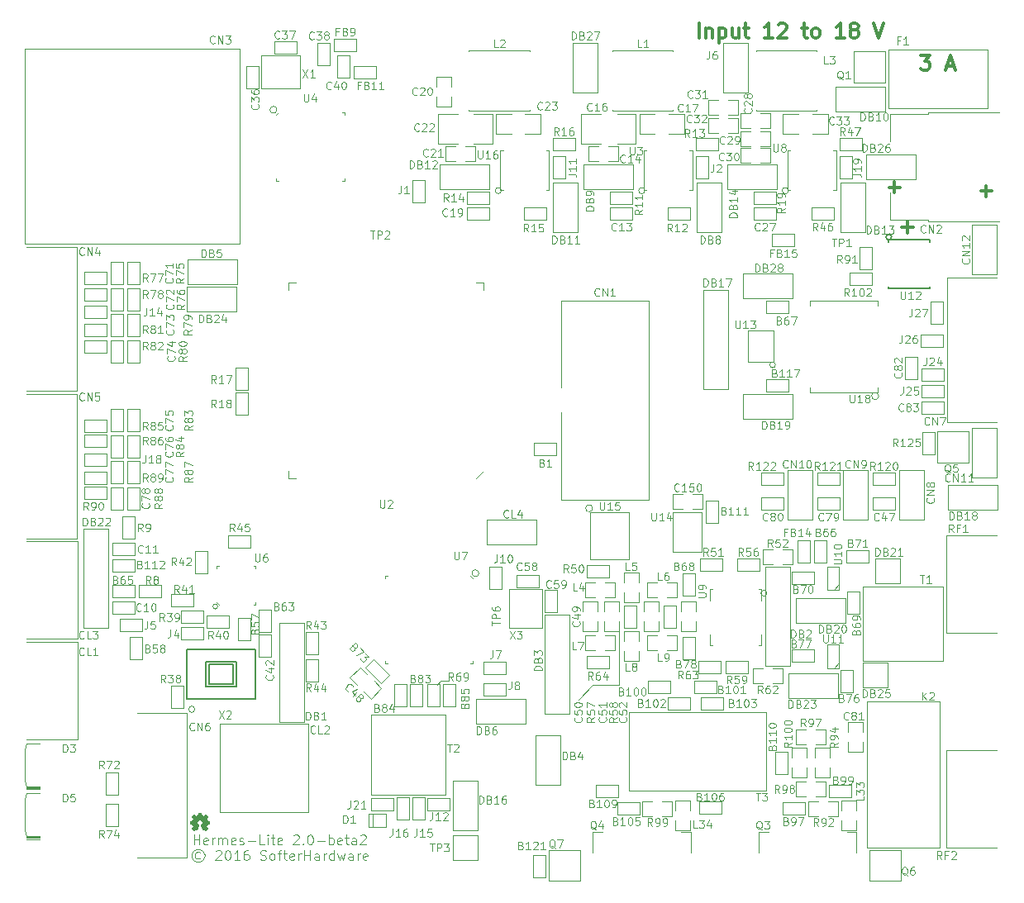
<source format=gbr>
G04 #@! TF.FileFunction,Legend,Top*
%FSLAX46Y46*%
G04 Gerber Fmt 4.6, Leading zero omitted, Abs format (unit mm)*
G04 Created by KiCad (PCBNEW 4.0.4-stable) date 01/09/17 22:08:18*
%MOMM*%
%LPD*%
G01*
G04 APERTURE LIST*
%ADD10C,0.100000*%
%ADD11C,0.300000*%
%ADD12C,0.002540*%
%ADD13C,0.150000*%
G04 APERTURE END LIST*
D10*
D11*
X98028572Y-25907143D02*
X99171429Y-25907143D01*
X98600000Y-26478571D02*
X98600000Y-25335714D01*
X91885715Y-11978571D02*
X92814286Y-11978571D01*
X92314286Y-12550000D01*
X92528572Y-12550000D01*
X92671429Y-12621429D01*
X92742858Y-12692857D01*
X92814286Y-12835714D01*
X92814286Y-13192857D01*
X92742858Y-13335714D01*
X92671429Y-13407143D01*
X92528572Y-13478571D01*
X92100000Y-13478571D01*
X91957143Y-13407143D01*
X91885715Y-13335714D01*
X94528571Y-13050000D02*
X95242857Y-13050000D01*
X94385714Y-13478571D02*
X94885714Y-11978571D01*
X95385714Y-13478571D01*
X88628572Y-25507143D02*
X89771429Y-25507143D01*
X89200000Y-26078571D02*
X89200000Y-24935714D01*
X89928572Y-29607143D02*
X91071429Y-29607143D01*
X90500000Y-30178571D02*
X90500000Y-29035714D01*
X69142858Y-10178571D02*
X69142858Y-8678571D01*
X69857144Y-9178571D02*
X69857144Y-10178571D01*
X69857144Y-9321429D02*
X69928572Y-9250000D01*
X70071430Y-9178571D01*
X70285715Y-9178571D01*
X70428572Y-9250000D01*
X70500001Y-9392857D01*
X70500001Y-10178571D01*
X71214287Y-9178571D02*
X71214287Y-10678571D01*
X71214287Y-9250000D02*
X71357144Y-9178571D01*
X71642858Y-9178571D01*
X71785715Y-9250000D01*
X71857144Y-9321429D01*
X71928573Y-9464286D01*
X71928573Y-9892857D01*
X71857144Y-10035714D01*
X71785715Y-10107143D01*
X71642858Y-10178571D01*
X71357144Y-10178571D01*
X71214287Y-10107143D01*
X73214287Y-9178571D02*
X73214287Y-10178571D01*
X72571430Y-9178571D02*
X72571430Y-9964286D01*
X72642858Y-10107143D01*
X72785716Y-10178571D01*
X73000001Y-10178571D01*
X73142858Y-10107143D01*
X73214287Y-10035714D01*
X73714287Y-9178571D02*
X74285716Y-9178571D01*
X73928573Y-8678571D02*
X73928573Y-9964286D01*
X74000001Y-10107143D01*
X74142859Y-10178571D01*
X74285716Y-10178571D01*
X76714287Y-10178571D02*
X75857144Y-10178571D01*
X76285716Y-10178571D02*
X76285716Y-8678571D01*
X76142859Y-8892857D01*
X76000001Y-9035714D01*
X75857144Y-9107143D01*
X77285715Y-8821429D02*
X77357144Y-8750000D01*
X77500001Y-8678571D01*
X77857144Y-8678571D01*
X78000001Y-8750000D01*
X78071430Y-8821429D01*
X78142858Y-8964286D01*
X78142858Y-9107143D01*
X78071430Y-9321429D01*
X77214287Y-10178571D01*
X78142858Y-10178571D01*
X79714286Y-9178571D02*
X80285715Y-9178571D01*
X79928572Y-8678571D02*
X79928572Y-9964286D01*
X80000000Y-10107143D01*
X80142858Y-10178571D01*
X80285715Y-10178571D01*
X81000001Y-10178571D02*
X80857143Y-10107143D01*
X80785715Y-10035714D01*
X80714286Y-9892857D01*
X80714286Y-9464286D01*
X80785715Y-9321429D01*
X80857143Y-9250000D01*
X81000001Y-9178571D01*
X81214286Y-9178571D01*
X81357143Y-9250000D01*
X81428572Y-9321429D01*
X81500001Y-9464286D01*
X81500001Y-9892857D01*
X81428572Y-10035714D01*
X81357143Y-10107143D01*
X81214286Y-10178571D01*
X81000001Y-10178571D01*
X84071429Y-10178571D02*
X83214286Y-10178571D01*
X83642858Y-10178571D02*
X83642858Y-8678571D01*
X83500001Y-8892857D01*
X83357143Y-9035714D01*
X83214286Y-9107143D01*
X84928572Y-9321429D02*
X84785714Y-9250000D01*
X84714286Y-9178571D01*
X84642857Y-9035714D01*
X84642857Y-8964286D01*
X84714286Y-8821429D01*
X84785714Y-8750000D01*
X84928572Y-8678571D01*
X85214286Y-8678571D01*
X85357143Y-8750000D01*
X85428572Y-8821429D01*
X85500000Y-8964286D01*
X85500000Y-9035714D01*
X85428572Y-9178571D01*
X85357143Y-9250000D01*
X85214286Y-9321429D01*
X84928572Y-9321429D01*
X84785714Y-9392857D01*
X84714286Y-9464286D01*
X84642857Y-9607143D01*
X84642857Y-9892857D01*
X84714286Y-10035714D01*
X84785714Y-10107143D01*
X84928572Y-10178571D01*
X85214286Y-10178571D01*
X85357143Y-10107143D01*
X85428572Y-10035714D01*
X85500000Y-9892857D01*
X85500000Y-9607143D01*
X85428572Y-9464286D01*
X85357143Y-9392857D01*
X85214286Y-9321429D01*
X87071428Y-8678571D02*
X87571428Y-10178571D01*
X88071428Y-8678571D01*
D10*
X17516228Y-79000000D02*
G75*
G03X17516228Y-79000000I-316228J0D01*
G01*
X17414285Y-92852381D02*
X17414285Y-91852381D01*
X17414285Y-92328571D02*
X17985714Y-92328571D01*
X17985714Y-92852381D02*
X17985714Y-91852381D01*
X18842857Y-92804762D02*
X18747619Y-92852381D01*
X18557142Y-92852381D01*
X18461904Y-92804762D01*
X18414285Y-92709524D01*
X18414285Y-92328571D01*
X18461904Y-92233333D01*
X18557142Y-92185714D01*
X18747619Y-92185714D01*
X18842857Y-92233333D01*
X18890476Y-92328571D01*
X18890476Y-92423810D01*
X18414285Y-92519048D01*
X19319047Y-92852381D02*
X19319047Y-92185714D01*
X19319047Y-92376190D02*
X19366666Y-92280952D01*
X19414285Y-92233333D01*
X19509523Y-92185714D01*
X19604762Y-92185714D01*
X19938095Y-92852381D02*
X19938095Y-92185714D01*
X19938095Y-92280952D02*
X19985714Y-92233333D01*
X20080952Y-92185714D01*
X20223810Y-92185714D01*
X20319048Y-92233333D01*
X20366667Y-92328571D01*
X20366667Y-92852381D01*
X20366667Y-92328571D02*
X20414286Y-92233333D01*
X20509524Y-92185714D01*
X20652381Y-92185714D01*
X20747619Y-92233333D01*
X20795238Y-92328571D01*
X20795238Y-92852381D01*
X21652381Y-92804762D02*
X21557143Y-92852381D01*
X21366666Y-92852381D01*
X21271428Y-92804762D01*
X21223809Y-92709524D01*
X21223809Y-92328571D01*
X21271428Y-92233333D01*
X21366666Y-92185714D01*
X21557143Y-92185714D01*
X21652381Y-92233333D01*
X21700000Y-92328571D01*
X21700000Y-92423810D01*
X21223809Y-92519048D01*
X22080952Y-92804762D02*
X22176190Y-92852381D01*
X22366666Y-92852381D01*
X22461905Y-92804762D01*
X22509524Y-92709524D01*
X22509524Y-92661905D01*
X22461905Y-92566667D01*
X22366666Y-92519048D01*
X22223809Y-92519048D01*
X22128571Y-92471429D01*
X22080952Y-92376190D01*
X22080952Y-92328571D01*
X22128571Y-92233333D01*
X22223809Y-92185714D01*
X22366666Y-92185714D01*
X22461905Y-92233333D01*
X22938095Y-92471429D02*
X23700000Y-92471429D01*
X24652381Y-92852381D02*
X24176190Y-92852381D01*
X24176190Y-91852381D01*
X24985714Y-92852381D02*
X24985714Y-92185714D01*
X24985714Y-91852381D02*
X24938095Y-91900000D01*
X24985714Y-91947619D01*
X25033333Y-91900000D01*
X24985714Y-91852381D01*
X24985714Y-91947619D01*
X25319047Y-92185714D02*
X25699999Y-92185714D01*
X25461904Y-91852381D02*
X25461904Y-92709524D01*
X25509523Y-92804762D01*
X25604761Y-92852381D01*
X25699999Y-92852381D01*
X26414286Y-92804762D02*
X26319048Y-92852381D01*
X26128571Y-92852381D01*
X26033333Y-92804762D01*
X25985714Y-92709524D01*
X25985714Y-92328571D01*
X26033333Y-92233333D01*
X26128571Y-92185714D01*
X26319048Y-92185714D01*
X26414286Y-92233333D01*
X26461905Y-92328571D01*
X26461905Y-92423810D01*
X25985714Y-92519048D01*
X27604762Y-91947619D02*
X27652381Y-91900000D01*
X27747619Y-91852381D01*
X27985715Y-91852381D01*
X28080953Y-91900000D01*
X28128572Y-91947619D01*
X28176191Y-92042857D01*
X28176191Y-92138095D01*
X28128572Y-92280952D01*
X27557143Y-92852381D01*
X28176191Y-92852381D01*
X28604762Y-92757143D02*
X28652381Y-92804762D01*
X28604762Y-92852381D01*
X28557143Y-92804762D01*
X28604762Y-92757143D01*
X28604762Y-92852381D01*
X29271428Y-91852381D02*
X29366667Y-91852381D01*
X29461905Y-91900000D01*
X29509524Y-91947619D01*
X29557143Y-92042857D01*
X29604762Y-92233333D01*
X29604762Y-92471429D01*
X29557143Y-92661905D01*
X29509524Y-92757143D01*
X29461905Y-92804762D01*
X29366667Y-92852381D01*
X29271428Y-92852381D01*
X29176190Y-92804762D01*
X29128571Y-92757143D01*
X29080952Y-92661905D01*
X29033333Y-92471429D01*
X29033333Y-92233333D01*
X29080952Y-92042857D01*
X29128571Y-91947619D01*
X29176190Y-91900000D01*
X29271428Y-91852381D01*
X30033333Y-92471429D02*
X30795238Y-92471429D01*
X31271428Y-92852381D02*
X31271428Y-91852381D01*
X31271428Y-92233333D02*
X31366666Y-92185714D01*
X31557143Y-92185714D01*
X31652381Y-92233333D01*
X31700000Y-92280952D01*
X31747619Y-92376190D01*
X31747619Y-92661905D01*
X31700000Y-92757143D01*
X31652381Y-92804762D01*
X31557143Y-92852381D01*
X31366666Y-92852381D01*
X31271428Y-92804762D01*
X32557143Y-92804762D02*
X32461905Y-92852381D01*
X32271428Y-92852381D01*
X32176190Y-92804762D01*
X32128571Y-92709524D01*
X32128571Y-92328571D01*
X32176190Y-92233333D01*
X32271428Y-92185714D01*
X32461905Y-92185714D01*
X32557143Y-92233333D01*
X32604762Y-92328571D01*
X32604762Y-92423810D01*
X32128571Y-92519048D01*
X32890476Y-92185714D02*
X33271428Y-92185714D01*
X33033333Y-91852381D02*
X33033333Y-92709524D01*
X33080952Y-92804762D01*
X33176190Y-92852381D01*
X33271428Y-92852381D01*
X34033334Y-92852381D02*
X34033334Y-92328571D01*
X33985715Y-92233333D01*
X33890477Y-92185714D01*
X33700000Y-92185714D01*
X33604762Y-92233333D01*
X34033334Y-92804762D02*
X33938096Y-92852381D01*
X33700000Y-92852381D01*
X33604762Y-92804762D01*
X33557143Y-92709524D01*
X33557143Y-92614286D01*
X33604762Y-92519048D01*
X33700000Y-92471429D01*
X33938096Y-92471429D01*
X34033334Y-92423810D01*
X34461905Y-91947619D02*
X34509524Y-91900000D01*
X34604762Y-91852381D01*
X34842858Y-91852381D01*
X34938096Y-91900000D01*
X34985715Y-91947619D01*
X35033334Y-92042857D01*
X35033334Y-92138095D01*
X34985715Y-92280952D01*
X34414286Y-92852381D01*
X35033334Y-92852381D01*
X18033332Y-93690476D02*
X17938094Y-93642857D01*
X17747618Y-93642857D01*
X17652380Y-93690476D01*
X17557142Y-93785714D01*
X17509523Y-93880952D01*
X17509523Y-94071429D01*
X17557142Y-94166667D01*
X17652380Y-94261905D01*
X17747618Y-94309524D01*
X17938094Y-94309524D01*
X18033332Y-94261905D01*
X17842856Y-93309524D02*
X17604761Y-93357143D01*
X17366665Y-93500000D01*
X17223808Y-93738095D01*
X17176189Y-93976190D01*
X17223808Y-94214286D01*
X17366665Y-94452381D01*
X17604761Y-94595238D01*
X17842856Y-94642857D01*
X18080951Y-94595238D01*
X18319046Y-94452381D01*
X18461903Y-94214286D01*
X18509523Y-93976190D01*
X18461903Y-93738095D01*
X18319046Y-93500000D01*
X18080951Y-93357143D01*
X17842856Y-93309524D01*
X19652380Y-93547619D02*
X19699999Y-93500000D01*
X19795237Y-93452381D01*
X20033333Y-93452381D01*
X20128571Y-93500000D01*
X20176190Y-93547619D01*
X20223809Y-93642857D01*
X20223809Y-93738095D01*
X20176190Y-93880952D01*
X19604761Y-94452381D01*
X20223809Y-94452381D01*
X20842856Y-93452381D02*
X20938095Y-93452381D01*
X21033333Y-93500000D01*
X21080952Y-93547619D01*
X21128571Y-93642857D01*
X21176190Y-93833333D01*
X21176190Y-94071429D01*
X21128571Y-94261905D01*
X21080952Y-94357143D01*
X21033333Y-94404762D01*
X20938095Y-94452381D01*
X20842856Y-94452381D01*
X20747618Y-94404762D01*
X20699999Y-94357143D01*
X20652380Y-94261905D01*
X20604761Y-94071429D01*
X20604761Y-93833333D01*
X20652380Y-93642857D01*
X20699999Y-93547619D01*
X20747618Y-93500000D01*
X20842856Y-93452381D01*
X22128571Y-94452381D02*
X21557142Y-94452381D01*
X21842856Y-94452381D02*
X21842856Y-93452381D01*
X21747618Y-93595238D01*
X21652380Y-93690476D01*
X21557142Y-93738095D01*
X22985714Y-93452381D02*
X22795237Y-93452381D01*
X22699999Y-93500000D01*
X22652380Y-93547619D01*
X22557142Y-93690476D01*
X22509523Y-93880952D01*
X22509523Y-94261905D01*
X22557142Y-94357143D01*
X22604761Y-94404762D01*
X22699999Y-94452381D01*
X22890476Y-94452381D01*
X22985714Y-94404762D01*
X23033333Y-94357143D01*
X23080952Y-94261905D01*
X23080952Y-94023810D01*
X23033333Y-93928571D01*
X22985714Y-93880952D01*
X22890476Y-93833333D01*
X22699999Y-93833333D01*
X22604761Y-93880952D01*
X22557142Y-93928571D01*
X22509523Y-94023810D01*
X24223809Y-94404762D02*
X24366666Y-94452381D01*
X24604762Y-94452381D01*
X24700000Y-94404762D01*
X24747619Y-94357143D01*
X24795238Y-94261905D01*
X24795238Y-94166667D01*
X24747619Y-94071429D01*
X24700000Y-94023810D01*
X24604762Y-93976190D01*
X24414285Y-93928571D01*
X24319047Y-93880952D01*
X24271428Y-93833333D01*
X24223809Y-93738095D01*
X24223809Y-93642857D01*
X24271428Y-93547619D01*
X24319047Y-93500000D01*
X24414285Y-93452381D01*
X24652381Y-93452381D01*
X24795238Y-93500000D01*
X25366666Y-94452381D02*
X25271428Y-94404762D01*
X25223809Y-94357143D01*
X25176190Y-94261905D01*
X25176190Y-93976190D01*
X25223809Y-93880952D01*
X25271428Y-93833333D01*
X25366666Y-93785714D01*
X25509524Y-93785714D01*
X25604762Y-93833333D01*
X25652381Y-93880952D01*
X25700000Y-93976190D01*
X25700000Y-94261905D01*
X25652381Y-94357143D01*
X25604762Y-94404762D01*
X25509524Y-94452381D01*
X25366666Y-94452381D01*
X25985714Y-93785714D02*
X26366666Y-93785714D01*
X26128571Y-94452381D02*
X26128571Y-93595238D01*
X26176190Y-93500000D01*
X26271428Y-93452381D01*
X26366666Y-93452381D01*
X26557143Y-93785714D02*
X26938095Y-93785714D01*
X26700000Y-93452381D02*
X26700000Y-94309524D01*
X26747619Y-94404762D01*
X26842857Y-94452381D01*
X26938095Y-94452381D01*
X27652382Y-94404762D02*
X27557144Y-94452381D01*
X27366667Y-94452381D01*
X27271429Y-94404762D01*
X27223810Y-94309524D01*
X27223810Y-93928571D01*
X27271429Y-93833333D01*
X27366667Y-93785714D01*
X27557144Y-93785714D01*
X27652382Y-93833333D01*
X27700001Y-93928571D01*
X27700001Y-94023810D01*
X27223810Y-94119048D01*
X28128572Y-94452381D02*
X28128572Y-93785714D01*
X28128572Y-93976190D02*
X28176191Y-93880952D01*
X28223810Y-93833333D01*
X28319048Y-93785714D01*
X28414287Y-93785714D01*
X28747620Y-94452381D02*
X28747620Y-93452381D01*
X28747620Y-93928571D02*
X29319049Y-93928571D01*
X29319049Y-94452381D02*
X29319049Y-93452381D01*
X30223811Y-94452381D02*
X30223811Y-93928571D01*
X30176192Y-93833333D01*
X30080954Y-93785714D01*
X29890477Y-93785714D01*
X29795239Y-93833333D01*
X30223811Y-94404762D02*
X30128573Y-94452381D01*
X29890477Y-94452381D01*
X29795239Y-94404762D01*
X29747620Y-94309524D01*
X29747620Y-94214286D01*
X29795239Y-94119048D01*
X29890477Y-94071429D01*
X30128573Y-94071429D01*
X30223811Y-94023810D01*
X30700001Y-94452381D02*
X30700001Y-93785714D01*
X30700001Y-93976190D02*
X30747620Y-93880952D01*
X30795239Y-93833333D01*
X30890477Y-93785714D01*
X30985716Y-93785714D01*
X31747621Y-94452381D02*
X31747621Y-93452381D01*
X31747621Y-94404762D02*
X31652383Y-94452381D01*
X31461906Y-94452381D01*
X31366668Y-94404762D01*
X31319049Y-94357143D01*
X31271430Y-94261905D01*
X31271430Y-93976190D01*
X31319049Y-93880952D01*
X31366668Y-93833333D01*
X31461906Y-93785714D01*
X31652383Y-93785714D01*
X31747621Y-93833333D01*
X32128573Y-93785714D02*
X32319049Y-94452381D01*
X32509526Y-93976190D01*
X32700002Y-94452381D01*
X32890478Y-93785714D01*
X33700002Y-94452381D02*
X33700002Y-93928571D01*
X33652383Y-93833333D01*
X33557145Y-93785714D01*
X33366668Y-93785714D01*
X33271430Y-93833333D01*
X33700002Y-94404762D02*
X33604764Y-94452381D01*
X33366668Y-94452381D01*
X33271430Y-94404762D01*
X33223811Y-94309524D01*
X33223811Y-94214286D01*
X33271430Y-94119048D01*
X33366668Y-94071429D01*
X33604764Y-94071429D01*
X33700002Y-94023810D01*
X34176192Y-94452381D02*
X34176192Y-93785714D01*
X34176192Y-93976190D02*
X34223811Y-93880952D01*
X34271430Y-93833333D01*
X34366668Y-93785714D01*
X34461907Y-93785714D01*
X35176193Y-94404762D02*
X35080955Y-94452381D01*
X34890478Y-94452381D01*
X34795240Y-94404762D01*
X34747621Y-94309524D01*
X34747621Y-93928571D01*
X34795240Y-93833333D01*
X34890478Y-93785714D01*
X35080955Y-93785714D01*
X35176193Y-93833333D01*
X35223812Y-93928571D01*
X35223812Y-94023810D01*
X34747621Y-94119048D01*
X42700000Y-76100000D02*
X42300000Y-76500000D01*
X43500000Y-76100000D02*
X42700000Y-76100000D01*
X61000000Y-76500000D02*
X61000000Y-76100000D01*
X58300000Y-76500000D02*
X61000000Y-76500000D01*
X56800000Y-78000000D02*
X58300000Y-76500000D01*
X61000000Y-71000000D02*
X61000000Y-76100000D01*
X23243000Y-62435000D02*
X20957000Y-62435000D01*
X20957000Y-62435000D02*
X20957000Y-61165000D01*
X20957000Y-61165000D02*
X23243000Y-61165000D01*
X23243000Y-61165000D02*
X23243000Y-62435000D01*
X19855000Y-68470715D02*
G75*
G03X19855000Y-68470715I-250000J0D01*
G01*
X20005000Y-68320715D02*
X19755000Y-68070715D01*
X19755000Y-64570715D02*
X19755000Y-64320715D01*
X19755000Y-64320715D02*
X20005000Y-64320715D01*
X23755000Y-68070715D02*
X23755000Y-68320715D01*
X23755000Y-68320715D02*
X23505000Y-68320715D01*
X23755000Y-64570715D02*
X23755000Y-64320715D01*
X23755000Y-64320715D02*
X23505000Y-64320715D01*
X46603553Y-65050000D02*
G75*
G03X46603553Y-65050000I-353553J0D01*
G01*
X45750000Y-65300000D02*
X46000000Y-65550000D01*
X46000000Y-74050000D02*
X46000000Y-74300000D01*
X46000000Y-74300000D02*
X45750000Y-74300000D01*
X37000000Y-65550000D02*
X37000000Y-65300000D01*
X37000000Y-65300000D02*
X37250000Y-65300000D01*
X37000000Y-74050000D02*
X37000000Y-74300000D01*
X37000000Y-74300000D02*
X37250000Y-74300000D01*
X76100000Y-67100000D02*
G75*
G03X76100000Y-67100000I-300000J0D01*
G01*
X70300000Y-66700000D02*
X70300000Y-67900000D01*
X75500000Y-66700000D02*
X75500000Y-67900000D01*
X70300000Y-72400000D02*
X70300000Y-71300000D01*
X75500000Y-72400000D02*
X75500000Y-71300000D01*
X70500000Y-72400000D02*
X70300000Y-72400000D01*
X70500000Y-66700000D02*
X70300000Y-66700000D01*
X75300000Y-66700000D02*
X75500000Y-66700000D01*
X75300000Y-72400000D02*
X75500000Y-72400000D01*
X48916228Y-25850000D02*
G75*
G03X48916228Y-25850000I-316228J0D01*
G01*
X53500000Y-25750000D02*
X53800000Y-25750000D01*
X53800000Y-25750000D02*
X53800000Y-21750000D01*
X53800000Y-21750000D02*
X53500000Y-21750000D01*
X49100000Y-21750000D02*
X48800000Y-21750000D01*
X48800000Y-21750000D02*
X48800000Y-25750000D01*
X48800000Y-25750000D02*
X49100000Y-25750000D01*
X63616228Y-25850000D02*
G75*
G03X63616228Y-25850000I-316228J0D01*
G01*
X68200000Y-25750000D02*
X68500000Y-25750000D01*
X68500000Y-25750000D02*
X68500000Y-21750000D01*
X68500000Y-21750000D02*
X68200000Y-21750000D01*
X63800000Y-21750000D02*
X63500000Y-21750000D01*
X63500000Y-21750000D02*
X63500000Y-25750000D01*
X63500000Y-25750000D02*
X63800000Y-25750000D01*
X78316228Y-25850000D02*
G75*
G03X78316228Y-25850000I-316228J0D01*
G01*
X82900000Y-25750000D02*
X83200000Y-25750000D01*
X83200000Y-25750000D02*
X83200000Y-21750000D01*
X83200000Y-21750000D02*
X82900000Y-21750000D01*
X78500000Y-21750000D02*
X78200000Y-21750000D01*
X78200000Y-21750000D02*
X78200000Y-25750000D01*
X78200000Y-25750000D02*
X78500000Y-25750000D01*
X47100000Y-54550000D02*
X46350000Y-55300000D01*
X27850000Y-55300000D02*
X27100000Y-55300000D01*
X27100000Y-55300000D02*
X27100000Y-54550000D01*
X46350000Y-35300000D02*
X47100000Y-35300000D01*
X47100000Y-35300000D02*
X47100000Y-36050000D01*
X27850000Y-35300000D02*
X27100000Y-35300000D01*
X27100000Y-35300000D02*
X27100000Y-36050000D01*
X77843000Y-56035000D02*
X75557000Y-56035000D01*
X75557000Y-56035000D02*
X75557000Y-54765000D01*
X75557000Y-54765000D02*
X77843000Y-54765000D01*
X77843000Y-54765000D02*
X77843000Y-56035000D01*
X83543000Y-56035000D02*
X81257000Y-56035000D01*
X81257000Y-56035000D02*
X81257000Y-54765000D01*
X81257000Y-54765000D02*
X83543000Y-54765000D01*
X83543000Y-54765000D02*
X83543000Y-56035000D01*
X89243000Y-56035000D02*
X86957000Y-56035000D01*
X86957000Y-56035000D02*
X86957000Y-54765000D01*
X86957000Y-54765000D02*
X89243000Y-54765000D01*
X89243000Y-54765000D02*
X89243000Y-56035000D01*
X80770000Y-59610000D02*
X80770000Y-54530000D01*
X78230000Y-59610000D02*
X78230000Y-54530000D01*
X80770000Y-59610000D02*
X78230000Y-59610000D01*
X80770000Y-54530000D02*
X78230000Y-54530000D01*
X86470000Y-59610000D02*
X86470000Y-54530000D01*
X83930000Y-59610000D02*
X83930000Y-54530000D01*
X86470000Y-59610000D02*
X83930000Y-59610000D01*
X86470000Y-54530000D02*
X83930000Y-54530000D01*
X92170000Y-59610000D02*
X92170000Y-54530000D01*
X89630000Y-59610000D02*
X89630000Y-54530000D01*
X92170000Y-59610000D02*
X89630000Y-59610000D01*
X92170000Y-54530000D02*
X89630000Y-54530000D01*
X75557000Y-57265000D02*
X77843000Y-57265000D01*
X77843000Y-57265000D02*
X77843000Y-58535000D01*
X77843000Y-58535000D02*
X75557000Y-58535000D01*
X75557000Y-58535000D02*
X75557000Y-57265000D01*
X81257000Y-57265000D02*
X83543000Y-57265000D01*
X83543000Y-57265000D02*
X83543000Y-58535000D01*
X83543000Y-58535000D02*
X81257000Y-58535000D01*
X81257000Y-58535000D02*
X81257000Y-57265000D01*
X86957000Y-57265000D02*
X89243000Y-57265000D01*
X89243000Y-57265000D02*
X89243000Y-58535000D01*
X89243000Y-58535000D02*
X86957000Y-58535000D01*
X86957000Y-58535000D02*
X86957000Y-57265000D01*
X87560555Y-46900000D02*
G75*
G03X87560555Y-46900000I-360555J0D01*
G01*
X80500000Y-37600000D02*
X80500000Y-37100000D01*
X80500000Y-37100000D02*
X87500000Y-37100000D01*
X87500000Y-37100000D02*
X87500000Y-37600000D01*
X87500000Y-46000000D02*
X87500000Y-46500000D01*
X87500000Y-46500000D02*
X80500000Y-46500000D01*
X80500000Y-46500000D02*
X80500000Y-46000000D01*
X78343000Y-46435000D02*
X76057000Y-46435000D01*
X76057000Y-46435000D02*
X76057000Y-45165000D01*
X76057000Y-45165000D02*
X78343000Y-45165000D01*
X78343000Y-45165000D02*
X78343000Y-46435000D01*
X78343000Y-38435000D02*
X76057000Y-38435000D01*
X76057000Y-38435000D02*
X76057000Y-37165000D01*
X76057000Y-37165000D02*
X78343000Y-37165000D01*
X78343000Y-37165000D02*
X78343000Y-38435000D01*
X77000000Y-43700000D02*
G75*
G03X77000000Y-43700000I-300000J0D01*
G01*
X74200000Y-43400000D02*
X74200000Y-40200000D01*
X74200000Y-40200000D02*
X76800000Y-40200000D01*
X76800000Y-40200000D02*
X76800000Y-43400000D01*
X76800000Y-43400000D02*
X74200000Y-43400000D01*
X72170000Y-36030000D02*
X69630000Y-36030000D01*
X69630000Y-36030000D02*
X69630000Y-46190000D01*
X69630000Y-46190000D02*
X72170000Y-46190000D01*
X72170000Y-46190000D02*
X72170000Y-36030000D01*
X99670000Y-34410000D02*
X99670000Y-29330000D01*
X97130000Y-34410000D02*
X97130000Y-29330000D01*
X99670000Y-34410000D02*
X97130000Y-34410000D01*
X99670000Y-29330000D02*
X97130000Y-29330000D01*
X97300000Y-49600000D02*
X99700000Y-49600000D01*
X94600000Y-34800000D02*
X99700000Y-34800000D01*
X97300000Y-49600000D02*
X94600000Y-49600000D01*
X94600000Y-49600000D02*
X94600000Y-34800000D01*
X92865000Y-39543000D02*
X92865000Y-37257000D01*
X92865000Y-37257000D02*
X94135000Y-37257000D01*
X94135000Y-37257000D02*
X94135000Y-39543000D01*
X94135000Y-39543000D02*
X92865000Y-39543000D01*
X91857000Y-40565000D02*
X94143000Y-40565000D01*
X94143000Y-40565000D02*
X94143000Y-41835000D01*
X94143000Y-41835000D02*
X91857000Y-41835000D01*
X91857000Y-41835000D02*
X91857000Y-40565000D01*
X91957000Y-45765000D02*
X94243000Y-45765000D01*
X94243000Y-45765000D02*
X94243000Y-47035000D01*
X94243000Y-47035000D02*
X91957000Y-47035000D01*
X91957000Y-47035000D02*
X91957000Y-45765000D01*
X91957000Y-44065000D02*
X94243000Y-44065000D01*
X94243000Y-44065000D02*
X94243000Y-45335000D01*
X94243000Y-45335000D02*
X91957000Y-45335000D01*
X91957000Y-45335000D02*
X91957000Y-44065000D01*
X73690000Y-36870000D02*
X78770000Y-36870000D01*
X73690000Y-34330000D02*
X78770000Y-34330000D01*
X73690000Y-36870000D02*
X73690000Y-34330000D01*
X78770000Y-36870000D02*
X78770000Y-34330000D01*
X73690000Y-49270000D02*
X78770000Y-49270000D01*
X73690000Y-46730000D02*
X78770000Y-46730000D01*
X73690000Y-49270000D02*
X73690000Y-46730000D01*
X78770000Y-49270000D02*
X78770000Y-46730000D01*
X99710000Y-56030000D02*
X94630000Y-56030000D01*
X99710000Y-58570000D02*
X94630000Y-58570000D01*
X99710000Y-56030000D02*
X99710000Y-58570000D01*
X94630000Y-56030000D02*
X94630000Y-58570000D01*
X91957000Y-47465000D02*
X94243000Y-47465000D01*
X94243000Y-47465000D02*
X94243000Y-48735000D01*
X94243000Y-48735000D02*
X91957000Y-48735000D01*
X91957000Y-48735000D02*
X91957000Y-47465000D01*
X90265000Y-45143000D02*
X90265000Y-42857000D01*
X90265000Y-42857000D02*
X91535000Y-42857000D01*
X91535000Y-42857000D02*
X91535000Y-45143000D01*
X91535000Y-45143000D02*
X90265000Y-45143000D01*
X58260555Y-58400000D02*
G75*
G03X58260555Y-58400000I-360555J0D01*
G01*
X58000000Y-58800000D02*
X58000000Y-63600000D01*
X58000000Y-63600000D02*
X62000000Y-63600000D01*
X62000000Y-63600000D02*
X62000000Y-58800000D01*
X62000000Y-58800000D02*
X58000000Y-58800000D01*
X66500000Y-58800000D02*
X66500000Y-62900000D01*
X66500000Y-62900000D02*
X69400000Y-62900000D01*
X69400000Y-62900000D02*
X69400000Y-58800000D01*
X69400000Y-58800000D02*
X66500000Y-58800000D01*
X67492000Y-58462000D02*
X66476000Y-58462000D01*
X66476000Y-58462000D02*
X66476000Y-56938000D01*
X66476000Y-56938000D02*
X67492000Y-56938000D01*
X68508000Y-56938000D02*
X69524000Y-56938000D01*
X69524000Y-56938000D02*
X69524000Y-58462000D01*
X69524000Y-58462000D02*
X68508000Y-58462000D01*
X69865000Y-59943000D02*
X69865000Y-57657000D01*
X69865000Y-57657000D02*
X71135000Y-57657000D01*
X71135000Y-57657000D02*
X71135000Y-59943000D01*
X71135000Y-59943000D02*
X69865000Y-59943000D01*
X76965000Y-85643000D02*
X76965000Y-83357000D01*
X76965000Y-83357000D02*
X78235000Y-83357000D01*
X78235000Y-83357000D02*
X78235000Y-85643000D01*
X78235000Y-85643000D02*
X76965000Y-85643000D01*
X60843000Y-88035000D02*
X58557000Y-88035000D01*
X58557000Y-88035000D02*
X58557000Y-86765000D01*
X58557000Y-86765000D02*
X60843000Y-86765000D01*
X60843000Y-86765000D02*
X60843000Y-88035000D01*
X79265000Y-63943000D02*
X79265000Y-61657000D01*
X79265000Y-61657000D02*
X80535000Y-61657000D01*
X80535000Y-61657000D02*
X80535000Y-63943000D01*
X80535000Y-63943000D02*
X79265000Y-63943000D01*
X82235000Y-61657000D02*
X82235000Y-63943000D01*
X82235000Y-63943000D02*
X80965000Y-63943000D01*
X80965000Y-63943000D02*
X80965000Y-61657000D01*
X80965000Y-61657000D02*
X82235000Y-61657000D01*
X93335000Y-50557000D02*
X93335000Y-52843000D01*
X93335000Y-52843000D02*
X92065000Y-52843000D01*
X92065000Y-52843000D02*
X92065000Y-50557000D01*
X92065000Y-50557000D02*
X93335000Y-50557000D01*
X99670000Y-55210000D02*
X99670000Y-50130000D01*
X97130000Y-55210000D02*
X97130000Y-50130000D01*
X99670000Y-55210000D02*
X97130000Y-55210000D01*
X99670000Y-50130000D02*
X97130000Y-50130000D01*
X84557000Y-34265000D02*
X86843000Y-34265000D01*
X86843000Y-34265000D02*
X86843000Y-35535000D01*
X86843000Y-35535000D02*
X84557000Y-35535000D01*
X84557000Y-35535000D02*
X84557000Y-34265000D01*
X86835000Y-31657000D02*
X86835000Y-33943000D01*
X86835000Y-33943000D02*
X85565000Y-33943000D01*
X85565000Y-33943000D02*
X85565000Y-31657000D01*
X85565000Y-31657000D02*
X86835000Y-31657000D01*
X76657000Y-30265000D02*
X78943000Y-30265000D01*
X78943000Y-30265000D02*
X78943000Y-31535000D01*
X78943000Y-31535000D02*
X76657000Y-31535000D01*
X76657000Y-31535000D02*
X76657000Y-30265000D01*
X58770000Y-15810000D02*
X58770000Y-10730000D01*
X56230000Y-15810000D02*
X56230000Y-10730000D01*
X58770000Y-15810000D02*
X56230000Y-15810000D01*
X58770000Y-10730000D02*
X56230000Y-10730000D01*
X86290000Y-24670000D02*
X91370000Y-24670000D01*
X86290000Y-22130000D02*
X91370000Y-22130000D01*
X86290000Y-24670000D02*
X86290000Y-22130000D01*
X91370000Y-24670000D02*
X91370000Y-22130000D01*
X92600000Y-17800000D02*
X92600000Y-18000000D01*
X92600000Y-18000000D02*
X88700000Y-18000000D01*
X88700000Y-18000000D02*
X88700000Y-20800000D01*
X92600000Y-29000000D02*
X92600000Y-28800000D01*
X92600000Y-28800000D02*
X88700000Y-28800000D01*
X88700000Y-28800000D02*
X88700000Y-26000000D01*
X92600000Y-17800000D02*
X99900000Y-17800000D01*
X92600000Y-29000000D02*
X99900000Y-29000000D01*
X71630000Y-10690000D02*
X71630000Y-15770000D01*
X74170000Y-10690000D02*
X74170000Y-15770000D01*
X71630000Y-10690000D02*
X74170000Y-10690000D01*
X71630000Y-15770000D02*
X74170000Y-15770000D01*
X83557000Y-20465000D02*
X85843000Y-20465000D01*
X85843000Y-20465000D02*
X85843000Y-21735000D01*
X85843000Y-21735000D02*
X83557000Y-21735000D01*
X83557000Y-21735000D02*
X83557000Y-20465000D01*
X80657000Y-27565000D02*
X82943000Y-27565000D01*
X82943000Y-27565000D02*
X82943000Y-28835000D01*
X82943000Y-28835000D02*
X80657000Y-28835000D01*
X80657000Y-28835000D02*
X80657000Y-27565000D01*
X74757000Y-25965000D02*
X77043000Y-25965000D01*
X77043000Y-25965000D02*
X77043000Y-27235000D01*
X77043000Y-27235000D02*
X74757000Y-27235000D01*
X74757000Y-27235000D02*
X74757000Y-25965000D01*
X81200000Y-11600000D02*
X81200000Y-11500000D01*
X81200000Y-11500000D02*
X75000000Y-11500000D01*
X75000000Y-11500000D02*
X75000000Y-11600000D01*
X81200000Y-17600000D02*
X81200000Y-17700000D01*
X81200000Y-17700000D02*
X75000000Y-17700000D01*
X75000000Y-17700000D02*
X75000000Y-17600000D01*
X83565000Y-24643000D02*
X83565000Y-22357000D01*
X83565000Y-22357000D02*
X84835000Y-22357000D01*
X84835000Y-22357000D02*
X84835000Y-24643000D01*
X84835000Y-24643000D02*
X83565000Y-24643000D01*
X77110000Y-23130000D02*
X72030000Y-23130000D01*
X77110000Y-25670000D02*
X72030000Y-25670000D01*
X77110000Y-23130000D02*
X77110000Y-25670000D01*
X72030000Y-23130000D02*
X72030000Y-25670000D01*
X83630000Y-24990000D02*
X83630000Y-30070000D01*
X86170000Y-24990000D02*
X86170000Y-30070000D01*
X83630000Y-24990000D02*
X86170000Y-24990000D01*
X83630000Y-30070000D02*
X86170000Y-30070000D01*
X79350000Y-18000000D02*
X77750000Y-18000000D01*
X77750000Y-18000000D02*
X77750000Y-20000000D01*
X77750000Y-20000000D02*
X79350000Y-20000000D01*
X80750000Y-20000000D02*
X82350000Y-20000000D01*
X82350000Y-20000000D02*
X82350000Y-18000000D01*
X82350000Y-18000000D02*
X80750000Y-18000000D01*
X72108000Y-18438000D02*
X73124000Y-18438000D01*
X73124000Y-18438000D02*
X73124000Y-19962000D01*
X73124000Y-19962000D02*
X72108000Y-19962000D01*
X71092000Y-19962000D02*
X70076000Y-19962000D01*
X70076000Y-19962000D02*
X70076000Y-18438000D01*
X70076000Y-18438000D02*
X71092000Y-18438000D01*
X72108000Y-16538000D02*
X73124000Y-16538000D01*
X73124000Y-16538000D02*
X73124000Y-18062000D01*
X73124000Y-18062000D02*
X72108000Y-18062000D01*
X71092000Y-18062000D02*
X70076000Y-18062000D01*
X70076000Y-18062000D02*
X70076000Y-16538000D01*
X70076000Y-16538000D02*
X71092000Y-16538000D01*
X74392000Y-22962000D02*
X73376000Y-22962000D01*
X73376000Y-22962000D02*
X73376000Y-21438000D01*
X73376000Y-21438000D02*
X74392000Y-21438000D01*
X75408000Y-21438000D02*
X76424000Y-21438000D01*
X76424000Y-21438000D02*
X76424000Y-22962000D01*
X76424000Y-22962000D02*
X75408000Y-22962000D01*
X74392000Y-21262000D02*
X73376000Y-21262000D01*
X73376000Y-21262000D02*
X73376000Y-19738000D01*
X73376000Y-19738000D02*
X74392000Y-19738000D01*
X75408000Y-19738000D02*
X76424000Y-19738000D01*
X76424000Y-19738000D02*
X76424000Y-21262000D01*
X76424000Y-21262000D02*
X75408000Y-21262000D01*
X74392000Y-19462000D02*
X73376000Y-19462000D01*
X73376000Y-19462000D02*
X73376000Y-17938000D01*
X73376000Y-17938000D02*
X74392000Y-17938000D01*
X75408000Y-17938000D02*
X76424000Y-17938000D01*
X76424000Y-17938000D02*
X76424000Y-19462000D01*
X76424000Y-19462000D02*
X75408000Y-19462000D01*
X74757000Y-27565000D02*
X77043000Y-27565000D01*
X77043000Y-27565000D02*
X77043000Y-28835000D01*
X77043000Y-28835000D02*
X74757000Y-28835000D01*
X74757000Y-28835000D02*
X74757000Y-27565000D01*
X47710000Y-23130000D02*
X42630000Y-23130000D01*
X47710000Y-25670000D02*
X42630000Y-25670000D01*
X47710000Y-23130000D02*
X47710000Y-25670000D01*
X42630000Y-23130000D02*
X42630000Y-25670000D01*
X54230000Y-24990000D02*
X54230000Y-30070000D01*
X56770000Y-24990000D02*
X56770000Y-30070000D01*
X54230000Y-24990000D02*
X56770000Y-24990000D01*
X54230000Y-30070000D02*
X56770000Y-30070000D01*
X88210000Y-15230000D02*
X83130000Y-15230000D01*
X88210000Y-17770000D02*
X83130000Y-17770000D01*
X88210000Y-15230000D02*
X88210000Y-17770000D01*
X83130000Y-15230000D02*
X83130000Y-17770000D01*
X62410000Y-23130000D02*
X57330000Y-23130000D01*
X62410000Y-25670000D02*
X57330000Y-25670000D01*
X62410000Y-23130000D02*
X62410000Y-25670000D01*
X57330000Y-23130000D02*
X57330000Y-25670000D01*
X68930000Y-24990000D02*
X68930000Y-30070000D01*
X71470000Y-24990000D02*
X71470000Y-30070000D01*
X68930000Y-24990000D02*
X71470000Y-24990000D01*
X68930000Y-30070000D02*
X71470000Y-30070000D01*
X98700000Y-17400000D02*
X88600000Y-17400000D01*
X88600000Y-17400000D02*
X88600000Y-11400000D01*
X88600000Y-11400000D02*
X98700000Y-11400000D01*
X98700000Y-11400000D02*
X98700000Y-17400000D01*
X84438000Y-81292000D02*
X84438000Y-80276000D01*
X84438000Y-80276000D02*
X85962000Y-80276000D01*
X85962000Y-80276000D02*
X85962000Y-81292000D01*
X85962000Y-82308000D02*
X85962000Y-83324000D01*
X85962000Y-83324000D02*
X84438000Y-83324000D01*
X84438000Y-83324000D02*
X84438000Y-82308000D01*
X78290000Y-77870000D02*
X83370000Y-77870000D01*
X78290000Y-75330000D02*
X83370000Y-75330000D01*
X78290000Y-77870000D02*
X78290000Y-75330000D01*
X83370000Y-77870000D02*
X83370000Y-75330000D01*
X79090000Y-70170000D02*
X84170000Y-70170000D01*
X79090000Y-67630000D02*
X84170000Y-67630000D01*
X79090000Y-70170000D02*
X79090000Y-67630000D01*
X84170000Y-70170000D02*
X84170000Y-67630000D01*
X94191000Y-66390000D02*
X85936000Y-66390000D01*
X85936000Y-74010000D02*
X94191000Y-74010000D01*
X85936000Y-74010000D02*
X85936000Y-66390000D01*
X94191000Y-74010000D02*
X94191000Y-66390000D01*
X86350000Y-78200000D02*
X93850000Y-78200000D01*
X93850000Y-78200000D02*
X93850000Y-90600000D01*
X93850000Y-90600000D02*
X93850000Y-93150000D01*
X93850000Y-93150000D02*
X86350000Y-93150000D01*
X86350000Y-93150000D02*
X86350000Y-78200000D01*
X51410000Y-77930000D02*
X46330000Y-77930000D01*
X51410000Y-80470000D02*
X46330000Y-80470000D01*
X51410000Y-77930000D02*
X51410000Y-80470000D01*
X46330000Y-77930000D02*
X46330000Y-80470000D01*
X52430000Y-81690000D02*
X52430000Y-86770000D01*
X54970000Y-81690000D02*
X54970000Y-86770000D01*
X52430000Y-81690000D02*
X54970000Y-81690000D01*
X52430000Y-86770000D02*
X54970000Y-86770000D01*
X82312500Y-72358500D02*
X83519000Y-72358500D01*
X82947500Y-74771500D02*
X83519000Y-74200000D01*
X83519000Y-72358500D02*
X83519000Y-74771500D01*
X83519000Y-74771500D02*
X82312500Y-74771500D01*
X82312500Y-74771500D02*
X82312500Y-72358500D01*
X82312500Y-64358500D02*
X83519000Y-64358500D01*
X82947500Y-66771500D02*
X83519000Y-66200000D01*
X83519000Y-64358500D02*
X83519000Y-66771500D01*
X83519000Y-66771500D02*
X82312500Y-66771500D01*
X82312500Y-66771500D02*
X82312500Y-64358500D01*
X76708000Y-74838000D02*
X77724000Y-74838000D01*
X77724000Y-74838000D02*
X77724000Y-76362000D01*
X77724000Y-76362000D02*
X76708000Y-76362000D01*
X75692000Y-76362000D02*
X74676000Y-76362000D01*
X74676000Y-76362000D02*
X74676000Y-74838000D01*
X74676000Y-74838000D02*
X75692000Y-74838000D01*
X77708000Y-62638000D02*
X78724000Y-62638000D01*
X78724000Y-62638000D02*
X78724000Y-64162000D01*
X78724000Y-64162000D02*
X77708000Y-64162000D01*
X76692000Y-64162000D02*
X75676000Y-64162000D01*
X75676000Y-64162000D02*
X75676000Y-62638000D01*
X75676000Y-62638000D02*
X76692000Y-62638000D01*
X80943000Y-74135000D02*
X78657000Y-74135000D01*
X78657000Y-74135000D02*
X78657000Y-72865000D01*
X78657000Y-72865000D02*
X80943000Y-72865000D01*
X80943000Y-72865000D02*
X80943000Y-74135000D01*
X84935000Y-74957000D02*
X84935000Y-77243000D01*
X84935000Y-77243000D02*
X83665000Y-77243000D01*
X83665000Y-77243000D02*
X83665000Y-74957000D01*
X83665000Y-74957000D02*
X84935000Y-74957000D01*
X84257000Y-62665000D02*
X86543000Y-62665000D01*
X86543000Y-62665000D02*
X86543000Y-63935000D01*
X86543000Y-63935000D02*
X84257000Y-63935000D01*
X84257000Y-63935000D02*
X84257000Y-62665000D01*
X80943000Y-66135000D02*
X78657000Y-66135000D01*
X78657000Y-66135000D02*
X78657000Y-64865000D01*
X78657000Y-64865000D02*
X80943000Y-64865000D01*
X80943000Y-64865000D02*
X80943000Y-66135000D01*
X85635000Y-66957000D02*
X85635000Y-69243000D01*
X85635000Y-69243000D02*
X84365000Y-69243000D01*
X84365000Y-69243000D02*
X84365000Y-66957000D01*
X84365000Y-66957000D02*
X85635000Y-66957000D01*
X53330000Y-79470000D02*
X55870000Y-79470000D01*
X55870000Y-79470000D02*
X55870000Y-69310000D01*
X55870000Y-69310000D02*
X53330000Y-69310000D01*
X53330000Y-69310000D02*
X53330000Y-79470000D01*
X43930000Y-86290000D02*
X43930000Y-91370000D01*
X46470000Y-86290000D02*
X46470000Y-91370000D01*
X43930000Y-86290000D02*
X46470000Y-86290000D01*
X43930000Y-91370000D02*
X46470000Y-91370000D01*
X52510000Y-59530000D02*
X47430000Y-59530000D01*
X52510000Y-62070000D02*
X47430000Y-62070000D01*
X52510000Y-59530000D02*
X52510000Y-62070000D01*
X47430000Y-59530000D02*
X47430000Y-62070000D01*
X62000000Y-87300000D02*
X76000000Y-87300000D01*
X76000000Y-87300000D02*
X76000000Y-79300000D01*
X76000000Y-79300000D02*
X62000000Y-79300000D01*
X62000000Y-79300000D02*
X62000000Y-87300000D01*
X63957000Y-76065000D02*
X66243000Y-76065000D01*
X66243000Y-76065000D02*
X66243000Y-77335000D01*
X66243000Y-77335000D02*
X63957000Y-77335000D01*
X63957000Y-77335000D02*
X63957000Y-76065000D01*
X84793000Y-88035000D02*
X82507000Y-88035000D01*
X82507000Y-88035000D02*
X82507000Y-86765000D01*
X82507000Y-86765000D02*
X84793000Y-86765000D01*
X84793000Y-86765000D02*
X84793000Y-88035000D01*
X77757000Y-88565000D02*
X80043000Y-88565000D01*
X80043000Y-88565000D02*
X80043000Y-89835000D01*
X80043000Y-89835000D02*
X77757000Y-89835000D01*
X77757000Y-89835000D02*
X77757000Y-88565000D01*
X80162000Y-85008000D02*
X80162000Y-86024000D01*
X80162000Y-86024000D02*
X78638000Y-86024000D01*
X78638000Y-86024000D02*
X78638000Y-85008000D01*
X78638000Y-83992000D02*
X78638000Y-82976000D01*
X78638000Y-82976000D02*
X80162000Y-82976000D01*
X80162000Y-82976000D02*
X80162000Y-83992000D01*
X64392000Y-89962000D02*
X63376000Y-89962000D01*
X63376000Y-89962000D02*
X63376000Y-88438000D01*
X63376000Y-88438000D02*
X64392000Y-88438000D01*
X65408000Y-88438000D02*
X66424000Y-88438000D01*
X66424000Y-88438000D02*
X66424000Y-89962000D01*
X66424000Y-89962000D02*
X65408000Y-89962000D01*
X80092000Y-87962000D02*
X79076000Y-87962000D01*
X79076000Y-87962000D02*
X79076000Y-86438000D01*
X79076000Y-86438000D02*
X80092000Y-86438000D01*
X81108000Y-86438000D02*
X82124000Y-86438000D01*
X82124000Y-86438000D02*
X82124000Y-87962000D01*
X82124000Y-87962000D02*
X81108000Y-87962000D01*
X80092000Y-82562000D02*
X79076000Y-82562000D01*
X79076000Y-82562000D02*
X79076000Y-81038000D01*
X79076000Y-81038000D02*
X80092000Y-81038000D01*
X81108000Y-81038000D02*
X82124000Y-81038000D01*
X82124000Y-81038000D02*
X82124000Y-82562000D01*
X82124000Y-82562000D02*
X81108000Y-82562000D01*
X82562000Y-85008000D02*
X82562000Y-86024000D01*
X82562000Y-86024000D02*
X81038000Y-86024000D01*
X81038000Y-86024000D02*
X81038000Y-85008000D01*
X81038000Y-83992000D02*
X81038000Y-82976000D01*
X81038000Y-82976000D02*
X82562000Y-82976000D01*
X82562000Y-82976000D02*
X82562000Y-83992000D01*
X81392000Y-89962000D02*
X80376000Y-89962000D01*
X80376000Y-89962000D02*
X80376000Y-88438000D01*
X80376000Y-88438000D02*
X81392000Y-88438000D01*
X82408000Y-88438000D02*
X83424000Y-88438000D01*
X83424000Y-88438000D02*
X83424000Y-89962000D01*
X83424000Y-89962000D02*
X82408000Y-89962000D01*
X66738000Y-89392000D02*
X66738000Y-88376000D01*
X66738000Y-88376000D02*
X68262000Y-88376000D01*
X68262000Y-88376000D02*
X68262000Y-89392000D01*
X68262000Y-90408000D02*
X68262000Y-91424000D01*
X68262000Y-91424000D02*
X66738000Y-91424000D01*
X66738000Y-91424000D02*
X66738000Y-90408000D01*
X83738000Y-89392000D02*
X83738000Y-88376000D01*
X83738000Y-88376000D02*
X85262000Y-88376000D01*
X85262000Y-88376000D02*
X85262000Y-89392000D01*
X85262000Y-90408000D02*
X85262000Y-91424000D01*
X85262000Y-91424000D02*
X83738000Y-91424000D01*
X83738000Y-91424000D02*
X83738000Y-90408000D01*
X69157000Y-88465000D02*
X71443000Y-88465000D01*
X71443000Y-88465000D02*
X71443000Y-89735000D01*
X71443000Y-89735000D02*
X69157000Y-89735000D01*
X69157000Y-89735000D02*
X69157000Y-88465000D01*
X60757000Y-88565000D02*
X63043000Y-88565000D01*
X63043000Y-88565000D02*
X63043000Y-89835000D01*
X63043000Y-89835000D02*
X60757000Y-89835000D01*
X60757000Y-89835000D02*
X60757000Y-88565000D01*
X71643000Y-79035000D02*
X69357000Y-79035000D01*
X69357000Y-79035000D02*
X69357000Y-77765000D01*
X69357000Y-77765000D02*
X71643000Y-77765000D01*
X71643000Y-77765000D02*
X71643000Y-79035000D01*
X65957000Y-77765000D02*
X68243000Y-77765000D01*
X68243000Y-77765000D02*
X68243000Y-79035000D01*
X68243000Y-79035000D02*
X65957000Y-79035000D01*
X65957000Y-79035000D02*
X65957000Y-77765000D01*
X70943000Y-77335000D02*
X68657000Y-77335000D01*
X68657000Y-77335000D02*
X68657000Y-76065000D01*
X68657000Y-76065000D02*
X70943000Y-76065000D01*
X70943000Y-76065000D02*
X70943000Y-77335000D01*
X78470000Y-64430000D02*
X75930000Y-64430000D01*
X75930000Y-64430000D02*
X75930000Y-74590000D01*
X75930000Y-74590000D02*
X78470000Y-74590000D01*
X78470000Y-74590000D02*
X78470000Y-64430000D01*
X71343000Y-75335000D02*
X69057000Y-75335000D01*
X69057000Y-75335000D02*
X69057000Y-74065000D01*
X69057000Y-74065000D02*
X71343000Y-74065000D01*
X71343000Y-74065000D02*
X71343000Y-75335000D01*
X74143000Y-75335000D02*
X71857000Y-75335000D01*
X71857000Y-75335000D02*
X71857000Y-74065000D01*
X71857000Y-74065000D02*
X74143000Y-74065000D01*
X74143000Y-74065000D02*
X74143000Y-75335000D01*
X75343000Y-64835000D02*
X73057000Y-64835000D01*
X73057000Y-64835000D02*
X73057000Y-63565000D01*
X73057000Y-63565000D02*
X75343000Y-63565000D01*
X75343000Y-63565000D02*
X75343000Y-64835000D01*
X71543000Y-64835000D02*
X69257000Y-64835000D01*
X69257000Y-64835000D02*
X69257000Y-63565000D01*
X69257000Y-63565000D02*
X71543000Y-63565000D01*
X71543000Y-63565000D02*
X71543000Y-64835000D01*
X59943000Y-74835000D02*
X57657000Y-74835000D01*
X57657000Y-74835000D02*
X57657000Y-73565000D01*
X57657000Y-73565000D02*
X59943000Y-73565000D01*
X59943000Y-73565000D02*
X59943000Y-74835000D01*
X65565000Y-70643000D02*
X65565000Y-68357000D01*
X65565000Y-68357000D02*
X66835000Y-68357000D01*
X66835000Y-68357000D02*
X66835000Y-70643000D01*
X66835000Y-70643000D02*
X65565000Y-70643000D01*
X61465000Y-70643000D02*
X61465000Y-68357000D01*
X61465000Y-68357000D02*
X62735000Y-68357000D01*
X62735000Y-68357000D02*
X62735000Y-70643000D01*
X62735000Y-70643000D02*
X61465000Y-70643000D01*
X57657000Y-64265000D02*
X59943000Y-64265000D01*
X59943000Y-64265000D02*
X59943000Y-65535000D01*
X59943000Y-65535000D02*
X57657000Y-65535000D01*
X57657000Y-65535000D02*
X57657000Y-64265000D01*
X65908000Y-71438000D02*
X66924000Y-71438000D01*
X66924000Y-71438000D02*
X66924000Y-72962000D01*
X66924000Y-72962000D02*
X65908000Y-72962000D01*
X64892000Y-72962000D02*
X63876000Y-72962000D01*
X63876000Y-72962000D02*
X63876000Y-71438000D01*
X63876000Y-71438000D02*
X64892000Y-71438000D01*
X62962000Y-73008000D02*
X62962000Y-74024000D01*
X62962000Y-74024000D02*
X61438000Y-74024000D01*
X61438000Y-74024000D02*
X61438000Y-73008000D01*
X61438000Y-71992000D02*
X61438000Y-70976000D01*
X61438000Y-70976000D02*
X62962000Y-70976000D01*
X62962000Y-70976000D02*
X62962000Y-71992000D01*
X59508000Y-71438000D02*
X60524000Y-71438000D01*
X60524000Y-71438000D02*
X60524000Y-72962000D01*
X60524000Y-72962000D02*
X59508000Y-72962000D01*
X58492000Y-72962000D02*
X57476000Y-72962000D01*
X57476000Y-72962000D02*
X57476000Y-71438000D01*
X57476000Y-71438000D02*
X58492000Y-71438000D01*
X64892000Y-67562000D02*
X63876000Y-67562000D01*
X63876000Y-67562000D02*
X63876000Y-66038000D01*
X63876000Y-66038000D02*
X64892000Y-66038000D01*
X65908000Y-66038000D02*
X66924000Y-66038000D01*
X66924000Y-66038000D02*
X66924000Y-67562000D01*
X66924000Y-67562000D02*
X65908000Y-67562000D01*
X62962000Y-67008000D02*
X62962000Y-68024000D01*
X62962000Y-68024000D02*
X61438000Y-68024000D01*
X61438000Y-68024000D02*
X61438000Y-67008000D01*
X61438000Y-65992000D02*
X61438000Y-64976000D01*
X61438000Y-64976000D02*
X62962000Y-64976000D01*
X62962000Y-64976000D02*
X62962000Y-65992000D01*
X58492000Y-67562000D02*
X57476000Y-67562000D01*
X57476000Y-67562000D02*
X57476000Y-66038000D01*
X57476000Y-66038000D02*
X58492000Y-66038000D01*
X59508000Y-66038000D02*
X60524000Y-66038000D01*
X60524000Y-66038000D02*
X60524000Y-67562000D01*
X60524000Y-67562000D02*
X59508000Y-67562000D01*
X67338000Y-68992000D02*
X67338000Y-67976000D01*
X67338000Y-67976000D02*
X68862000Y-67976000D01*
X68862000Y-67976000D02*
X68862000Y-68992000D01*
X68862000Y-70008000D02*
X68862000Y-71024000D01*
X68862000Y-71024000D02*
X67338000Y-71024000D01*
X67338000Y-71024000D02*
X67338000Y-70008000D01*
X63538000Y-68992000D02*
X63538000Y-67976000D01*
X63538000Y-67976000D02*
X65062000Y-67976000D01*
X65062000Y-67976000D02*
X65062000Y-68992000D01*
X65062000Y-70008000D02*
X65062000Y-71024000D01*
X65062000Y-71024000D02*
X63538000Y-71024000D01*
X63538000Y-71024000D02*
X63538000Y-70008000D01*
X59438000Y-68992000D02*
X59438000Y-67976000D01*
X59438000Y-67976000D02*
X60962000Y-67976000D01*
X60962000Y-67976000D02*
X60962000Y-68992000D01*
X60962000Y-70008000D02*
X60962000Y-71024000D01*
X60962000Y-71024000D02*
X59438000Y-71024000D01*
X59438000Y-71024000D02*
X59438000Y-70008000D01*
X57238000Y-68992000D02*
X57238000Y-67976000D01*
X57238000Y-67976000D02*
X58762000Y-67976000D01*
X58762000Y-67976000D02*
X58762000Y-68992000D01*
X58762000Y-70008000D02*
X58762000Y-71024000D01*
X58762000Y-71024000D02*
X57238000Y-71024000D01*
X57238000Y-71024000D02*
X57238000Y-70008000D01*
X67465000Y-73843000D02*
X67465000Y-71557000D01*
X67465000Y-71557000D02*
X68735000Y-71557000D01*
X68735000Y-71557000D02*
X68735000Y-73843000D01*
X68735000Y-73843000D02*
X67465000Y-73843000D01*
X68735000Y-65057000D02*
X68735000Y-67343000D01*
X68735000Y-67343000D02*
X67465000Y-67343000D01*
X67465000Y-67343000D02*
X67465000Y-65057000D01*
X67465000Y-65057000D02*
X68735000Y-65057000D01*
X35557000Y-88065000D02*
X37843000Y-88065000D01*
X37843000Y-88065000D02*
X37843000Y-89335000D01*
X37843000Y-89335000D02*
X35557000Y-89335000D01*
X35557000Y-89335000D02*
X35557000Y-88065000D01*
X41035000Y-88057000D02*
X41035000Y-90343000D01*
X41035000Y-90343000D02*
X39765000Y-90343000D01*
X39765000Y-90343000D02*
X39765000Y-88057000D01*
X39765000Y-88057000D02*
X41035000Y-88057000D01*
X35699620Y-91101040D02*
X35699620Y-89698960D01*
X35300840Y-91101040D02*
X37099160Y-91101040D01*
X37099160Y-91101040D02*
X37099160Y-89698960D01*
X37099160Y-89698960D02*
X35300840Y-89698960D01*
X35300840Y-89698960D02*
X35300840Y-91101040D01*
X49950000Y-18000000D02*
X48350000Y-18000000D01*
X48350000Y-18000000D02*
X48350000Y-20000000D01*
X48350000Y-20000000D02*
X49950000Y-20000000D01*
X51350000Y-20000000D02*
X52950000Y-20000000D01*
X52950000Y-20000000D02*
X52950000Y-18000000D01*
X52950000Y-18000000D02*
X51350000Y-18000000D01*
X64650000Y-18000000D02*
X63050000Y-18000000D01*
X63050000Y-18000000D02*
X63050000Y-20000000D01*
X63050000Y-20000000D02*
X64650000Y-20000000D01*
X66050000Y-20000000D02*
X67650000Y-20000000D01*
X67650000Y-20000000D02*
X67650000Y-18000000D01*
X67650000Y-18000000D02*
X66050000Y-18000000D01*
X14000000Y-79400000D02*
X11600000Y-79400000D01*
X16700000Y-94200000D02*
X11600000Y-94200000D01*
X14000000Y-79400000D02*
X16700000Y-79400000D01*
X16700000Y-79400000D02*
X16700000Y-94200000D01*
X16690000Y-38270000D02*
X21770000Y-38270000D01*
X16690000Y-35730000D02*
X21770000Y-35730000D01*
X16690000Y-38270000D02*
X16690000Y-35730000D01*
X21770000Y-38270000D02*
X21770000Y-35730000D01*
X21810000Y-32930000D02*
X16730000Y-32930000D01*
X21810000Y-35470000D02*
X16730000Y-35470000D01*
X21810000Y-32930000D02*
X21810000Y-35470000D01*
X16730000Y-32930000D02*
X16730000Y-35470000D01*
X12143000Y-71035000D02*
X9857000Y-71035000D01*
X9857000Y-71035000D02*
X9857000Y-69765000D01*
X9857000Y-69765000D02*
X12143000Y-69765000D01*
X12143000Y-69765000D02*
X12143000Y-71035000D01*
X21665000Y-48843000D02*
X21665000Y-46557000D01*
X21665000Y-46557000D02*
X22935000Y-46557000D01*
X22935000Y-46557000D02*
X22935000Y-48843000D01*
X22935000Y-48843000D02*
X21665000Y-48843000D01*
X22935000Y-43957000D02*
X22935000Y-46243000D01*
X22935000Y-46243000D02*
X21665000Y-46243000D01*
X21665000Y-46243000D02*
X21665000Y-43957000D01*
X21665000Y-43957000D02*
X22935000Y-43957000D01*
X43210000Y-87791000D02*
X43210000Y-79536000D01*
X35590000Y-79536000D02*
X35590000Y-87791000D01*
X35590000Y-79536000D02*
X43210000Y-79536000D01*
X35590000Y-87791000D02*
X43210000Y-87791000D01*
X38165000Y-90343000D02*
X38165000Y-88057000D01*
X38165000Y-88057000D02*
X39435000Y-88057000D01*
X39435000Y-88057000D02*
X39435000Y-90343000D01*
X39435000Y-90343000D02*
X38165000Y-90343000D01*
X41357000Y-88065000D02*
X43643000Y-88065000D01*
X43643000Y-88065000D02*
X43643000Y-89335000D01*
X43643000Y-89335000D02*
X41357000Y-89335000D01*
X41357000Y-89335000D02*
X41357000Y-88065000D01*
X37965000Y-78743000D02*
X37965000Y-76457000D01*
X37965000Y-76457000D02*
X39235000Y-76457000D01*
X39235000Y-76457000D02*
X39235000Y-78743000D01*
X39235000Y-78743000D02*
X37965000Y-78743000D01*
X39565000Y-78743000D02*
X39565000Y-76457000D01*
X39565000Y-76457000D02*
X40835000Y-76457000D01*
X40835000Y-76457000D02*
X40835000Y-78743000D01*
X40835000Y-78743000D02*
X39565000Y-78743000D01*
X49700000Y-70700000D02*
X49700000Y-66700000D01*
X49700000Y-66700000D02*
X53100000Y-66700000D01*
X53100000Y-66700000D02*
X53100000Y-70700000D01*
X53100000Y-70700000D02*
X49700000Y-70700000D01*
X53365000Y-69043000D02*
X53365000Y-66757000D01*
X53365000Y-66757000D02*
X54635000Y-66757000D01*
X54635000Y-66757000D02*
X54635000Y-69043000D01*
X54635000Y-69043000D02*
X53365000Y-69043000D01*
X50457000Y-65265000D02*
X52743000Y-65265000D01*
X52743000Y-65265000D02*
X52743000Y-66535000D01*
X52743000Y-66535000D02*
X50457000Y-66535000D01*
X50457000Y-66535000D02*
X50457000Y-65265000D01*
X49343000Y-77635000D02*
X47057000Y-77635000D01*
X47057000Y-77635000D02*
X47057000Y-76365000D01*
X47057000Y-76365000D02*
X49343000Y-76365000D01*
X49343000Y-76365000D02*
X49343000Y-77635000D01*
X49343000Y-75435000D02*
X47057000Y-75435000D01*
X47057000Y-75435000D02*
X47057000Y-74165000D01*
X47057000Y-74165000D02*
X49343000Y-74165000D01*
X49343000Y-74165000D02*
X49343000Y-75435000D01*
X41365000Y-78743000D02*
X41365000Y-76457000D01*
X41365000Y-76457000D02*
X42635000Y-76457000D01*
X42635000Y-76457000D02*
X42635000Y-78743000D01*
X42635000Y-78743000D02*
X41365000Y-78743000D01*
X48935000Y-64357000D02*
X48935000Y-66643000D01*
X48935000Y-66643000D02*
X47665000Y-66643000D01*
X47665000Y-66643000D02*
X47665000Y-64357000D01*
X47665000Y-64357000D02*
X48935000Y-64357000D01*
X44235000Y-76457000D02*
X44235000Y-78743000D01*
X44235000Y-78743000D02*
X42965000Y-78743000D01*
X42965000Y-78743000D02*
X42965000Y-76457000D01*
X42965000Y-76457000D02*
X44235000Y-76457000D01*
X35898026Y-76120395D02*
X36616446Y-76838815D01*
X36616446Y-76838815D02*
X35538815Y-77916446D01*
X35538815Y-77916446D02*
X34820395Y-77198026D01*
X34101974Y-76479605D02*
X33383554Y-75761185D01*
X33383554Y-75761185D02*
X34461185Y-74683554D01*
X34461185Y-74683554D02*
X35179605Y-75401974D01*
X36559210Y-76357236D02*
X34942764Y-74740790D01*
X34942764Y-74740790D02*
X35840790Y-73842764D01*
X35840790Y-73842764D02*
X37457236Y-75459210D01*
X37457236Y-75459210D02*
X36559210Y-76357236D01*
X54157000Y-20465000D02*
X56443000Y-20465000D01*
X56443000Y-20465000D02*
X56443000Y-21735000D01*
X56443000Y-21735000D02*
X54157000Y-21735000D01*
X54157000Y-21735000D02*
X54157000Y-20465000D01*
X51257000Y-27565000D02*
X53543000Y-27565000D01*
X53543000Y-27565000D02*
X53543000Y-28835000D01*
X53543000Y-28835000D02*
X51257000Y-28835000D01*
X51257000Y-28835000D02*
X51257000Y-27565000D01*
X45357000Y-25965000D02*
X47643000Y-25965000D01*
X47643000Y-25965000D02*
X47643000Y-27235000D01*
X47643000Y-27235000D02*
X45357000Y-27235000D01*
X45357000Y-27235000D02*
X45357000Y-25965000D01*
X51800000Y-11600000D02*
X51800000Y-11500000D01*
X51800000Y-11500000D02*
X45600000Y-11500000D01*
X45600000Y-11500000D02*
X45600000Y-11600000D01*
X51800000Y-17600000D02*
X51800000Y-17700000D01*
X51800000Y-17700000D02*
X45600000Y-17700000D01*
X45600000Y-17700000D02*
X45600000Y-17600000D01*
X54165000Y-24643000D02*
X54165000Y-22357000D01*
X54165000Y-22357000D02*
X55435000Y-22357000D01*
X55435000Y-22357000D02*
X55435000Y-24643000D01*
X55435000Y-24643000D02*
X54165000Y-24643000D01*
X42406000Y-17976000D02*
X42406000Y-21024000D01*
X46089000Y-21024000D02*
X47994000Y-21024000D01*
X47994000Y-21024000D02*
X47994000Y-17976000D01*
X47994000Y-17976000D02*
X46089000Y-17976000D01*
X44438000Y-17976000D02*
X42406000Y-17976000D01*
X42406000Y-21024000D02*
X44438000Y-21024000D01*
X44192000Y-22862000D02*
X43176000Y-22862000D01*
X43176000Y-22862000D02*
X43176000Y-21338000D01*
X43176000Y-21338000D02*
X44192000Y-21338000D01*
X45208000Y-21338000D02*
X46224000Y-21338000D01*
X46224000Y-21338000D02*
X46224000Y-22862000D01*
X46224000Y-22862000D02*
X45208000Y-22862000D01*
X43762000Y-16208000D02*
X43762000Y-17224000D01*
X43762000Y-17224000D02*
X42238000Y-17224000D01*
X42238000Y-17224000D02*
X42238000Y-16208000D01*
X42238000Y-15192000D02*
X42238000Y-14176000D01*
X42238000Y-14176000D02*
X43762000Y-14176000D01*
X43762000Y-14176000D02*
X43762000Y-15192000D01*
X45357000Y-27565000D02*
X47643000Y-27565000D01*
X47643000Y-27565000D02*
X47643000Y-28835000D01*
X47643000Y-28835000D02*
X45357000Y-28835000D01*
X45357000Y-28835000D02*
X45357000Y-27565000D01*
X66500000Y-11600000D02*
X66500000Y-11500000D01*
X66500000Y-11500000D02*
X60300000Y-11500000D01*
X60300000Y-11500000D02*
X60300000Y-11600000D01*
X66500000Y-17600000D02*
X66500000Y-17700000D01*
X66500000Y-17700000D02*
X60300000Y-17700000D01*
X60300000Y-17700000D02*
X60300000Y-17600000D01*
X68857000Y-20465000D02*
X71143000Y-20465000D01*
X71143000Y-20465000D02*
X71143000Y-21735000D01*
X71143000Y-21735000D02*
X68857000Y-21735000D01*
X68857000Y-21735000D02*
X68857000Y-20465000D01*
X65957000Y-27565000D02*
X68243000Y-27565000D01*
X68243000Y-27565000D02*
X68243000Y-28835000D01*
X68243000Y-28835000D02*
X65957000Y-28835000D01*
X65957000Y-28835000D02*
X65957000Y-27565000D01*
X60057000Y-25965000D02*
X62343000Y-25965000D01*
X62343000Y-25965000D02*
X62343000Y-27235000D01*
X62343000Y-27235000D02*
X60057000Y-27235000D01*
X60057000Y-27235000D02*
X60057000Y-25965000D01*
X68865000Y-24643000D02*
X68865000Y-22357000D01*
X68865000Y-22357000D02*
X70135000Y-22357000D01*
X70135000Y-22357000D02*
X70135000Y-24643000D01*
X70135000Y-24643000D02*
X68865000Y-24643000D01*
X20100000Y-80500000D02*
X20100000Y-89500000D01*
X20100000Y-89500000D02*
X29100000Y-89500000D01*
X29100000Y-89500000D02*
X29100000Y-80500000D01*
X29100000Y-80500000D02*
X20100000Y-80500000D01*
X57106000Y-17976000D02*
X57106000Y-21024000D01*
X60789000Y-21024000D02*
X62694000Y-21024000D01*
X62694000Y-21024000D02*
X62694000Y-17976000D01*
X62694000Y-17976000D02*
X60789000Y-17976000D01*
X59138000Y-17976000D02*
X57106000Y-17976000D01*
X57106000Y-21024000D02*
X59138000Y-21024000D01*
X58892000Y-22862000D02*
X57876000Y-22862000D01*
X57876000Y-22862000D02*
X57876000Y-21338000D01*
X57876000Y-21338000D02*
X58892000Y-21338000D01*
X59908000Y-21338000D02*
X60924000Y-21338000D01*
X60924000Y-21338000D02*
X60924000Y-22862000D01*
X60924000Y-22862000D02*
X59908000Y-22862000D01*
X60057000Y-27565000D02*
X62343000Y-27565000D01*
X62343000Y-27565000D02*
X62343000Y-28835000D01*
X62343000Y-28835000D02*
X60057000Y-28835000D01*
X60057000Y-28835000D02*
X60057000Y-27565000D01*
X12135000Y-71557000D02*
X12135000Y-73843000D01*
X12135000Y-73843000D02*
X10865000Y-73843000D01*
X10865000Y-73843000D02*
X10865000Y-71557000D01*
X10865000Y-71557000D02*
X12135000Y-71557000D01*
X28865000Y-76143000D02*
X28865000Y-73857000D01*
X28865000Y-73857000D02*
X30135000Y-73857000D01*
X30135000Y-73857000D02*
X30135000Y-76143000D01*
X30135000Y-76143000D02*
X28865000Y-76143000D01*
X28865000Y-73343000D02*
X28865000Y-71057000D01*
X28865000Y-71057000D02*
X30135000Y-71057000D01*
X30135000Y-71057000D02*
X30135000Y-73343000D01*
X30135000Y-73343000D02*
X28865000Y-73343000D01*
X18835000Y-62757000D02*
X18835000Y-65043000D01*
X18835000Y-65043000D02*
X17565000Y-65043000D01*
X17565000Y-65043000D02*
X17565000Y-62757000D01*
X17565000Y-62757000D02*
X18835000Y-62757000D01*
X28670000Y-70130000D02*
X26130000Y-70130000D01*
X26130000Y-70130000D02*
X26130000Y-80290000D01*
X26130000Y-80290000D02*
X28670000Y-80290000D01*
X28670000Y-80290000D02*
X28670000Y-70130000D01*
X15057000Y-67165000D02*
X17343000Y-67165000D01*
X17343000Y-67165000D02*
X17343000Y-68435000D01*
X17343000Y-68435000D02*
X15057000Y-68435000D01*
X15057000Y-68435000D02*
X15057000Y-67165000D01*
X18757000Y-69365000D02*
X21043000Y-69365000D01*
X21043000Y-69365000D02*
X21043000Y-70635000D01*
X21043000Y-70635000D02*
X18757000Y-70635000D01*
X18757000Y-70635000D02*
X18757000Y-69365000D01*
X18343000Y-70135000D02*
X16057000Y-70135000D01*
X16057000Y-70135000D02*
X16057000Y-68865000D01*
X16057000Y-68865000D02*
X18343000Y-68865000D01*
X18343000Y-68865000D02*
X18343000Y-70135000D01*
X16335000Y-76557000D02*
X16335000Y-78843000D01*
X16335000Y-78843000D02*
X15065000Y-78843000D01*
X15065000Y-78843000D02*
X15065000Y-76557000D01*
X15065000Y-76557000D02*
X16335000Y-76557000D01*
X16057000Y-70565000D02*
X18343000Y-70565000D01*
X18343000Y-70565000D02*
X18343000Y-71835000D01*
X18343000Y-71835000D02*
X16057000Y-71835000D01*
X16057000Y-71835000D02*
X16057000Y-70565000D01*
X25335000Y-71357000D02*
X25335000Y-73643000D01*
X25335000Y-73643000D02*
X24065000Y-73643000D01*
X24065000Y-73643000D02*
X24065000Y-71357000D01*
X24065000Y-71357000D02*
X25335000Y-71357000D01*
X21965000Y-71943000D02*
X21965000Y-69657000D01*
X21965000Y-69657000D02*
X23235000Y-69657000D01*
X23235000Y-69657000D02*
X23235000Y-71943000D01*
X23235000Y-71943000D02*
X21965000Y-71943000D01*
X25335000Y-68757000D02*
X25335000Y-71043000D01*
X25335000Y-71043000D02*
X24065000Y-71043000D01*
X24065000Y-71043000D02*
X24065000Y-68757000D01*
X24065000Y-68757000D02*
X25335000Y-68757000D01*
X10065000Y-61543000D02*
X10065000Y-59257000D01*
X10065000Y-59257000D02*
X11335000Y-59257000D01*
X11335000Y-59257000D02*
X11335000Y-61543000D01*
X11335000Y-61543000D02*
X10065000Y-61543000D01*
X11757000Y-66265000D02*
X14043000Y-66265000D01*
X14043000Y-66265000D02*
X14043000Y-67535000D01*
X14043000Y-67535000D02*
X11757000Y-67535000D01*
X11757000Y-67535000D02*
X11757000Y-66265000D01*
X11343000Y-63235000D02*
X9057000Y-63235000D01*
X9057000Y-63235000D02*
X9057000Y-61965000D01*
X9057000Y-61965000D02*
X11343000Y-61965000D01*
X11343000Y-61965000D02*
X11343000Y-63235000D01*
X11343000Y-69235000D02*
X9057000Y-69235000D01*
X9057000Y-69235000D02*
X9057000Y-67965000D01*
X9057000Y-67965000D02*
X11343000Y-67965000D01*
X11343000Y-67965000D02*
X11343000Y-69235000D01*
X9057000Y-63665000D02*
X11343000Y-63665000D01*
X11343000Y-63665000D02*
X11343000Y-64935000D01*
X11343000Y-64935000D02*
X9057000Y-64935000D01*
X9057000Y-64935000D02*
X9057000Y-63665000D01*
X9057000Y-66265000D02*
X11343000Y-66265000D01*
X11343000Y-66265000D02*
X11343000Y-67535000D01*
X11343000Y-67535000D02*
X9057000Y-67535000D01*
X9057000Y-67535000D02*
X9057000Y-66265000D01*
X8443000Y-57435000D02*
X6157000Y-57435000D01*
X6157000Y-57435000D02*
X6157000Y-56165000D01*
X6157000Y-56165000D02*
X8443000Y-56165000D01*
X8443000Y-56165000D02*
X8443000Y-57435000D01*
X8443000Y-55935000D02*
X6157000Y-55935000D01*
X6157000Y-55935000D02*
X6157000Y-54665000D01*
X6157000Y-54665000D02*
X8443000Y-54665000D01*
X8443000Y-54665000D02*
X8443000Y-55935000D01*
X11835000Y-56257000D02*
X11835000Y-58543000D01*
X11835000Y-58543000D02*
X10565000Y-58543000D01*
X10565000Y-58543000D02*
X10565000Y-56257000D01*
X10565000Y-56257000D02*
X11835000Y-56257000D01*
X10565000Y-55843000D02*
X10565000Y-53557000D01*
X10565000Y-53557000D02*
X11835000Y-53557000D01*
X11835000Y-53557000D02*
X11835000Y-55843000D01*
X11835000Y-55843000D02*
X10565000Y-55843000D01*
X8443000Y-52135000D02*
X6157000Y-52135000D01*
X6157000Y-52135000D02*
X6157000Y-50865000D01*
X6157000Y-50865000D02*
X8443000Y-50865000D01*
X8443000Y-50865000D02*
X8443000Y-52135000D01*
X8443000Y-50635000D02*
X6157000Y-50635000D01*
X6157000Y-50635000D02*
X6157000Y-49365000D01*
X6157000Y-49365000D02*
X8443000Y-49365000D01*
X8443000Y-49365000D02*
X8443000Y-50635000D01*
X11835000Y-50957000D02*
X11835000Y-53243000D01*
X11835000Y-53243000D02*
X10565000Y-53243000D01*
X10565000Y-53243000D02*
X10565000Y-50957000D01*
X10565000Y-50957000D02*
X11835000Y-50957000D01*
X10565000Y-50543000D02*
X10565000Y-48257000D01*
X10565000Y-48257000D02*
X11835000Y-48257000D01*
X11835000Y-48257000D02*
X11835000Y-50543000D01*
X11835000Y-50543000D02*
X10565000Y-50543000D01*
X10135000Y-56257000D02*
X10135000Y-58543000D01*
X10135000Y-58543000D02*
X8865000Y-58543000D01*
X8865000Y-58543000D02*
X8865000Y-56257000D01*
X8865000Y-56257000D02*
X10135000Y-56257000D01*
X8865000Y-55843000D02*
X8865000Y-53557000D01*
X8865000Y-53557000D02*
X10135000Y-53557000D01*
X10135000Y-53557000D02*
X10135000Y-55843000D01*
X10135000Y-55843000D02*
X8865000Y-55843000D01*
X10135000Y-50957000D02*
X10135000Y-53243000D01*
X10135000Y-53243000D02*
X8865000Y-53243000D01*
X8865000Y-53243000D02*
X8865000Y-50957000D01*
X8865000Y-50957000D02*
X10135000Y-50957000D01*
X8865000Y-50543000D02*
X8865000Y-48257000D01*
X8865000Y-48257000D02*
X10135000Y-48257000D01*
X10135000Y-48257000D02*
X10135000Y-50543000D01*
X10135000Y-50543000D02*
X8865000Y-50543000D01*
X8443000Y-38935000D02*
X6157000Y-38935000D01*
X6157000Y-38935000D02*
X6157000Y-37665000D01*
X6157000Y-37665000D02*
X8443000Y-37665000D01*
X8443000Y-37665000D02*
X8443000Y-38935000D01*
X8443000Y-42435000D02*
X6157000Y-42435000D01*
X6157000Y-42435000D02*
X6157000Y-41165000D01*
X6157000Y-41165000D02*
X8443000Y-41165000D01*
X8443000Y-41165000D02*
X8443000Y-42435000D01*
X8443000Y-40735000D02*
X6157000Y-40735000D01*
X6157000Y-40735000D02*
X6157000Y-39465000D01*
X6157000Y-39465000D02*
X8443000Y-39465000D01*
X8443000Y-39465000D02*
X8443000Y-40735000D01*
X11835000Y-41157000D02*
X11835000Y-43443000D01*
X11835000Y-43443000D02*
X10565000Y-43443000D01*
X10565000Y-43443000D02*
X10565000Y-41157000D01*
X10565000Y-41157000D02*
X11835000Y-41157000D01*
X10565000Y-40743000D02*
X10565000Y-38457000D01*
X10565000Y-38457000D02*
X11835000Y-38457000D01*
X11835000Y-38457000D02*
X11835000Y-40743000D01*
X11835000Y-40743000D02*
X10565000Y-40743000D01*
X8443000Y-37135000D02*
X6157000Y-37135000D01*
X6157000Y-37135000D02*
X6157000Y-35865000D01*
X6157000Y-35865000D02*
X8443000Y-35865000D01*
X8443000Y-35865000D02*
X8443000Y-37135000D01*
X8443000Y-35435000D02*
X6157000Y-35435000D01*
X6157000Y-35435000D02*
X6157000Y-34165000D01*
X6157000Y-34165000D02*
X8443000Y-34165000D01*
X8443000Y-34165000D02*
X8443000Y-35435000D01*
X11835000Y-35857000D02*
X11835000Y-38143000D01*
X11835000Y-38143000D02*
X10565000Y-38143000D01*
X10565000Y-38143000D02*
X10565000Y-35857000D01*
X10565000Y-35857000D02*
X11835000Y-35857000D01*
X10565000Y-35443000D02*
X10565000Y-33157000D01*
X10565000Y-33157000D02*
X11835000Y-33157000D01*
X11835000Y-33157000D02*
X11835000Y-35443000D01*
X11835000Y-35443000D02*
X10565000Y-35443000D01*
X8443000Y-54035000D02*
X6157000Y-54035000D01*
X6157000Y-54035000D02*
X6157000Y-52765000D01*
X6157000Y-52765000D02*
X8443000Y-52765000D01*
X8443000Y-52765000D02*
X8443000Y-54035000D01*
X10135000Y-41157000D02*
X10135000Y-43443000D01*
X10135000Y-43443000D02*
X8865000Y-43443000D01*
X8865000Y-43443000D02*
X8865000Y-41157000D01*
X8865000Y-41157000D02*
X10135000Y-41157000D01*
X8865000Y-40743000D02*
X8865000Y-38457000D01*
X8865000Y-38457000D02*
X10135000Y-38457000D01*
X10135000Y-38457000D02*
X10135000Y-40743000D01*
X10135000Y-40743000D02*
X8865000Y-40743000D01*
X10135000Y-35857000D02*
X10135000Y-38143000D01*
X10135000Y-38143000D02*
X8865000Y-38143000D01*
X8865000Y-38143000D02*
X8865000Y-35857000D01*
X8865000Y-35857000D02*
X10135000Y-35857000D01*
X8865000Y-35443000D02*
X8865000Y-33157000D01*
X8865000Y-33157000D02*
X10135000Y-33157000D01*
X10135000Y-33157000D02*
X10135000Y-35443000D01*
X10135000Y-35443000D02*
X8865000Y-35443000D01*
X8365000Y-90943000D02*
X8365000Y-88657000D01*
X8365000Y-88657000D02*
X9635000Y-88657000D01*
X9635000Y-88657000D02*
X9635000Y-90943000D01*
X9635000Y-90943000D02*
X8365000Y-90943000D01*
X9635000Y-85457000D02*
X9635000Y-87743000D01*
X9635000Y-87743000D02*
X8365000Y-87743000D01*
X8365000Y-87743000D02*
X8365000Y-85457000D01*
X8365000Y-85457000D02*
X9635000Y-85457000D01*
X1600000Y-87200000D02*
X300000Y-87200000D01*
X1600000Y-87100000D02*
X300000Y-87100000D01*
X1600000Y-87000000D02*
X300000Y-87000000D01*
X1600000Y-82500000D02*
X300000Y-82500000D01*
X300000Y-82500000D02*
X100000Y-83100000D01*
X100000Y-83100000D02*
X100000Y-86300000D01*
X100000Y-86300000D02*
X300000Y-86900000D01*
X300000Y-86900000D02*
X1600000Y-86900000D01*
X1600000Y-92300000D02*
X300000Y-92300000D01*
X1600000Y-92200000D02*
X300000Y-92200000D01*
X1600000Y-92100000D02*
X300000Y-92100000D01*
X1600000Y-87600000D02*
X300000Y-87600000D01*
X300000Y-87600000D02*
X100000Y-88200000D01*
X100000Y-88200000D02*
X100000Y-91400000D01*
X100000Y-91400000D02*
X300000Y-92000000D01*
X300000Y-92000000D02*
X1600000Y-92000000D01*
X6130000Y-70670000D02*
X8670000Y-70670000D01*
X8670000Y-70670000D02*
X8670000Y-60510000D01*
X8670000Y-60510000D02*
X6130000Y-60510000D01*
X6130000Y-60510000D02*
X6130000Y-70670000D01*
X2700000Y-46700000D02*
X300000Y-46700000D01*
X5400000Y-61500000D02*
X300000Y-61500000D01*
X2700000Y-46700000D02*
X5400000Y-46700000D01*
X5400000Y-46700000D02*
X5400000Y-61500000D01*
X2700000Y-31600000D02*
X300000Y-31600000D01*
X5400000Y-46400000D02*
X300000Y-46400000D01*
X2700000Y-31600000D02*
X5400000Y-31600000D01*
X5400000Y-31600000D02*
X5400000Y-46400000D01*
X52257000Y-51665000D02*
X54543000Y-51665000D01*
X54543000Y-51665000D02*
X54543000Y-52935000D01*
X54543000Y-52935000D02*
X52257000Y-52935000D01*
X52257000Y-52935000D02*
X52257000Y-51665000D01*
X55000000Y-46000000D02*
X55000000Y-37100000D01*
X55000000Y-37100000D02*
X64000000Y-37100000D01*
X64000000Y-37100000D02*
X64000000Y-57500000D01*
X64000000Y-57500000D02*
X55000000Y-57500000D01*
X55000000Y-57500000D02*
X55000000Y-48600000D01*
X41035000Y-24757000D02*
X41035000Y-27043000D01*
X41035000Y-27043000D02*
X39765000Y-27043000D01*
X39765000Y-27043000D02*
X39765000Y-24757000D01*
X39765000Y-24757000D02*
X41035000Y-24757000D01*
X36043000Y-14335000D02*
X33757000Y-14335000D01*
X33757000Y-14335000D02*
X33757000Y-13065000D01*
X33757000Y-13065000D02*
X36043000Y-13065000D01*
X36043000Y-13065000D02*
X36043000Y-14335000D01*
X34043000Y-11535000D02*
X31757000Y-11535000D01*
X31757000Y-11535000D02*
X31757000Y-10265000D01*
X31757000Y-10265000D02*
X34043000Y-10265000D01*
X34043000Y-10265000D02*
X34043000Y-11535000D01*
X32065000Y-14243000D02*
X32065000Y-11957000D01*
X32065000Y-11957000D02*
X33335000Y-11957000D01*
X33335000Y-11957000D02*
X33335000Y-14243000D01*
X33335000Y-14243000D02*
X32065000Y-14243000D01*
X31335000Y-10757000D02*
X31335000Y-13043000D01*
X31335000Y-13043000D02*
X30065000Y-13043000D01*
X30065000Y-13043000D02*
X30065000Y-10757000D01*
X30065000Y-10757000D02*
X31335000Y-10757000D01*
X27943000Y-11835000D02*
X25657000Y-11835000D01*
X25657000Y-11835000D02*
X25657000Y-10565000D01*
X25657000Y-10565000D02*
X27943000Y-10565000D01*
X27943000Y-10565000D02*
X27943000Y-11835000D01*
X22765000Y-15343000D02*
X22765000Y-13057000D01*
X22765000Y-13057000D02*
X24035000Y-13057000D01*
X24035000Y-13057000D02*
X24035000Y-15343000D01*
X24035000Y-15343000D02*
X22765000Y-15343000D01*
X100000Y-31300000D02*
X100000Y-11300000D01*
X100000Y-11300000D02*
X22100000Y-11300000D01*
X22100000Y-11300000D02*
X22100000Y-31300000D01*
X22100000Y-31300000D02*
X100000Y-31300000D01*
X28300000Y-15400000D02*
X24300000Y-15400000D01*
X24300000Y-15400000D02*
X24300000Y-12000000D01*
X24300000Y-12000000D02*
X28300000Y-12000000D01*
X28300000Y-12000000D02*
X28300000Y-15400000D01*
D12*
G36*
X17395480Y-91396620D02*
X17405640Y-91391540D01*
X17428500Y-91376300D01*
X17461520Y-91355980D01*
X17502160Y-91328040D01*
X17540260Y-91302640D01*
X17573280Y-91279780D01*
X17596140Y-91264540D01*
X17606300Y-91259460D01*
X17611380Y-91262000D01*
X17629160Y-91272160D01*
X17657100Y-91284860D01*
X17672340Y-91292480D01*
X17697740Y-91305180D01*
X17710440Y-91307720D01*
X17712980Y-91302640D01*
X17723140Y-91284860D01*
X17735840Y-91251840D01*
X17756160Y-91208660D01*
X17776480Y-91157860D01*
X17799340Y-91101980D01*
X17822200Y-91046100D01*
X17845060Y-90992760D01*
X17865380Y-90944500D01*
X17880620Y-90906400D01*
X17890780Y-90878460D01*
X17895860Y-90868300D01*
X17893320Y-90865760D01*
X17880620Y-90853060D01*
X17860300Y-90837820D01*
X17812040Y-90797180D01*
X17766320Y-90738760D01*
X17735840Y-90672720D01*
X17728220Y-90599060D01*
X17735840Y-90533020D01*
X17761240Y-90469520D01*
X17806960Y-90408560D01*
X17862840Y-90365380D01*
X17928880Y-90337440D01*
X18000000Y-90329820D01*
X18068580Y-90337440D01*
X18134620Y-90362840D01*
X18195580Y-90408560D01*
X18218440Y-90436500D01*
X18254000Y-90497460D01*
X18274320Y-90558420D01*
X18274320Y-90573660D01*
X18271780Y-90644780D01*
X18251460Y-90713360D01*
X18215900Y-90771780D01*
X18162560Y-90822580D01*
X18157480Y-90827660D01*
X18132080Y-90845440D01*
X18116840Y-90855600D01*
X18104140Y-90865760D01*
X18193040Y-91081660D01*
X18208280Y-91117220D01*
X18233680Y-91175640D01*
X18254000Y-91226440D01*
X18271780Y-91267080D01*
X18284480Y-91292480D01*
X18289560Y-91305180D01*
X18289560Y-91305180D01*
X18297180Y-91305180D01*
X18312420Y-91300100D01*
X18342900Y-91284860D01*
X18363220Y-91274700D01*
X18386080Y-91264540D01*
X18396240Y-91259460D01*
X18406400Y-91264540D01*
X18426720Y-91279780D01*
X18459740Y-91300100D01*
X18497840Y-91325500D01*
X18533400Y-91350900D01*
X18568960Y-91373760D01*
X18591820Y-91389000D01*
X18604520Y-91396620D01*
X18607060Y-91396620D01*
X18617220Y-91389000D01*
X18637540Y-91373760D01*
X18665480Y-91345820D01*
X18706120Y-91305180D01*
X18713740Y-91300100D01*
X18746760Y-91264540D01*
X18774700Y-91234060D01*
X18795020Y-91213740D01*
X18800100Y-91206120D01*
X18800100Y-91206120D01*
X18795020Y-91193420D01*
X18779780Y-91168020D01*
X18756920Y-91135000D01*
X18728980Y-91094360D01*
X18657860Y-90990220D01*
X18698500Y-90893700D01*
X18708660Y-90863220D01*
X18723900Y-90827660D01*
X18736600Y-90802260D01*
X18741680Y-90789560D01*
X18751840Y-90787020D01*
X18779780Y-90779400D01*
X18817880Y-90771780D01*
X18863600Y-90764160D01*
X18909320Y-90754000D01*
X18947420Y-90746380D01*
X18977900Y-90741300D01*
X18990600Y-90738760D01*
X18993140Y-90736220D01*
X18995680Y-90731140D01*
X18998220Y-90718440D01*
X18998220Y-90693040D01*
X18998220Y-90654940D01*
X18998220Y-90599060D01*
X18998220Y-90593980D01*
X18998220Y-90540640D01*
X18998220Y-90500000D01*
X18995680Y-90474600D01*
X18993140Y-90464440D01*
X18993140Y-90464440D01*
X18980440Y-90459360D01*
X18952500Y-90454280D01*
X18914400Y-90446660D01*
X18866140Y-90436500D01*
X18863600Y-90436500D01*
X18815340Y-90428880D01*
X18777240Y-90418720D01*
X18749300Y-90413640D01*
X18736600Y-90408560D01*
X18734060Y-90406020D01*
X18723900Y-90388240D01*
X18711200Y-90357760D01*
X18695960Y-90322200D01*
X18680720Y-90286640D01*
X18665480Y-90251080D01*
X18657860Y-90228220D01*
X18655320Y-90215520D01*
X18655320Y-90215520D01*
X18662940Y-90205360D01*
X18678180Y-90179960D01*
X18701040Y-90146940D01*
X18728980Y-90106300D01*
X18731520Y-90101220D01*
X18759460Y-90063120D01*
X18779780Y-90027560D01*
X18795020Y-90004700D01*
X18800100Y-89994540D01*
X18800100Y-89992000D01*
X18792480Y-89981840D01*
X18772160Y-89958980D01*
X18741680Y-89928500D01*
X18706120Y-89892940D01*
X18695960Y-89882780D01*
X18657860Y-89844680D01*
X18629920Y-89819280D01*
X18612140Y-89806580D01*
X18604520Y-89801500D01*
X18604520Y-89804040D01*
X18591820Y-89809120D01*
X18566420Y-89826900D01*
X18533400Y-89849760D01*
X18492760Y-89877700D01*
X18490220Y-89880240D01*
X18449580Y-89905640D01*
X18416560Y-89928500D01*
X18393700Y-89943740D01*
X18383540Y-89951360D01*
X18381000Y-89951360D01*
X18365760Y-89946280D01*
X18335280Y-89936120D01*
X18302260Y-89923420D01*
X18264160Y-89908180D01*
X18231140Y-89892940D01*
X18205740Y-89882780D01*
X18193040Y-89875160D01*
X18193040Y-89875160D01*
X18187960Y-89859920D01*
X18182880Y-89829440D01*
X18172720Y-89788800D01*
X18165100Y-89740540D01*
X18162560Y-89732920D01*
X18154940Y-89684660D01*
X18147320Y-89646560D01*
X18139700Y-89618620D01*
X18137160Y-89605920D01*
X18132080Y-89605920D01*
X18106680Y-89603380D01*
X18071120Y-89603380D01*
X18027940Y-89603380D01*
X17984760Y-89603380D01*
X17941580Y-89603380D01*
X17903480Y-89605920D01*
X17878080Y-89605920D01*
X17865380Y-89608460D01*
X17865380Y-89611000D01*
X17860300Y-89623700D01*
X17855220Y-89654180D01*
X17845060Y-89694820D01*
X17837440Y-89745620D01*
X17834900Y-89753240D01*
X17827280Y-89801500D01*
X17817120Y-89839600D01*
X17812040Y-89867540D01*
X17809500Y-89877700D01*
X17804420Y-89880240D01*
X17786640Y-89887860D01*
X17753620Y-89900560D01*
X17712980Y-89918340D01*
X17621540Y-89953900D01*
X17509780Y-89877700D01*
X17499620Y-89870080D01*
X17458980Y-89842140D01*
X17425960Y-89821820D01*
X17403100Y-89806580D01*
X17392940Y-89801500D01*
X17392940Y-89801500D01*
X17382780Y-89811660D01*
X17359920Y-89831980D01*
X17329440Y-89862460D01*
X17293880Y-89895480D01*
X17268480Y-89923420D01*
X17238000Y-89953900D01*
X17217680Y-89974220D01*
X17207520Y-89989460D01*
X17202440Y-89997080D01*
X17204980Y-90002160D01*
X17210060Y-90014860D01*
X17227840Y-90037720D01*
X17250700Y-90073280D01*
X17278640Y-90111380D01*
X17301500Y-90146940D01*
X17324360Y-90182500D01*
X17339600Y-90210440D01*
X17347220Y-90223140D01*
X17344680Y-90228220D01*
X17337060Y-90251080D01*
X17324360Y-90284100D01*
X17306580Y-90324740D01*
X17268480Y-90413640D01*
X17210060Y-90423800D01*
X17174500Y-90431420D01*
X17123700Y-90439040D01*
X17077980Y-90449200D01*
X17004320Y-90464440D01*
X17001780Y-90731140D01*
X17011940Y-90736220D01*
X17024640Y-90741300D01*
X17050040Y-90746380D01*
X17090680Y-90754000D01*
X17136400Y-90761620D01*
X17174500Y-90769240D01*
X17215140Y-90776860D01*
X17243080Y-90781940D01*
X17255780Y-90784480D01*
X17258320Y-90789560D01*
X17268480Y-90809880D01*
X17283720Y-90840360D01*
X17298960Y-90875920D01*
X17314200Y-90914020D01*
X17326900Y-90949580D01*
X17337060Y-90974980D01*
X17342140Y-90990220D01*
X17337060Y-91000380D01*
X17321820Y-91023240D01*
X17298960Y-91056260D01*
X17273560Y-91094360D01*
X17245620Y-91135000D01*
X17222760Y-91168020D01*
X17207520Y-91193420D01*
X17199900Y-91203580D01*
X17204980Y-91211200D01*
X17220220Y-91228980D01*
X17248160Y-91259460D01*
X17293880Y-91305180D01*
X17301500Y-91310260D01*
X17334520Y-91345820D01*
X17365000Y-91371220D01*
X17385320Y-91391540D01*
X17395480Y-91396620D01*
X17395480Y-91396620D01*
G37*
X17395480Y-91396620D02*
X17405640Y-91391540D01*
X17428500Y-91376300D01*
X17461520Y-91355980D01*
X17502160Y-91328040D01*
X17540260Y-91302640D01*
X17573280Y-91279780D01*
X17596140Y-91264540D01*
X17606300Y-91259460D01*
X17611380Y-91262000D01*
X17629160Y-91272160D01*
X17657100Y-91284860D01*
X17672340Y-91292480D01*
X17697740Y-91305180D01*
X17710440Y-91307720D01*
X17712980Y-91302640D01*
X17723140Y-91284860D01*
X17735840Y-91251840D01*
X17756160Y-91208660D01*
X17776480Y-91157860D01*
X17799340Y-91101980D01*
X17822200Y-91046100D01*
X17845060Y-90992760D01*
X17865380Y-90944500D01*
X17880620Y-90906400D01*
X17890780Y-90878460D01*
X17895860Y-90868300D01*
X17893320Y-90865760D01*
X17880620Y-90853060D01*
X17860300Y-90837820D01*
X17812040Y-90797180D01*
X17766320Y-90738760D01*
X17735840Y-90672720D01*
X17728220Y-90599060D01*
X17735840Y-90533020D01*
X17761240Y-90469520D01*
X17806960Y-90408560D01*
X17862840Y-90365380D01*
X17928880Y-90337440D01*
X18000000Y-90329820D01*
X18068580Y-90337440D01*
X18134620Y-90362840D01*
X18195580Y-90408560D01*
X18218440Y-90436500D01*
X18254000Y-90497460D01*
X18274320Y-90558420D01*
X18274320Y-90573660D01*
X18271780Y-90644780D01*
X18251460Y-90713360D01*
X18215900Y-90771780D01*
X18162560Y-90822580D01*
X18157480Y-90827660D01*
X18132080Y-90845440D01*
X18116840Y-90855600D01*
X18104140Y-90865760D01*
X18193040Y-91081660D01*
X18208280Y-91117220D01*
X18233680Y-91175640D01*
X18254000Y-91226440D01*
X18271780Y-91267080D01*
X18284480Y-91292480D01*
X18289560Y-91305180D01*
X18289560Y-91305180D01*
X18297180Y-91305180D01*
X18312420Y-91300100D01*
X18342900Y-91284860D01*
X18363220Y-91274700D01*
X18386080Y-91264540D01*
X18396240Y-91259460D01*
X18406400Y-91264540D01*
X18426720Y-91279780D01*
X18459740Y-91300100D01*
X18497840Y-91325500D01*
X18533400Y-91350900D01*
X18568960Y-91373760D01*
X18591820Y-91389000D01*
X18604520Y-91396620D01*
X18607060Y-91396620D01*
X18617220Y-91389000D01*
X18637540Y-91373760D01*
X18665480Y-91345820D01*
X18706120Y-91305180D01*
X18713740Y-91300100D01*
X18746760Y-91264540D01*
X18774700Y-91234060D01*
X18795020Y-91213740D01*
X18800100Y-91206120D01*
X18800100Y-91206120D01*
X18795020Y-91193420D01*
X18779780Y-91168020D01*
X18756920Y-91135000D01*
X18728980Y-91094360D01*
X18657860Y-90990220D01*
X18698500Y-90893700D01*
X18708660Y-90863220D01*
X18723900Y-90827660D01*
X18736600Y-90802260D01*
X18741680Y-90789560D01*
X18751840Y-90787020D01*
X18779780Y-90779400D01*
X18817880Y-90771780D01*
X18863600Y-90764160D01*
X18909320Y-90754000D01*
X18947420Y-90746380D01*
X18977900Y-90741300D01*
X18990600Y-90738760D01*
X18993140Y-90736220D01*
X18995680Y-90731140D01*
X18998220Y-90718440D01*
X18998220Y-90693040D01*
X18998220Y-90654940D01*
X18998220Y-90599060D01*
X18998220Y-90593980D01*
X18998220Y-90540640D01*
X18998220Y-90500000D01*
X18995680Y-90474600D01*
X18993140Y-90464440D01*
X18993140Y-90464440D01*
X18980440Y-90459360D01*
X18952500Y-90454280D01*
X18914400Y-90446660D01*
X18866140Y-90436500D01*
X18863600Y-90436500D01*
X18815340Y-90428880D01*
X18777240Y-90418720D01*
X18749300Y-90413640D01*
X18736600Y-90408560D01*
X18734060Y-90406020D01*
X18723900Y-90388240D01*
X18711200Y-90357760D01*
X18695960Y-90322200D01*
X18680720Y-90286640D01*
X18665480Y-90251080D01*
X18657860Y-90228220D01*
X18655320Y-90215520D01*
X18655320Y-90215520D01*
X18662940Y-90205360D01*
X18678180Y-90179960D01*
X18701040Y-90146940D01*
X18728980Y-90106300D01*
X18731520Y-90101220D01*
X18759460Y-90063120D01*
X18779780Y-90027560D01*
X18795020Y-90004700D01*
X18800100Y-89994540D01*
X18800100Y-89992000D01*
X18792480Y-89981840D01*
X18772160Y-89958980D01*
X18741680Y-89928500D01*
X18706120Y-89892940D01*
X18695960Y-89882780D01*
X18657860Y-89844680D01*
X18629920Y-89819280D01*
X18612140Y-89806580D01*
X18604520Y-89801500D01*
X18604520Y-89804040D01*
X18591820Y-89809120D01*
X18566420Y-89826900D01*
X18533400Y-89849760D01*
X18492760Y-89877700D01*
X18490220Y-89880240D01*
X18449580Y-89905640D01*
X18416560Y-89928500D01*
X18393700Y-89943740D01*
X18383540Y-89951360D01*
X18381000Y-89951360D01*
X18365760Y-89946280D01*
X18335280Y-89936120D01*
X18302260Y-89923420D01*
X18264160Y-89908180D01*
X18231140Y-89892940D01*
X18205740Y-89882780D01*
X18193040Y-89875160D01*
X18193040Y-89875160D01*
X18187960Y-89859920D01*
X18182880Y-89829440D01*
X18172720Y-89788800D01*
X18165100Y-89740540D01*
X18162560Y-89732920D01*
X18154940Y-89684660D01*
X18147320Y-89646560D01*
X18139700Y-89618620D01*
X18137160Y-89605920D01*
X18132080Y-89605920D01*
X18106680Y-89603380D01*
X18071120Y-89603380D01*
X18027940Y-89603380D01*
X17984760Y-89603380D01*
X17941580Y-89603380D01*
X17903480Y-89605920D01*
X17878080Y-89605920D01*
X17865380Y-89608460D01*
X17865380Y-89611000D01*
X17860300Y-89623700D01*
X17855220Y-89654180D01*
X17845060Y-89694820D01*
X17837440Y-89745620D01*
X17834900Y-89753240D01*
X17827280Y-89801500D01*
X17817120Y-89839600D01*
X17812040Y-89867540D01*
X17809500Y-89877700D01*
X17804420Y-89880240D01*
X17786640Y-89887860D01*
X17753620Y-89900560D01*
X17712980Y-89918340D01*
X17621540Y-89953900D01*
X17509780Y-89877700D01*
X17499620Y-89870080D01*
X17458980Y-89842140D01*
X17425960Y-89821820D01*
X17403100Y-89806580D01*
X17392940Y-89801500D01*
X17392940Y-89801500D01*
X17382780Y-89811660D01*
X17359920Y-89831980D01*
X17329440Y-89862460D01*
X17293880Y-89895480D01*
X17268480Y-89923420D01*
X17238000Y-89953900D01*
X17217680Y-89974220D01*
X17207520Y-89989460D01*
X17202440Y-89997080D01*
X17204980Y-90002160D01*
X17210060Y-90014860D01*
X17227840Y-90037720D01*
X17250700Y-90073280D01*
X17278640Y-90111380D01*
X17301500Y-90146940D01*
X17324360Y-90182500D01*
X17339600Y-90210440D01*
X17347220Y-90223140D01*
X17344680Y-90228220D01*
X17337060Y-90251080D01*
X17324360Y-90284100D01*
X17306580Y-90324740D01*
X17268480Y-90413640D01*
X17210060Y-90423800D01*
X17174500Y-90431420D01*
X17123700Y-90439040D01*
X17077980Y-90449200D01*
X17004320Y-90464440D01*
X17001780Y-90731140D01*
X17011940Y-90736220D01*
X17024640Y-90741300D01*
X17050040Y-90746380D01*
X17090680Y-90754000D01*
X17136400Y-90761620D01*
X17174500Y-90769240D01*
X17215140Y-90776860D01*
X17243080Y-90781940D01*
X17255780Y-90784480D01*
X17258320Y-90789560D01*
X17268480Y-90809880D01*
X17283720Y-90840360D01*
X17298960Y-90875920D01*
X17314200Y-90914020D01*
X17326900Y-90949580D01*
X17337060Y-90974980D01*
X17342140Y-90990220D01*
X17337060Y-91000380D01*
X17321820Y-91023240D01*
X17298960Y-91056260D01*
X17273560Y-91094360D01*
X17245620Y-91135000D01*
X17222760Y-91168020D01*
X17207520Y-91193420D01*
X17199900Y-91203580D01*
X17204980Y-91211200D01*
X17220220Y-91228980D01*
X17248160Y-91259460D01*
X17293880Y-91305180D01*
X17301500Y-91310260D01*
X17334520Y-91345820D01*
X17365000Y-91371220D01*
X17385320Y-91391540D01*
X17395480Y-91396620D01*
D10*
X300000Y-72100000D02*
X5500000Y-72100000D01*
X5500000Y-72100000D02*
X5500000Y-82100000D01*
X5500000Y-82100000D02*
X300000Y-82100000D01*
X300000Y-61800000D02*
X5500000Y-61800000D01*
X5500000Y-61800000D02*
X5500000Y-71800000D01*
X5500000Y-71800000D02*
X300000Y-71800000D01*
X99700000Y-71200000D02*
X94500000Y-71200000D01*
X94500000Y-71200000D02*
X94500000Y-61200000D01*
X94500000Y-61200000D02*
X99700000Y-61200000D01*
X99700000Y-93200000D02*
X94500000Y-93200000D01*
X94500000Y-93200000D02*
X94500000Y-83200000D01*
X94500000Y-83200000D02*
X99700000Y-83200000D01*
D13*
X88882843Y-30600000D02*
G75*
G03X88882843Y-30600000I-282843J0D01*
G01*
X88600000Y-35700000D02*
X88600000Y-35900000D01*
X88600000Y-35900000D02*
X92800000Y-35900000D01*
X92800000Y-35900000D02*
X92800000Y-35700000D01*
X88600000Y-31100000D02*
X88600000Y-30900000D01*
X88600000Y-30900000D02*
X92800000Y-30900000D01*
X92800000Y-30900000D02*
X92800000Y-31100000D01*
D10*
X59300000Y-91600000D02*
X58300000Y-91600000D01*
X58300000Y-91600000D02*
X58300000Y-93700000D01*
X68300000Y-91600000D02*
X67300000Y-91600000D01*
X68300000Y-91600000D02*
X68300000Y-93700000D01*
X76300000Y-91600000D02*
X75300000Y-91600000D01*
X75300000Y-91600000D02*
X75300000Y-93700000D01*
X85300000Y-91600000D02*
X84300000Y-91600000D01*
X85300000Y-91600000D02*
X85300000Y-93700000D01*
X88200000Y-14800000D02*
X88200000Y-11600000D01*
X88200000Y-11600000D02*
X85000000Y-11600000D01*
X85000000Y-11600000D02*
X85000000Y-14800000D01*
X85000000Y-14800000D02*
X88200000Y-14800000D01*
X96800000Y-50500000D02*
X93600000Y-50500000D01*
X93600000Y-50500000D02*
X93600000Y-53700000D01*
X93600000Y-53700000D02*
X96800000Y-53700000D01*
X96800000Y-53700000D02*
X96800000Y-50500000D01*
X87230000Y-63530000D02*
X89770000Y-63530000D01*
X89770000Y-63530000D02*
X89770000Y-66070000D01*
X89770000Y-66070000D02*
X87230000Y-66070000D01*
X87230000Y-63530000D02*
X87230000Y-66070000D01*
X85930000Y-74230000D02*
X88470000Y-74230000D01*
X88470000Y-74230000D02*
X88470000Y-76770000D01*
X88470000Y-76770000D02*
X85930000Y-76770000D01*
X85930000Y-74230000D02*
X85930000Y-76770000D01*
X86600000Y-93400000D02*
X86600000Y-96600000D01*
X86600000Y-96600000D02*
X89800000Y-96600000D01*
X89800000Y-96600000D02*
X89800000Y-93400000D01*
X89800000Y-93400000D02*
X86600000Y-93400000D01*
X52165000Y-96243000D02*
X52165000Y-93957000D01*
X52165000Y-93957000D02*
X53435000Y-93957000D01*
X53435000Y-93957000D02*
X53435000Y-96243000D01*
X53435000Y-96243000D02*
X52165000Y-96243000D01*
X57000000Y-96600000D02*
X57000000Y-93400000D01*
X57000000Y-93400000D02*
X53800000Y-93400000D01*
X53800000Y-93400000D02*
X53800000Y-96600000D01*
X53800000Y-96600000D02*
X57000000Y-96600000D01*
X43930000Y-91930000D02*
X46470000Y-91930000D01*
X46470000Y-91930000D02*
X46470000Y-94470000D01*
X46470000Y-94470000D02*
X43930000Y-94470000D01*
X43930000Y-91930000D02*
X43930000Y-94470000D01*
X25920078Y-17565000D02*
G75*
G03X25920078Y-17565000I-353553J0D01*
G01*
X25816525Y-18065000D02*
X26066525Y-17815000D01*
X32566525Y-17815000D02*
X32816525Y-17815000D01*
X32816525Y-17815000D02*
X32816525Y-18065000D01*
X26066525Y-24815000D02*
X25816525Y-24815000D01*
X25816525Y-24815000D02*
X25816525Y-24565000D01*
X32566525Y-24815000D02*
X32816525Y-24815000D01*
X32816525Y-24815000D02*
X32816525Y-24565000D01*
D13*
X16700000Y-72900000D02*
X23700000Y-72900000D01*
X23700000Y-72900000D02*
X23700000Y-77900000D01*
X23700000Y-77900000D02*
X16700000Y-77900000D01*
X16700000Y-77900000D02*
X16700000Y-72900000D01*
X18600000Y-74150000D02*
X21800000Y-74150000D01*
X21800000Y-74150000D02*
X21800000Y-76650000D01*
X21800000Y-76650000D02*
X18600000Y-76650000D01*
X18600000Y-76650000D02*
X18600000Y-74150000D01*
X18950000Y-74400000D02*
X21450000Y-74400000D01*
X21450000Y-74400000D02*
X21450000Y-76400000D01*
X21450000Y-76400000D02*
X18950000Y-76400000D01*
X18950000Y-76400000D02*
X18950000Y-74400000D01*
D10*
X21585714Y-60761905D02*
X21319047Y-60380952D01*
X21128571Y-60761905D02*
X21128571Y-59961905D01*
X21433333Y-59961905D01*
X21509524Y-60000000D01*
X21547619Y-60038095D01*
X21585714Y-60114286D01*
X21585714Y-60228571D01*
X21547619Y-60304762D01*
X21509524Y-60342857D01*
X21433333Y-60380952D01*
X21128571Y-60380952D01*
X22271428Y-60228571D02*
X22271428Y-60761905D01*
X22080952Y-59923810D02*
X21890476Y-60495238D01*
X22385714Y-60495238D01*
X23071429Y-59961905D02*
X22690476Y-59961905D01*
X22652381Y-60342857D01*
X22690476Y-60304762D01*
X22766667Y-60266667D01*
X22957143Y-60266667D01*
X23033333Y-60304762D01*
X23071429Y-60342857D01*
X23109524Y-60419048D01*
X23109524Y-60609524D01*
X23071429Y-60685714D01*
X23033333Y-60723810D01*
X22957143Y-60761905D01*
X22766667Y-60761905D01*
X22690476Y-60723810D01*
X22652381Y-60685714D01*
X23690476Y-63061905D02*
X23690476Y-63709524D01*
X23728571Y-63785714D01*
X23766667Y-63823810D01*
X23842857Y-63861905D01*
X23995238Y-63861905D01*
X24071429Y-63823810D01*
X24109524Y-63785714D01*
X24147619Y-63709524D01*
X24147619Y-63061905D01*
X24871428Y-63061905D02*
X24719047Y-63061905D01*
X24642857Y-63100000D01*
X24604762Y-63138095D01*
X24528571Y-63252381D01*
X24490476Y-63404762D01*
X24490476Y-63709524D01*
X24528571Y-63785714D01*
X24566666Y-63823810D01*
X24642857Y-63861905D01*
X24795238Y-63861905D01*
X24871428Y-63823810D01*
X24909524Y-63785714D01*
X24947619Y-63709524D01*
X24947619Y-63519048D01*
X24909524Y-63442857D01*
X24871428Y-63404762D01*
X24795238Y-63366667D01*
X24642857Y-63366667D01*
X24566666Y-63404762D01*
X24528571Y-63442857D01*
X24490476Y-63519048D01*
X44090476Y-62861905D02*
X44090476Y-63509524D01*
X44128571Y-63585714D01*
X44166667Y-63623810D01*
X44242857Y-63661905D01*
X44395238Y-63661905D01*
X44471429Y-63623810D01*
X44509524Y-63585714D01*
X44547619Y-63509524D01*
X44547619Y-62861905D01*
X44852381Y-62861905D02*
X45385714Y-62861905D01*
X45042857Y-63661905D01*
X69061905Y-67509524D02*
X69709524Y-67509524D01*
X69785714Y-67471429D01*
X69823810Y-67433333D01*
X69861905Y-67357143D01*
X69861905Y-67204762D01*
X69823810Y-67128571D01*
X69785714Y-67090476D01*
X69709524Y-67052381D01*
X69061905Y-67052381D01*
X69861905Y-66633334D02*
X69861905Y-66480953D01*
X69823810Y-66404762D01*
X69785714Y-66366667D01*
X69671429Y-66290476D01*
X69519048Y-66252381D01*
X69214286Y-66252381D01*
X69138095Y-66290476D01*
X69100000Y-66328572D01*
X69061905Y-66404762D01*
X69061905Y-66557143D01*
X69100000Y-66633334D01*
X69138095Y-66671429D01*
X69214286Y-66709524D01*
X69404762Y-66709524D01*
X69480952Y-66671429D01*
X69519048Y-66633334D01*
X69557143Y-66557143D01*
X69557143Y-66404762D01*
X69519048Y-66328572D01*
X69480952Y-66290476D01*
X69404762Y-66252381D01*
X46509524Y-21761905D02*
X46509524Y-22409524D01*
X46547619Y-22485714D01*
X46585715Y-22523810D01*
X46661905Y-22561905D01*
X46814286Y-22561905D01*
X46890477Y-22523810D01*
X46928572Y-22485714D01*
X46966667Y-22409524D01*
X46966667Y-21761905D01*
X47766667Y-22561905D02*
X47309524Y-22561905D01*
X47538095Y-22561905D02*
X47538095Y-21761905D01*
X47461905Y-21876190D01*
X47385714Y-21952381D01*
X47309524Y-21990476D01*
X48452381Y-21761905D02*
X48300000Y-21761905D01*
X48223810Y-21800000D01*
X48185715Y-21838095D01*
X48109524Y-21952381D01*
X48071429Y-22104762D01*
X48071429Y-22409524D01*
X48109524Y-22485714D01*
X48147619Y-22523810D01*
X48223810Y-22561905D01*
X48376191Y-22561905D01*
X48452381Y-22523810D01*
X48490477Y-22485714D01*
X48528572Y-22409524D01*
X48528572Y-22219048D01*
X48490477Y-22142857D01*
X48452381Y-22104762D01*
X48376191Y-22066667D01*
X48223810Y-22066667D01*
X48147619Y-22104762D01*
X48109524Y-22142857D01*
X48071429Y-22219048D01*
X62090476Y-21361905D02*
X62090476Y-22009524D01*
X62128571Y-22085714D01*
X62166667Y-22123810D01*
X62242857Y-22161905D01*
X62395238Y-22161905D01*
X62471429Y-22123810D01*
X62509524Y-22085714D01*
X62547619Y-22009524D01*
X62547619Y-21361905D01*
X62852381Y-21361905D02*
X63347619Y-21361905D01*
X63080952Y-21666667D01*
X63195238Y-21666667D01*
X63271428Y-21704762D01*
X63309524Y-21742857D01*
X63347619Y-21819048D01*
X63347619Y-22009524D01*
X63309524Y-22085714D01*
X63271428Y-22123810D01*
X63195238Y-22161905D01*
X62966666Y-22161905D01*
X62890476Y-22123810D01*
X62852381Y-22085714D01*
X76790476Y-21061905D02*
X76790476Y-21709524D01*
X76828571Y-21785714D01*
X76866667Y-21823810D01*
X76942857Y-21861905D01*
X77095238Y-21861905D01*
X77171429Y-21823810D01*
X77209524Y-21785714D01*
X77247619Y-21709524D01*
X77247619Y-21061905D01*
X77742857Y-21404762D02*
X77666666Y-21366667D01*
X77628571Y-21328571D01*
X77590476Y-21252381D01*
X77590476Y-21214286D01*
X77628571Y-21138095D01*
X77666666Y-21100000D01*
X77742857Y-21061905D01*
X77895238Y-21061905D01*
X77971428Y-21100000D01*
X78009524Y-21138095D01*
X78047619Y-21214286D01*
X78047619Y-21252381D01*
X78009524Y-21328571D01*
X77971428Y-21366667D01*
X77895238Y-21404762D01*
X77742857Y-21404762D01*
X77666666Y-21442857D01*
X77628571Y-21480952D01*
X77590476Y-21557143D01*
X77590476Y-21709524D01*
X77628571Y-21785714D01*
X77666666Y-21823810D01*
X77742857Y-21861905D01*
X77895238Y-21861905D01*
X77971428Y-21823810D01*
X78009524Y-21785714D01*
X78047619Y-21709524D01*
X78047619Y-21557143D01*
X78009524Y-21480952D01*
X77971428Y-21442857D01*
X77895238Y-21404762D01*
X36490476Y-57561905D02*
X36490476Y-58209524D01*
X36528571Y-58285714D01*
X36566667Y-58323810D01*
X36642857Y-58361905D01*
X36795238Y-58361905D01*
X36871429Y-58323810D01*
X36909524Y-58285714D01*
X36947619Y-58209524D01*
X36947619Y-57561905D01*
X37290476Y-57638095D02*
X37328571Y-57600000D01*
X37404762Y-57561905D01*
X37595238Y-57561905D01*
X37671428Y-57600000D01*
X37709524Y-57638095D01*
X37747619Y-57714286D01*
X37747619Y-57790476D01*
X37709524Y-57904762D01*
X37252381Y-58361905D01*
X37747619Y-58361905D01*
X82790476Y-30761905D02*
X83247619Y-30761905D01*
X83019048Y-31561905D02*
X83019048Y-30761905D01*
X83514286Y-31561905D02*
X83514286Y-30761905D01*
X83819048Y-30761905D01*
X83895239Y-30800000D01*
X83933334Y-30838095D01*
X83971429Y-30914286D01*
X83971429Y-31028571D01*
X83933334Y-31104762D01*
X83895239Y-31142857D01*
X83819048Y-31180952D01*
X83514286Y-31180952D01*
X84733334Y-31561905D02*
X84276191Y-31561905D01*
X84504762Y-31561905D02*
X84504762Y-30761905D01*
X84428572Y-30876190D01*
X84352381Y-30952381D01*
X84276191Y-30990476D01*
X74704762Y-54461905D02*
X74438095Y-54080952D01*
X74247619Y-54461905D02*
X74247619Y-53661905D01*
X74552381Y-53661905D01*
X74628572Y-53700000D01*
X74666667Y-53738095D01*
X74704762Y-53814286D01*
X74704762Y-53928571D01*
X74666667Y-54004762D01*
X74628572Y-54042857D01*
X74552381Y-54080952D01*
X74247619Y-54080952D01*
X75466667Y-54461905D02*
X75009524Y-54461905D01*
X75238095Y-54461905D02*
X75238095Y-53661905D01*
X75161905Y-53776190D01*
X75085714Y-53852381D01*
X75009524Y-53890476D01*
X75771429Y-53738095D02*
X75809524Y-53700000D01*
X75885715Y-53661905D01*
X76076191Y-53661905D01*
X76152381Y-53700000D01*
X76190477Y-53738095D01*
X76228572Y-53814286D01*
X76228572Y-53890476D01*
X76190477Y-54004762D01*
X75733334Y-54461905D01*
X76228572Y-54461905D01*
X76533334Y-53738095D02*
X76571429Y-53700000D01*
X76647620Y-53661905D01*
X76838096Y-53661905D01*
X76914286Y-53700000D01*
X76952382Y-53738095D01*
X76990477Y-53814286D01*
X76990477Y-53890476D01*
X76952382Y-54004762D01*
X76495239Y-54461905D01*
X76990477Y-54461905D01*
X81504762Y-54461905D02*
X81238095Y-54080952D01*
X81047619Y-54461905D02*
X81047619Y-53661905D01*
X81352381Y-53661905D01*
X81428572Y-53700000D01*
X81466667Y-53738095D01*
X81504762Y-53814286D01*
X81504762Y-53928571D01*
X81466667Y-54004762D01*
X81428572Y-54042857D01*
X81352381Y-54080952D01*
X81047619Y-54080952D01*
X82266667Y-54461905D02*
X81809524Y-54461905D01*
X82038095Y-54461905D02*
X82038095Y-53661905D01*
X81961905Y-53776190D01*
X81885714Y-53852381D01*
X81809524Y-53890476D01*
X82571429Y-53738095D02*
X82609524Y-53700000D01*
X82685715Y-53661905D01*
X82876191Y-53661905D01*
X82952381Y-53700000D01*
X82990477Y-53738095D01*
X83028572Y-53814286D01*
X83028572Y-53890476D01*
X82990477Y-54004762D01*
X82533334Y-54461905D01*
X83028572Y-54461905D01*
X83790477Y-54461905D02*
X83333334Y-54461905D01*
X83561905Y-54461905D02*
X83561905Y-53661905D01*
X83485715Y-53776190D01*
X83409524Y-53852381D01*
X83333334Y-53890476D01*
X87204762Y-54461905D02*
X86938095Y-54080952D01*
X86747619Y-54461905D02*
X86747619Y-53661905D01*
X87052381Y-53661905D01*
X87128572Y-53700000D01*
X87166667Y-53738095D01*
X87204762Y-53814286D01*
X87204762Y-53928571D01*
X87166667Y-54004762D01*
X87128572Y-54042857D01*
X87052381Y-54080952D01*
X86747619Y-54080952D01*
X87966667Y-54461905D02*
X87509524Y-54461905D01*
X87738095Y-54461905D02*
X87738095Y-53661905D01*
X87661905Y-53776190D01*
X87585714Y-53852381D01*
X87509524Y-53890476D01*
X88271429Y-53738095D02*
X88309524Y-53700000D01*
X88385715Y-53661905D01*
X88576191Y-53661905D01*
X88652381Y-53700000D01*
X88690477Y-53738095D01*
X88728572Y-53814286D01*
X88728572Y-53890476D01*
X88690477Y-54004762D01*
X88233334Y-54461905D01*
X88728572Y-54461905D01*
X89223810Y-53661905D02*
X89300001Y-53661905D01*
X89376191Y-53700000D01*
X89414286Y-53738095D01*
X89452382Y-53814286D01*
X89490477Y-53966667D01*
X89490477Y-54157143D01*
X89452382Y-54309524D01*
X89414286Y-54385714D01*
X89376191Y-54423810D01*
X89300001Y-54461905D01*
X89223810Y-54461905D01*
X89147620Y-54423810D01*
X89109524Y-54385714D01*
X89071429Y-54309524D01*
X89033334Y-54157143D01*
X89033334Y-53966667D01*
X89071429Y-53814286D01*
X89109524Y-53738095D01*
X89147620Y-53700000D01*
X89223810Y-53661905D01*
X78266667Y-54185714D02*
X78228572Y-54223810D01*
X78114286Y-54261905D01*
X78038096Y-54261905D01*
X77923810Y-54223810D01*
X77847619Y-54147619D01*
X77809524Y-54071429D01*
X77771429Y-53919048D01*
X77771429Y-53804762D01*
X77809524Y-53652381D01*
X77847619Y-53576190D01*
X77923810Y-53500000D01*
X78038096Y-53461905D01*
X78114286Y-53461905D01*
X78228572Y-53500000D01*
X78266667Y-53538095D01*
X78609524Y-54261905D02*
X78609524Y-53461905D01*
X79066667Y-54261905D01*
X79066667Y-53461905D01*
X79866667Y-54261905D02*
X79409524Y-54261905D01*
X79638095Y-54261905D02*
X79638095Y-53461905D01*
X79561905Y-53576190D01*
X79485714Y-53652381D01*
X79409524Y-53690476D01*
X80361905Y-53461905D02*
X80438096Y-53461905D01*
X80514286Y-53500000D01*
X80552381Y-53538095D01*
X80590477Y-53614286D01*
X80628572Y-53766667D01*
X80628572Y-53957143D01*
X80590477Y-54109524D01*
X80552381Y-54185714D01*
X80514286Y-54223810D01*
X80438096Y-54261905D01*
X80361905Y-54261905D01*
X80285715Y-54223810D01*
X80247619Y-54185714D01*
X80209524Y-54109524D01*
X80171429Y-53957143D01*
X80171429Y-53766667D01*
X80209524Y-53614286D01*
X80247619Y-53538095D01*
X80285715Y-53500000D01*
X80361905Y-53461905D01*
X84647619Y-54185714D02*
X84609524Y-54223810D01*
X84495238Y-54261905D01*
X84419048Y-54261905D01*
X84304762Y-54223810D01*
X84228571Y-54147619D01*
X84190476Y-54071429D01*
X84152381Y-53919048D01*
X84152381Y-53804762D01*
X84190476Y-53652381D01*
X84228571Y-53576190D01*
X84304762Y-53500000D01*
X84419048Y-53461905D01*
X84495238Y-53461905D01*
X84609524Y-53500000D01*
X84647619Y-53538095D01*
X84990476Y-54261905D02*
X84990476Y-53461905D01*
X85447619Y-54261905D01*
X85447619Y-53461905D01*
X85866666Y-54261905D02*
X86019047Y-54261905D01*
X86095238Y-54223810D01*
X86133333Y-54185714D01*
X86209524Y-54071429D01*
X86247619Y-53919048D01*
X86247619Y-53614286D01*
X86209524Y-53538095D01*
X86171428Y-53500000D01*
X86095238Y-53461905D01*
X85942857Y-53461905D01*
X85866666Y-53500000D01*
X85828571Y-53538095D01*
X85790476Y-53614286D01*
X85790476Y-53804762D01*
X85828571Y-53880952D01*
X85866666Y-53919048D01*
X85942857Y-53957143D01*
X86095238Y-53957143D01*
X86171428Y-53919048D01*
X86209524Y-53880952D01*
X86247619Y-53804762D01*
X93185714Y-57352381D02*
X93223810Y-57390476D01*
X93261905Y-57504762D01*
X93261905Y-57580952D01*
X93223810Y-57695238D01*
X93147619Y-57771429D01*
X93071429Y-57809524D01*
X92919048Y-57847619D01*
X92804762Y-57847619D01*
X92652381Y-57809524D01*
X92576190Y-57771429D01*
X92500000Y-57695238D01*
X92461905Y-57580952D01*
X92461905Y-57504762D01*
X92500000Y-57390476D01*
X92538095Y-57352381D01*
X93261905Y-57009524D02*
X92461905Y-57009524D01*
X93261905Y-56552381D01*
X92461905Y-56552381D01*
X92804762Y-56057143D02*
X92766667Y-56133334D01*
X92728571Y-56171429D01*
X92652381Y-56209524D01*
X92614286Y-56209524D01*
X92538095Y-56171429D01*
X92500000Y-56133334D01*
X92461905Y-56057143D01*
X92461905Y-55904762D01*
X92500000Y-55828572D01*
X92538095Y-55790476D01*
X92614286Y-55752381D01*
X92652381Y-55752381D01*
X92728571Y-55790476D01*
X92766667Y-55828572D01*
X92804762Y-55904762D01*
X92804762Y-56057143D01*
X92842857Y-56133334D01*
X92880952Y-56171429D01*
X92957143Y-56209524D01*
X93109524Y-56209524D01*
X93185714Y-56171429D01*
X93223810Y-56133334D01*
X93261905Y-56057143D01*
X93261905Y-55904762D01*
X93223810Y-55828572D01*
X93185714Y-55790476D01*
X93109524Y-55752381D01*
X92957143Y-55752381D01*
X92880952Y-55790476D01*
X92842857Y-55828572D01*
X92804762Y-55904762D01*
X76185714Y-59585714D02*
X76147619Y-59623810D01*
X76033333Y-59661905D01*
X75957143Y-59661905D01*
X75842857Y-59623810D01*
X75766666Y-59547619D01*
X75728571Y-59471429D01*
X75690476Y-59319048D01*
X75690476Y-59204762D01*
X75728571Y-59052381D01*
X75766666Y-58976190D01*
X75842857Y-58900000D01*
X75957143Y-58861905D01*
X76033333Y-58861905D01*
X76147619Y-58900000D01*
X76185714Y-58938095D01*
X76642857Y-59204762D02*
X76566666Y-59166667D01*
X76528571Y-59128571D01*
X76490476Y-59052381D01*
X76490476Y-59014286D01*
X76528571Y-58938095D01*
X76566666Y-58900000D01*
X76642857Y-58861905D01*
X76795238Y-58861905D01*
X76871428Y-58900000D01*
X76909524Y-58938095D01*
X76947619Y-59014286D01*
X76947619Y-59052381D01*
X76909524Y-59128571D01*
X76871428Y-59166667D01*
X76795238Y-59204762D01*
X76642857Y-59204762D01*
X76566666Y-59242857D01*
X76528571Y-59280952D01*
X76490476Y-59357143D01*
X76490476Y-59509524D01*
X76528571Y-59585714D01*
X76566666Y-59623810D01*
X76642857Y-59661905D01*
X76795238Y-59661905D01*
X76871428Y-59623810D01*
X76909524Y-59585714D01*
X76947619Y-59509524D01*
X76947619Y-59357143D01*
X76909524Y-59280952D01*
X76871428Y-59242857D01*
X76795238Y-59204762D01*
X77442857Y-58861905D02*
X77519048Y-58861905D01*
X77595238Y-58900000D01*
X77633333Y-58938095D01*
X77671429Y-59014286D01*
X77709524Y-59166667D01*
X77709524Y-59357143D01*
X77671429Y-59509524D01*
X77633333Y-59585714D01*
X77595238Y-59623810D01*
X77519048Y-59661905D01*
X77442857Y-59661905D01*
X77366667Y-59623810D01*
X77328571Y-59585714D01*
X77290476Y-59509524D01*
X77252381Y-59357143D01*
X77252381Y-59166667D01*
X77290476Y-59014286D01*
X77328571Y-58938095D01*
X77366667Y-58900000D01*
X77442857Y-58861905D01*
X81885714Y-59585714D02*
X81847619Y-59623810D01*
X81733333Y-59661905D01*
X81657143Y-59661905D01*
X81542857Y-59623810D01*
X81466666Y-59547619D01*
X81428571Y-59471429D01*
X81390476Y-59319048D01*
X81390476Y-59204762D01*
X81428571Y-59052381D01*
X81466666Y-58976190D01*
X81542857Y-58900000D01*
X81657143Y-58861905D01*
X81733333Y-58861905D01*
X81847619Y-58900000D01*
X81885714Y-58938095D01*
X82152381Y-58861905D02*
X82685714Y-58861905D01*
X82342857Y-59661905D01*
X83028571Y-59661905D02*
X83180952Y-59661905D01*
X83257143Y-59623810D01*
X83295238Y-59585714D01*
X83371429Y-59471429D01*
X83409524Y-59319048D01*
X83409524Y-59014286D01*
X83371429Y-58938095D01*
X83333333Y-58900000D01*
X83257143Y-58861905D01*
X83104762Y-58861905D01*
X83028571Y-58900000D01*
X82990476Y-58938095D01*
X82952381Y-59014286D01*
X82952381Y-59204762D01*
X82990476Y-59280952D01*
X83028571Y-59319048D01*
X83104762Y-59357143D01*
X83257143Y-59357143D01*
X83333333Y-59319048D01*
X83371429Y-59280952D01*
X83409524Y-59204762D01*
X87585714Y-59585714D02*
X87547619Y-59623810D01*
X87433333Y-59661905D01*
X87357143Y-59661905D01*
X87242857Y-59623810D01*
X87166666Y-59547619D01*
X87128571Y-59471429D01*
X87090476Y-59319048D01*
X87090476Y-59204762D01*
X87128571Y-59052381D01*
X87166666Y-58976190D01*
X87242857Y-58900000D01*
X87357143Y-58861905D01*
X87433333Y-58861905D01*
X87547619Y-58900000D01*
X87585714Y-58938095D01*
X88271428Y-59128571D02*
X88271428Y-59661905D01*
X88080952Y-58823810D02*
X87890476Y-59395238D01*
X88385714Y-59395238D01*
X88614286Y-58861905D02*
X89147619Y-58861905D01*
X88804762Y-59661905D01*
X84609524Y-46761905D02*
X84609524Y-47409524D01*
X84647619Y-47485714D01*
X84685715Y-47523810D01*
X84761905Y-47561905D01*
X84914286Y-47561905D01*
X84990477Y-47523810D01*
X85028572Y-47485714D01*
X85066667Y-47409524D01*
X85066667Y-46761905D01*
X85866667Y-47561905D02*
X85409524Y-47561905D01*
X85638095Y-47561905D02*
X85638095Y-46761905D01*
X85561905Y-46876190D01*
X85485714Y-46952381D01*
X85409524Y-46990476D01*
X86323810Y-47104762D02*
X86247619Y-47066667D01*
X86209524Y-47028571D01*
X86171429Y-46952381D01*
X86171429Y-46914286D01*
X86209524Y-46838095D01*
X86247619Y-46800000D01*
X86323810Y-46761905D01*
X86476191Y-46761905D01*
X86552381Y-46800000D01*
X86590477Y-46838095D01*
X86628572Y-46914286D01*
X86628572Y-46952381D01*
X86590477Y-47028571D01*
X86552381Y-47066667D01*
X86476191Y-47104762D01*
X86323810Y-47104762D01*
X86247619Y-47142857D01*
X86209524Y-47180952D01*
X86171429Y-47257143D01*
X86171429Y-47409524D01*
X86209524Y-47485714D01*
X86247619Y-47523810D01*
X86323810Y-47561905D01*
X86476191Y-47561905D01*
X86552381Y-47523810D01*
X86590477Y-47485714D01*
X86628572Y-47409524D01*
X86628572Y-47257143D01*
X86590477Y-47180952D01*
X86552381Y-47142857D01*
X86476191Y-47104762D01*
X76914286Y-44542857D02*
X77028572Y-44580952D01*
X77066667Y-44619048D01*
X77104762Y-44695238D01*
X77104762Y-44809524D01*
X77066667Y-44885714D01*
X77028572Y-44923810D01*
X76952381Y-44961905D01*
X76647619Y-44961905D01*
X76647619Y-44161905D01*
X76914286Y-44161905D01*
X76990476Y-44200000D01*
X77028572Y-44238095D01*
X77066667Y-44314286D01*
X77066667Y-44390476D01*
X77028572Y-44466667D01*
X76990476Y-44504762D01*
X76914286Y-44542857D01*
X76647619Y-44542857D01*
X77866667Y-44961905D02*
X77409524Y-44961905D01*
X77638095Y-44961905D02*
X77638095Y-44161905D01*
X77561905Y-44276190D01*
X77485714Y-44352381D01*
X77409524Y-44390476D01*
X78628572Y-44961905D02*
X78171429Y-44961905D01*
X78400000Y-44961905D02*
X78400000Y-44161905D01*
X78323810Y-44276190D01*
X78247619Y-44352381D01*
X78171429Y-44390476D01*
X78895239Y-44161905D02*
X79428572Y-44161905D01*
X79085715Y-44961905D01*
X77395238Y-39142857D02*
X77509524Y-39180952D01*
X77547619Y-39219048D01*
X77585714Y-39295238D01*
X77585714Y-39409524D01*
X77547619Y-39485714D01*
X77509524Y-39523810D01*
X77433333Y-39561905D01*
X77128571Y-39561905D01*
X77128571Y-38761905D01*
X77395238Y-38761905D01*
X77471428Y-38800000D01*
X77509524Y-38838095D01*
X77547619Y-38914286D01*
X77547619Y-38990476D01*
X77509524Y-39066667D01*
X77471428Y-39104762D01*
X77395238Y-39142857D01*
X77128571Y-39142857D01*
X78271428Y-38761905D02*
X78119047Y-38761905D01*
X78042857Y-38800000D01*
X78004762Y-38838095D01*
X77928571Y-38952381D01*
X77890476Y-39104762D01*
X77890476Y-39409524D01*
X77928571Y-39485714D01*
X77966666Y-39523810D01*
X78042857Y-39561905D01*
X78195238Y-39561905D01*
X78271428Y-39523810D01*
X78309524Y-39485714D01*
X78347619Y-39409524D01*
X78347619Y-39219048D01*
X78309524Y-39142857D01*
X78271428Y-39104762D01*
X78195238Y-39066667D01*
X78042857Y-39066667D01*
X77966666Y-39104762D01*
X77928571Y-39142857D01*
X77890476Y-39219048D01*
X78614286Y-38761905D02*
X79147619Y-38761905D01*
X78804762Y-39561905D01*
X72909524Y-39161905D02*
X72909524Y-39809524D01*
X72947619Y-39885714D01*
X72985715Y-39923810D01*
X73061905Y-39961905D01*
X73214286Y-39961905D01*
X73290477Y-39923810D01*
X73328572Y-39885714D01*
X73366667Y-39809524D01*
X73366667Y-39161905D01*
X74166667Y-39961905D02*
X73709524Y-39961905D01*
X73938095Y-39961905D02*
X73938095Y-39161905D01*
X73861905Y-39276190D01*
X73785714Y-39352381D01*
X73709524Y-39390476D01*
X74433334Y-39161905D02*
X74928572Y-39161905D01*
X74661905Y-39466667D01*
X74776191Y-39466667D01*
X74852381Y-39504762D01*
X74890477Y-39542857D01*
X74928572Y-39619048D01*
X74928572Y-39809524D01*
X74890477Y-39885714D01*
X74852381Y-39923810D01*
X74776191Y-39961905D01*
X74547619Y-39961905D01*
X74471429Y-39923810D01*
X74433334Y-39885714D01*
X69628571Y-35661905D02*
X69628571Y-34861905D01*
X69819047Y-34861905D01*
X69933333Y-34900000D01*
X70009524Y-34976190D01*
X70047619Y-35052381D01*
X70085714Y-35204762D01*
X70085714Y-35319048D01*
X70047619Y-35471429D01*
X70009524Y-35547619D01*
X69933333Y-35623810D01*
X69819047Y-35661905D01*
X69628571Y-35661905D01*
X70695238Y-35242857D02*
X70809524Y-35280952D01*
X70847619Y-35319048D01*
X70885714Y-35395238D01*
X70885714Y-35509524D01*
X70847619Y-35585714D01*
X70809524Y-35623810D01*
X70733333Y-35661905D01*
X70428571Y-35661905D01*
X70428571Y-34861905D01*
X70695238Y-34861905D01*
X70771428Y-34900000D01*
X70809524Y-34938095D01*
X70847619Y-35014286D01*
X70847619Y-35090476D01*
X70809524Y-35166667D01*
X70771428Y-35204762D01*
X70695238Y-35242857D01*
X70428571Y-35242857D01*
X71647619Y-35661905D02*
X71190476Y-35661905D01*
X71419047Y-35661905D02*
X71419047Y-34861905D01*
X71342857Y-34976190D01*
X71266666Y-35052381D01*
X71190476Y-35090476D01*
X71914286Y-34861905D02*
X72447619Y-34861905D01*
X72104762Y-35661905D01*
X96785714Y-32833333D02*
X96823810Y-32871428D01*
X96861905Y-32985714D01*
X96861905Y-33061904D01*
X96823810Y-33176190D01*
X96747619Y-33252381D01*
X96671429Y-33290476D01*
X96519048Y-33328571D01*
X96404762Y-33328571D01*
X96252381Y-33290476D01*
X96176190Y-33252381D01*
X96100000Y-33176190D01*
X96061905Y-33061904D01*
X96061905Y-32985714D01*
X96100000Y-32871428D01*
X96138095Y-32833333D01*
X96861905Y-32490476D02*
X96061905Y-32490476D01*
X96861905Y-32033333D01*
X96061905Y-32033333D01*
X96861905Y-31233333D02*
X96861905Y-31690476D01*
X96861905Y-31461905D02*
X96061905Y-31461905D01*
X96176190Y-31538095D01*
X96252381Y-31614286D01*
X96290476Y-31690476D01*
X96138095Y-30928571D02*
X96100000Y-30890476D01*
X96061905Y-30814285D01*
X96061905Y-30623809D01*
X96100000Y-30547619D01*
X96138095Y-30509523D01*
X96214286Y-30471428D01*
X96290476Y-30471428D01*
X96404762Y-30509523D01*
X96861905Y-30966666D01*
X96861905Y-30471428D01*
X92747619Y-49785714D02*
X92709524Y-49823810D01*
X92595238Y-49861905D01*
X92519048Y-49861905D01*
X92404762Y-49823810D01*
X92328571Y-49747619D01*
X92290476Y-49671429D01*
X92252381Y-49519048D01*
X92252381Y-49404762D01*
X92290476Y-49252381D01*
X92328571Y-49176190D01*
X92404762Y-49100000D01*
X92519048Y-49061905D01*
X92595238Y-49061905D01*
X92709524Y-49100000D01*
X92747619Y-49138095D01*
X93090476Y-49861905D02*
X93090476Y-49061905D01*
X93547619Y-49861905D01*
X93547619Y-49061905D01*
X93852381Y-49061905D02*
X94385714Y-49061905D01*
X94042857Y-49861905D01*
X90952381Y-37961905D02*
X90952381Y-38533333D01*
X90914285Y-38647619D01*
X90838095Y-38723810D01*
X90723809Y-38761905D01*
X90647619Y-38761905D01*
X91295238Y-38038095D02*
X91333333Y-38000000D01*
X91409524Y-37961905D01*
X91600000Y-37961905D01*
X91676190Y-38000000D01*
X91714286Y-38038095D01*
X91752381Y-38114286D01*
X91752381Y-38190476D01*
X91714286Y-38304762D01*
X91257143Y-38761905D01*
X91752381Y-38761905D01*
X92019048Y-37961905D02*
X92552381Y-37961905D01*
X92209524Y-38761905D01*
X89952381Y-40661905D02*
X89952381Y-41233333D01*
X89914285Y-41347619D01*
X89838095Y-41423810D01*
X89723809Y-41461905D01*
X89647619Y-41461905D01*
X90295238Y-40738095D02*
X90333333Y-40700000D01*
X90409524Y-40661905D01*
X90600000Y-40661905D01*
X90676190Y-40700000D01*
X90714286Y-40738095D01*
X90752381Y-40814286D01*
X90752381Y-40890476D01*
X90714286Y-41004762D01*
X90257143Y-41461905D01*
X90752381Y-41461905D01*
X91438095Y-40661905D02*
X91285714Y-40661905D01*
X91209524Y-40700000D01*
X91171429Y-40738095D01*
X91095238Y-40852381D01*
X91057143Y-41004762D01*
X91057143Y-41309524D01*
X91095238Y-41385714D01*
X91133333Y-41423810D01*
X91209524Y-41461905D01*
X91361905Y-41461905D01*
X91438095Y-41423810D01*
X91476191Y-41385714D01*
X91514286Y-41309524D01*
X91514286Y-41119048D01*
X91476191Y-41042857D01*
X91438095Y-41004762D01*
X91361905Y-40966667D01*
X91209524Y-40966667D01*
X91133333Y-41004762D01*
X91095238Y-41042857D01*
X91057143Y-41119048D01*
X90052381Y-45961905D02*
X90052381Y-46533333D01*
X90014285Y-46647619D01*
X89938095Y-46723810D01*
X89823809Y-46761905D01*
X89747619Y-46761905D01*
X90395238Y-46038095D02*
X90433333Y-46000000D01*
X90509524Y-45961905D01*
X90700000Y-45961905D01*
X90776190Y-46000000D01*
X90814286Y-46038095D01*
X90852381Y-46114286D01*
X90852381Y-46190476D01*
X90814286Y-46304762D01*
X90357143Y-46761905D01*
X90852381Y-46761905D01*
X91576191Y-45961905D02*
X91195238Y-45961905D01*
X91157143Y-46342857D01*
X91195238Y-46304762D01*
X91271429Y-46266667D01*
X91461905Y-46266667D01*
X91538095Y-46304762D01*
X91576191Y-46342857D01*
X91614286Y-46419048D01*
X91614286Y-46609524D01*
X91576191Y-46685714D01*
X91538095Y-46723810D01*
X91461905Y-46761905D01*
X91271429Y-46761905D01*
X91195238Y-46723810D01*
X91157143Y-46685714D01*
X92452381Y-42961905D02*
X92452381Y-43533333D01*
X92414285Y-43647619D01*
X92338095Y-43723810D01*
X92223809Y-43761905D01*
X92147619Y-43761905D01*
X92795238Y-43038095D02*
X92833333Y-43000000D01*
X92909524Y-42961905D01*
X93100000Y-42961905D01*
X93176190Y-43000000D01*
X93214286Y-43038095D01*
X93252381Y-43114286D01*
X93252381Y-43190476D01*
X93214286Y-43304762D01*
X92757143Y-43761905D01*
X93252381Y-43761905D01*
X93938095Y-43228571D02*
X93938095Y-43761905D01*
X93747619Y-42923810D02*
X93557143Y-43495238D01*
X94052381Y-43495238D01*
X74928571Y-34161905D02*
X74928571Y-33361905D01*
X75119047Y-33361905D01*
X75233333Y-33400000D01*
X75309524Y-33476190D01*
X75347619Y-33552381D01*
X75385714Y-33704762D01*
X75385714Y-33819048D01*
X75347619Y-33971429D01*
X75309524Y-34047619D01*
X75233333Y-34123810D01*
X75119047Y-34161905D01*
X74928571Y-34161905D01*
X75995238Y-33742857D02*
X76109524Y-33780952D01*
X76147619Y-33819048D01*
X76185714Y-33895238D01*
X76185714Y-34009524D01*
X76147619Y-34085714D01*
X76109524Y-34123810D01*
X76033333Y-34161905D01*
X75728571Y-34161905D01*
X75728571Y-33361905D01*
X75995238Y-33361905D01*
X76071428Y-33400000D01*
X76109524Y-33438095D01*
X76147619Y-33514286D01*
X76147619Y-33590476D01*
X76109524Y-33666667D01*
X76071428Y-33704762D01*
X75995238Y-33742857D01*
X75728571Y-33742857D01*
X76490476Y-33438095D02*
X76528571Y-33400000D01*
X76604762Y-33361905D01*
X76795238Y-33361905D01*
X76871428Y-33400000D01*
X76909524Y-33438095D01*
X76947619Y-33514286D01*
X76947619Y-33590476D01*
X76909524Y-33704762D01*
X76452381Y-34161905D01*
X76947619Y-34161905D01*
X77404762Y-33704762D02*
X77328571Y-33666667D01*
X77290476Y-33628571D01*
X77252381Y-33552381D01*
X77252381Y-33514286D01*
X77290476Y-33438095D01*
X77328571Y-33400000D01*
X77404762Y-33361905D01*
X77557143Y-33361905D01*
X77633333Y-33400000D01*
X77671429Y-33438095D01*
X77709524Y-33514286D01*
X77709524Y-33552381D01*
X77671429Y-33628571D01*
X77633333Y-33666667D01*
X77557143Y-33704762D01*
X77404762Y-33704762D01*
X77328571Y-33742857D01*
X77290476Y-33780952D01*
X77252381Y-33857143D01*
X77252381Y-34009524D01*
X77290476Y-34085714D01*
X77328571Y-34123810D01*
X77404762Y-34161905D01*
X77557143Y-34161905D01*
X77633333Y-34123810D01*
X77671429Y-34085714D01*
X77709524Y-34009524D01*
X77709524Y-33857143D01*
X77671429Y-33780952D01*
X77633333Y-33742857D01*
X77557143Y-33704762D01*
X75628571Y-50261905D02*
X75628571Y-49461905D01*
X75819047Y-49461905D01*
X75933333Y-49500000D01*
X76009524Y-49576190D01*
X76047619Y-49652381D01*
X76085714Y-49804762D01*
X76085714Y-49919048D01*
X76047619Y-50071429D01*
X76009524Y-50147619D01*
X75933333Y-50223810D01*
X75819047Y-50261905D01*
X75628571Y-50261905D01*
X76695238Y-49842857D02*
X76809524Y-49880952D01*
X76847619Y-49919048D01*
X76885714Y-49995238D01*
X76885714Y-50109524D01*
X76847619Y-50185714D01*
X76809524Y-50223810D01*
X76733333Y-50261905D01*
X76428571Y-50261905D01*
X76428571Y-49461905D01*
X76695238Y-49461905D01*
X76771428Y-49500000D01*
X76809524Y-49538095D01*
X76847619Y-49614286D01*
X76847619Y-49690476D01*
X76809524Y-49766667D01*
X76771428Y-49804762D01*
X76695238Y-49842857D01*
X76428571Y-49842857D01*
X77647619Y-50261905D02*
X77190476Y-50261905D01*
X77419047Y-50261905D02*
X77419047Y-49461905D01*
X77342857Y-49576190D01*
X77266666Y-49652381D01*
X77190476Y-49690476D01*
X78028571Y-50261905D02*
X78180952Y-50261905D01*
X78257143Y-50223810D01*
X78295238Y-50185714D01*
X78371429Y-50071429D01*
X78409524Y-49919048D01*
X78409524Y-49614286D01*
X78371429Y-49538095D01*
X78333333Y-49500000D01*
X78257143Y-49461905D01*
X78104762Y-49461905D01*
X78028571Y-49500000D01*
X77990476Y-49538095D01*
X77952381Y-49614286D01*
X77952381Y-49804762D01*
X77990476Y-49880952D01*
X78028571Y-49919048D01*
X78104762Y-49957143D01*
X78257143Y-49957143D01*
X78333333Y-49919048D01*
X78371429Y-49880952D01*
X78409524Y-49804762D01*
X94828571Y-59561905D02*
X94828571Y-58761905D01*
X95019047Y-58761905D01*
X95133333Y-58800000D01*
X95209524Y-58876190D01*
X95247619Y-58952381D01*
X95285714Y-59104762D01*
X95285714Y-59219048D01*
X95247619Y-59371429D01*
X95209524Y-59447619D01*
X95133333Y-59523810D01*
X95019047Y-59561905D01*
X94828571Y-59561905D01*
X95895238Y-59142857D02*
X96009524Y-59180952D01*
X96047619Y-59219048D01*
X96085714Y-59295238D01*
X96085714Y-59409524D01*
X96047619Y-59485714D01*
X96009524Y-59523810D01*
X95933333Y-59561905D01*
X95628571Y-59561905D01*
X95628571Y-58761905D01*
X95895238Y-58761905D01*
X95971428Y-58800000D01*
X96009524Y-58838095D01*
X96047619Y-58914286D01*
X96047619Y-58990476D01*
X96009524Y-59066667D01*
X95971428Y-59104762D01*
X95895238Y-59142857D01*
X95628571Y-59142857D01*
X96847619Y-59561905D02*
X96390476Y-59561905D01*
X96619047Y-59561905D02*
X96619047Y-58761905D01*
X96542857Y-58876190D01*
X96466666Y-58952381D01*
X96390476Y-58990476D01*
X97304762Y-59104762D02*
X97228571Y-59066667D01*
X97190476Y-59028571D01*
X97152381Y-58952381D01*
X97152381Y-58914286D01*
X97190476Y-58838095D01*
X97228571Y-58800000D01*
X97304762Y-58761905D01*
X97457143Y-58761905D01*
X97533333Y-58800000D01*
X97571429Y-58838095D01*
X97609524Y-58914286D01*
X97609524Y-58952381D01*
X97571429Y-59028571D01*
X97533333Y-59066667D01*
X97457143Y-59104762D01*
X97304762Y-59104762D01*
X97228571Y-59142857D01*
X97190476Y-59180952D01*
X97152381Y-59257143D01*
X97152381Y-59409524D01*
X97190476Y-59485714D01*
X97228571Y-59523810D01*
X97304762Y-59561905D01*
X97457143Y-59561905D01*
X97533333Y-59523810D01*
X97571429Y-59485714D01*
X97609524Y-59409524D01*
X97609524Y-59257143D01*
X97571429Y-59180952D01*
X97533333Y-59142857D01*
X97457143Y-59104762D01*
X90085714Y-48385714D02*
X90047619Y-48423810D01*
X89933333Y-48461905D01*
X89857143Y-48461905D01*
X89742857Y-48423810D01*
X89666666Y-48347619D01*
X89628571Y-48271429D01*
X89590476Y-48119048D01*
X89590476Y-48004762D01*
X89628571Y-47852381D01*
X89666666Y-47776190D01*
X89742857Y-47700000D01*
X89857143Y-47661905D01*
X89933333Y-47661905D01*
X90047619Y-47700000D01*
X90085714Y-47738095D01*
X90542857Y-48004762D02*
X90466666Y-47966667D01*
X90428571Y-47928571D01*
X90390476Y-47852381D01*
X90390476Y-47814286D01*
X90428571Y-47738095D01*
X90466666Y-47700000D01*
X90542857Y-47661905D01*
X90695238Y-47661905D01*
X90771428Y-47700000D01*
X90809524Y-47738095D01*
X90847619Y-47814286D01*
X90847619Y-47852381D01*
X90809524Y-47928571D01*
X90771428Y-47966667D01*
X90695238Y-48004762D01*
X90542857Y-48004762D01*
X90466666Y-48042857D01*
X90428571Y-48080952D01*
X90390476Y-48157143D01*
X90390476Y-48309524D01*
X90428571Y-48385714D01*
X90466666Y-48423810D01*
X90542857Y-48461905D01*
X90695238Y-48461905D01*
X90771428Y-48423810D01*
X90809524Y-48385714D01*
X90847619Y-48309524D01*
X90847619Y-48157143D01*
X90809524Y-48080952D01*
X90771428Y-48042857D01*
X90695238Y-48004762D01*
X91114286Y-47661905D02*
X91609524Y-47661905D01*
X91342857Y-47966667D01*
X91457143Y-47966667D01*
X91533333Y-48004762D01*
X91571429Y-48042857D01*
X91609524Y-48119048D01*
X91609524Y-48309524D01*
X91571429Y-48385714D01*
X91533333Y-48423810D01*
X91457143Y-48461905D01*
X91228571Y-48461905D01*
X91152381Y-48423810D01*
X91114286Y-48385714D01*
X89885714Y-44514286D02*
X89923810Y-44552381D01*
X89961905Y-44666667D01*
X89961905Y-44742857D01*
X89923810Y-44857143D01*
X89847619Y-44933334D01*
X89771429Y-44971429D01*
X89619048Y-45009524D01*
X89504762Y-45009524D01*
X89352381Y-44971429D01*
X89276190Y-44933334D01*
X89200000Y-44857143D01*
X89161905Y-44742857D01*
X89161905Y-44666667D01*
X89200000Y-44552381D01*
X89238095Y-44514286D01*
X89504762Y-44057143D02*
X89466667Y-44133334D01*
X89428571Y-44171429D01*
X89352381Y-44209524D01*
X89314286Y-44209524D01*
X89238095Y-44171429D01*
X89200000Y-44133334D01*
X89161905Y-44057143D01*
X89161905Y-43904762D01*
X89200000Y-43828572D01*
X89238095Y-43790476D01*
X89314286Y-43752381D01*
X89352381Y-43752381D01*
X89428571Y-43790476D01*
X89466667Y-43828572D01*
X89504762Y-43904762D01*
X89504762Y-44057143D01*
X89542857Y-44133334D01*
X89580952Y-44171429D01*
X89657143Y-44209524D01*
X89809524Y-44209524D01*
X89885714Y-44171429D01*
X89923810Y-44133334D01*
X89961905Y-44057143D01*
X89961905Y-43904762D01*
X89923810Y-43828572D01*
X89885714Y-43790476D01*
X89809524Y-43752381D01*
X89657143Y-43752381D01*
X89580952Y-43790476D01*
X89542857Y-43828572D01*
X89504762Y-43904762D01*
X89238095Y-43447619D02*
X89200000Y-43409524D01*
X89161905Y-43333333D01*
X89161905Y-43142857D01*
X89200000Y-43066667D01*
X89238095Y-43028571D01*
X89314286Y-42990476D01*
X89390476Y-42990476D01*
X89504762Y-43028571D01*
X89961905Y-43485714D01*
X89961905Y-42990476D01*
X59009524Y-57761905D02*
X59009524Y-58409524D01*
X59047619Y-58485714D01*
X59085715Y-58523810D01*
X59161905Y-58561905D01*
X59314286Y-58561905D01*
X59390477Y-58523810D01*
X59428572Y-58485714D01*
X59466667Y-58409524D01*
X59466667Y-57761905D01*
X60266667Y-58561905D02*
X59809524Y-58561905D01*
X60038095Y-58561905D02*
X60038095Y-57761905D01*
X59961905Y-57876190D01*
X59885714Y-57952381D01*
X59809524Y-57990476D01*
X60990477Y-57761905D02*
X60609524Y-57761905D01*
X60571429Y-58142857D01*
X60609524Y-58104762D01*
X60685715Y-58066667D01*
X60876191Y-58066667D01*
X60952381Y-58104762D01*
X60990477Y-58142857D01*
X61028572Y-58219048D01*
X61028572Y-58409524D01*
X60990477Y-58485714D01*
X60952381Y-58523810D01*
X60876191Y-58561905D01*
X60685715Y-58561905D01*
X60609524Y-58523810D01*
X60571429Y-58485714D01*
X64309524Y-58861905D02*
X64309524Y-59509524D01*
X64347619Y-59585714D01*
X64385715Y-59623810D01*
X64461905Y-59661905D01*
X64614286Y-59661905D01*
X64690477Y-59623810D01*
X64728572Y-59585714D01*
X64766667Y-59509524D01*
X64766667Y-58861905D01*
X65566667Y-59661905D02*
X65109524Y-59661905D01*
X65338095Y-59661905D02*
X65338095Y-58861905D01*
X65261905Y-58976190D01*
X65185714Y-59052381D01*
X65109524Y-59090476D01*
X66252381Y-59128571D02*
X66252381Y-59661905D01*
X66061905Y-58823810D02*
X65871429Y-59395238D01*
X66366667Y-59395238D01*
X67104762Y-56585714D02*
X67066667Y-56623810D01*
X66952381Y-56661905D01*
X66876191Y-56661905D01*
X66761905Y-56623810D01*
X66685714Y-56547619D01*
X66647619Y-56471429D01*
X66609524Y-56319048D01*
X66609524Y-56204762D01*
X66647619Y-56052381D01*
X66685714Y-55976190D01*
X66761905Y-55900000D01*
X66876191Y-55861905D01*
X66952381Y-55861905D01*
X67066667Y-55900000D01*
X67104762Y-55938095D01*
X67866667Y-56661905D02*
X67409524Y-56661905D01*
X67638095Y-56661905D02*
X67638095Y-55861905D01*
X67561905Y-55976190D01*
X67485714Y-56052381D01*
X67409524Y-56090476D01*
X68590477Y-55861905D02*
X68209524Y-55861905D01*
X68171429Y-56242857D01*
X68209524Y-56204762D01*
X68285715Y-56166667D01*
X68476191Y-56166667D01*
X68552381Y-56204762D01*
X68590477Y-56242857D01*
X68628572Y-56319048D01*
X68628572Y-56509524D01*
X68590477Y-56585714D01*
X68552381Y-56623810D01*
X68476191Y-56661905D01*
X68285715Y-56661905D01*
X68209524Y-56623810D01*
X68171429Y-56585714D01*
X69123810Y-55861905D02*
X69200001Y-55861905D01*
X69276191Y-55900000D01*
X69314286Y-55938095D01*
X69352382Y-56014286D01*
X69390477Y-56166667D01*
X69390477Y-56357143D01*
X69352382Y-56509524D01*
X69314286Y-56585714D01*
X69276191Y-56623810D01*
X69200001Y-56661905D01*
X69123810Y-56661905D01*
X69047620Y-56623810D01*
X69009524Y-56585714D01*
X68971429Y-56509524D01*
X68933334Y-56357143D01*
X68933334Y-56166667D01*
X68971429Y-56014286D01*
X69009524Y-55938095D01*
X69047620Y-55900000D01*
X69123810Y-55861905D01*
X71714286Y-58642857D02*
X71828572Y-58680952D01*
X71866667Y-58719048D01*
X71904762Y-58795238D01*
X71904762Y-58909524D01*
X71866667Y-58985714D01*
X71828572Y-59023810D01*
X71752381Y-59061905D01*
X71447619Y-59061905D01*
X71447619Y-58261905D01*
X71714286Y-58261905D01*
X71790476Y-58300000D01*
X71828572Y-58338095D01*
X71866667Y-58414286D01*
X71866667Y-58490476D01*
X71828572Y-58566667D01*
X71790476Y-58604762D01*
X71714286Y-58642857D01*
X71447619Y-58642857D01*
X72666667Y-59061905D02*
X72209524Y-59061905D01*
X72438095Y-59061905D02*
X72438095Y-58261905D01*
X72361905Y-58376190D01*
X72285714Y-58452381D01*
X72209524Y-58490476D01*
X73428572Y-59061905D02*
X72971429Y-59061905D01*
X73200000Y-59061905D02*
X73200000Y-58261905D01*
X73123810Y-58376190D01*
X73047619Y-58452381D01*
X72971429Y-58490476D01*
X74190477Y-59061905D02*
X73733334Y-59061905D01*
X73961905Y-59061905D02*
X73961905Y-58261905D01*
X73885715Y-58376190D01*
X73809524Y-58452381D01*
X73733334Y-58490476D01*
X76642857Y-82885714D02*
X76680952Y-82771428D01*
X76719048Y-82733333D01*
X76795238Y-82695238D01*
X76909524Y-82695238D01*
X76985714Y-82733333D01*
X77023810Y-82771428D01*
X77061905Y-82847619D01*
X77061905Y-83152381D01*
X76261905Y-83152381D01*
X76261905Y-82885714D01*
X76300000Y-82809524D01*
X76338095Y-82771428D01*
X76414286Y-82733333D01*
X76490476Y-82733333D01*
X76566667Y-82771428D01*
X76604762Y-82809524D01*
X76642857Y-82885714D01*
X76642857Y-83152381D01*
X77061905Y-81933333D02*
X77061905Y-82390476D01*
X77061905Y-82161905D02*
X76261905Y-82161905D01*
X76376190Y-82238095D01*
X76452381Y-82314286D01*
X76490476Y-82390476D01*
X77061905Y-81171428D02*
X77061905Y-81628571D01*
X77061905Y-81400000D02*
X76261905Y-81400000D01*
X76376190Y-81476190D01*
X76452381Y-81552381D01*
X76490476Y-81628571D01*
X76261905Y-80676190D02*
X76261905Y-80599999D01*
X76300000Y-80523809D01*
X76338095Y-80485714D01*
X76414286Y-80447618D01*
X76566667Y-80409523D01*
X76757143Y-80409523D01*
X76909524Y-80447618D01*
X76985714Y-80485714D01*
X77023810Y-80523809D01*
X77061905Y-80599999D01*
X77061905Y-80676190D01*
X77023810Y-80752380D01*
X76985714Y-80790476D01*
X76909524Y-80828571D01*
X76757143Y-80866666D01*
X76566667Y-80866666D01*
X76414286Y-80828571D01*
X76338095Y-80790476D01*
X76300000Y-80752380D01*
X76261905Y-80676190D01*
X58214286Y-88642857D02*
X58328572Y-88680952D01*
X58366667Y-88719048D01*
X58404762Y-88795238D01*
X58404762Y-88909524D01*
X58366667Y-88985714D01*
X58328572Y-89023810D01*
X58252381Y-89061905D01*
X57947619Y-89061905D01*
X57947619Y-88261905D01*
X58214286Y-88261905D01*
X58290476Y-88300000D01*
X58328572Y-88338095D01*
X58366667Y-88414286D01*
X58366667Y-88490476D01*
X58328572Y-88566667D01*
X58290476Y-88604762D01*
X58214286Y-88642857D01*
X57947619Y-88642857D01*
X59166667Y-89061905D02*
X58709524Y-89061905D01*
X58938095Y-89061905D02*
X58938095Y-88261905D01*
X58861905Y-88376190D01*
X58785714Y-88452381D01*
X58709524Y-88490476D01*
X59661905Y-88261905D02*
X59738096Y-88261905D01*
X59814286Y-88300000D01*
X59852381Y-88338095D01*
X59890477Y-88414286D01*
X59928572Y-88566667D01*
X59928572Y-88757143D01*
X59890477Y-88909524D01*
X59852381Y-88985714D01*
X59814286Y-89023810D01*
X59738096Y-89061905D01*
X59661905Y-89061905D01*
X59585715Y-89023810D01*
X59547619Y-88985714D01*
X59509524Y-88909524D01*
X59471429Y-88757143D01*
X59471429Y-88566667D01*
X59509524Y-88414286D01*
X59547619Y-88338095D01*
X59585715Y-88300000D01*
X59661905Y-88261905D01*
X60309524Y-89061905D02*
X60461905Y-89061905D01*
X60538096Y-89023810D01*
X60576191Y-88985714D01*
X60652382Y-88871429D01*
X60690477Y-88719048D01*
X60690477Y-88414286D01*
X60652382Y-88338095D01*
X60614286Y-88300000D01*
X60538096Y-88261905D01*
X60385715Y-88261905D01*
X60309524Y-88300000D01*
X60271429Y-88338095D01*
X60233334Y-88414286D01*
X60233334Y-88604762D01*
X60271429Y-88680952D01*
X60309524Y-88719048D01*
X60385715Y-88757143D01*
X60538096Y-88757143D01*
X60614286Y-88719048D01*
X60652382Y-88680952D01*
X60690477Y-88604762D01*
X78152381Y-60842857D02*
X77885714Y-60842857D01*
X77885714Y-61261905D02*
X77885714Y-60461905D01*
X78266667Y-60461905D01*
X78838095Y-60842857D02*
X78952381Y-60880952D01*
X78990476Y-60919048D01*
X79028571Y-60995238D01*
X79028571Y-61109524D01*
X78990476Y-61185714D01*
X78952381Y-61223810D01*
X78876190Y-61261905D01*
X78571428Y-61261905D01*
X78571428Y-60461905D01*
X78838095Y-60461905D01*
X78914285Y-60500000D01*
X78952381Y-60538095D01*
X78990476Y-60614286D01*
X78990476Y-60690476D01*
X78952381Y-60766667D01*
X78914285Y-60804762D01*
X78838095Y-60842857D01*
X78571428Y-60842857D01*
X79790476Y-61261905D02*
X79333333Y-61261905D01*
X79561904Y-61261905D02*
X79561904Y-60461905D01*
X79485714Y-60576190D01*
X79409523Y-60652381D01*
X79333333Y-60690476D01*
X80476190Y-60728571D02*
X80476190Y-61261905D01*
X80285714Y-60423810D02*
X80095238Y-60995238D01*
X80590476Y-60995238D01*
X81395238Y-60842857D02*
X81509524Y-60880952D01*
X81547619Y-60919048D01*
X81585714Y-60995238D01*
X81585714Y-61109524D01*
X81547619Y-61185714D01*
X81509524Y-61223810D01*
X81433333Y-61261905D01*
X81128571Y-61261905D01*
X81128571Y-60461905D01*
X81395238Y-60461905D01*
X81471428Y-60500000D01*
X81509524Y-60538095D01*
X81547619Y-60614286D01*
X81547619Y-60690476D01*
X81509524Y-60766667D01*
X81471428Y-60804762D01*
X81395238Y-60842857D01*
X81128571Y-60842857D01*
X82271428Y-60461905D02*
X82119047Y-60461905D01*
X82042857Y-60500000D01*
X82004762Y-60538095D01*
X81928571Y-60652381D01*
X81890476Y-60804762D01*
X81890476Y-61109524D01*
X81928571Y-61185714D01*
X81966666Y-61223810D01*
X82042857Y-61261905D01*
X82195238Y-61261905D01*
X82271428Y-61223810D01*
X82309524Y-61185714D01*
X82347619Y-61109524D01*
X82347619Y-60919048D01*
X82309524Y-60842857D01*
X82271428Y-60804762D01*
X82195238Y-60766667D01*
X82042857Y-60766667D01*
X81966666Y-60804762D01*
X81928571Y-60842857D01*
X81890476Y-60919048D01*
X83033333Y-60461905D02*
X82880952Y-60461905D01*
X82804762Y-60500000D01*
X82766667Y-60538095D01*
X82690476Y-60652381D01*
X82652381Y-60804762D01*
X82652381Y-61109524D01*
X82690476Y-61185714D01*
X82728571Y-61223810D01*
X82804762Y-61261905D01*
X82957143Y-61261905D01*
X83033333Y-61223810D01*
X83071429Y-61185714D01*
X83109524Y-61109524D01*
X83109524Y-60919048D01*
X83071429Y-60842857D01*
X83033333Y-60804762D01*
X82957143Y-60766667D01*
X82804762Y-60766667D01*
X82728571Y-60804762D01*
X82690476Y-60842857D01*
X82652381Y-60919048D01*
X89504762Y-52061905D02*
X89238095Y-51680952D01*
X89047619Y-52061905D02*
X89047619Y-51261905D01*
X89352381Y-51261905D01*
X89428572Y-51300000D01*
X89466667Y-51338095D01*
X89504762Y-51414286D01*
X89504762Y-51528571D01*
X89466667Y-51604762D01*
X89428572Y-51642857D01*
X89352381Y-51680952D01*
X89047619Y-51680952D01*
X90266667Y-52061905D02*
X89809524Y-52061905D01*
X90038095Y-52061905D02*
X90038095Y-51261905D01*
X89961905Y-51376190D01*
X89885714Y-51452381D01*
X89809524Y-51490476D01*
X90571429Y-51338095D02*
X90609524Y-51300000D01*
X90685715Y-51261905D01*
X90876191Y-51261905D01*
X90952381Y-51300000D01*
X90990477Y-51338095D01*
X91028572Y-51414286D01*
X91028572Y-51490476D01*
X90990477Y-51604762D01*
X90533334Y-52061905D01*
X91028572Y-52061905D01*
X91752382Y-51261905D02*
X91371429Y-51261905D01*
X91333334Y-51642857D01*
X91371429Y-51604762D01*
X91447620Y-51566667D01*
X91638096Y-51566667D01*
X91714286Y-51604762D01*
X91752382Y-51642857D01*
X91790477Y-51719048D01*
X91790477Y-51909524D01*
X91752382Y-51985714D01*
X91714286Y-52023810D01*
X91638096Y-52061905D01*
X91447620Y-52061905D01*
X91371429Y-52023810D01*
X91333334Y-51985714D01*
X94866667Y-55585714D02*
X94828572Y-55623810D01*
X94714286Y-55661905D01*
X94638096Y-55661905D01*
X94523810Y-55623810D01*
X94447619Y-55547619D01*
X94409524Y-55471429D01*
X94371429Y-55319048D01*
X94371429Y-55204762D01*
X94409524Y-55052381D01*
X94447619Y-54976190D01*
X94523810Y-54900000D01*
X94638096Y-54861905D01*
X94714286Y-54861905D01*
X94828572Y-54900000D01*
X94866667Y-54938095D01*
X95209524Y-55661905D02*
X95209524Y-54861905D01*
X95666667Y-55661905D01*
X95666667Y-54861905D01*
X96466667Y-55661905D02*
X96009524Y-55661905D01*
X96238095Y-55661905D02*
X96238095Y-54861905D01*
X96161905Y-54976190D01*
X96085714Y-55052381D01*
X96009524Y-55090476D01*
X97228572Y-55661905D02*
X96771429Y-55661905D01*
X97000000Y-55661905D02*
X97000000Y-54861905D01*
X96923810Y-54976190D01*
X96847619Y-55052381D01*
X96771429Y-55090476D01*
X84504762Y-36661905D02*
X84238095Y-36280952D01*
X84047619Y-36661905D02*
X84047619Y-35861905D01*
X84352381Y-35861905D01*
X84428572Y-35900000D01*
X84466667Y-35938095D01*
X84504762Y-36014286D01*
X84504762Y-36128571D01*
X84466667Y-36204762D01*
X84428572Y-36242857D01*
X84352381Y-36280952D01*
X84047619Y-36280952D01*
X85266667Y-36661905D02*
X84809524Y-36661905D01*
X85038095Y-36661905D02*
X85038095Y-35861905D01*
X84961905Y-35976190D01*
X84885714Y-36052381D01*
X84809524Y-36090476D01*
X85761905Y-35861905D02*
X85838096Y-35861905D01*
X85914286Y-35900000D01*
X85952381Y-35938095D01*
X85990477Y-36014286D01*
X86028572Y-36166667D01*
X86028572Y-36357143D01*
X85990477Y-36509524D01*
X85952381Y-36585714D01*
X85914286Y-36623810D01*
X85838096Y-36661905D01*
X85761905Y-36661905D01*
X85685715Y-36623810D01*
X85647619Y-36585714D01*
X85609524Y-36509524D01*
X85571429Y-36357143D01*
X85571429Y-36166667D01*
X85609524Y-36014286D01*
X85647619Y-35938095D01*
X85685715Y-35900000D01*
X85761905Y-35861905D01*
X86333334Y-35938095D02*
X86371429Y-35900000D01*
X86447620Y-35861905D01*
X86638096Y-35861905D01*
X86714286Y-35900000D01*
X86752382Y-35938095D01*
X86790477Y-36014286D01*
X86790477Y-36090476D01*
X86752382Y-36204762D01*
X86295239Y-36661905D01*
X86790477Y-36661905D01*
X83785714Y-33261905D02*
X83519047Y-32880952D01*
X83328571Y-33261905D02*
X83328571Y-32461905D01*
X83633333Y-32461905D01*
X83709524Y-32500000D01*
X83747619Y-32538095D01*
X83785714Y-32614286D01*
X83785714Y-32728571D01*
X83747619Y-32804762D01*
X83709524Y-32842857D01*
X83633333Y-32880952D01*
X83328571Y-32880952D01*
X84166666Y-33261905D02*
X84319047Y-33261905D01*
X84395238Y-33223810D01*
X84433333Y-33185714D01*
X84509524Y-33071429D01*
X84547619Y-32919048D01*
X84547619Y-32614286D01*
X84509524Y-32538095D01*
X84471428Y-32500000D01*
X84395238Y-32461905D01*
X84242857Y-32461905D01*
X84166666Y-32500000D01*
X84128571Y-32538095D01*
X84090476Y-32614286D01*
X84090476Y-32804762D01*
X84128571Y-32880952D01*
X84166666Y-32919048D01*
X84242857Y-32957143D01*
X84395238Y-32957143D01*
X84471428Y-32919048D01*
X84509524Y-32880952D01*
X84547619Y-32804762D01*
X85309524Y-33261905D02*
X84852381Y-33261905D01*
X85080952Y-33261905D02*
X85080952Y-32461905D01*
X85004762Y-32576190D01*
X84928571Y-32652381D01*
X84852381Y-32690476D01*
X76752381Y-32242857D02*
X76485714Y-32242857D01*
X76485714Y-32661905D02*
X76485714Y-31861905D01*
X76866667Y-31861905D01*
X77438095Y-32242857D02*
X77552381Y-32280952D01*
X77590476Y-32319048D01*
X77628571Y-32395238D01*
X77628571Y-32509524D01*
X77590476Y-32585714D01*
X77552381Y-32623810D01*
X77476190Y-32661905D01*
X77171428Y-32661905D01*
X77171428Y-31861905D01*
X77438095Y-31861905D01*
X77514285Y-31900000D01*
X77552381Y-31938095D01*
X77590476Y-32014286D01*
X77590476Y-32090476D01*
X77552381Y-32166667D01*
X77514285Y-32204762D01*
X77438095Y-32242857D01*
X77171428Y-32242857D01*
X78390476Y-32661905D02*
X77933333Y-32661905D01*
X78161904Y-32661905D02*
X78161904Y-31861905D01*
X78085714Y-31976190D01*
X78009523Y-32052381D01*
X77933333Y-32090476D01*
X79114286Y-31861905D02*
X78733333Y-31861905D01*
X78695238Y-32242857D01*
X78733333Y-32204762D01*
X78809524Y-32166667D01*
X79000000Y-32166667D01*
X79076190Y-32204762D01*
X79114286Y-32242857D01*
X79152381Y-32319048D01*
X79152381Y-32509524D01*
X79114286Y-32585714D01*
X79076190Y-32623810D01*
X79000000Y-32661905D01*
X78809524Y-32661905D01*
X78733333Y-32623810D01*
X78695238Y-32585714D01*
X56128571Y-10361905D02*
X56128571Y-9561905D01*
X56319047Y-9561905D01*
X56433333Y-9600000D01*
X56509524Y-9676190D01*
X56547619Y-9752381D01*
X56585714Y-9904762D01*
X56585714Y-10019048D01*
X56547619Y-10171429D01*
X56509524Y-10247619D01*
X56433333Y-10323810D01*
X56319047Y-10361905D01*
X56128571Y-10361905D01*
X57195238Y-9942857D02*
X57309524Y-9980952D01*
X57347619Y-10019048D01*
X57385714Y-10095238D01*
X57385714Y-10209524D01*
X57347619Y-10285714D01*
X57309524Y-10323810D01*
X57233333Y-10361905D01*
X56928571Y-10361905D01*
X56928571Y-9561905D01*
X57195238Y-9561905D01*
X57271428Y-9600000D01*
X57309524Y-9638095D01*
X57347619Y-9714286D01*
X57347619Y-9790476D01*
X57309524Y-9866667D01*
X57271428Y-9904762D01*
X57195238Y-9942857D01*
X56928571Y-9942857D01*
X57690476Y-9638095D02*
X57728571Y-9600000D01*
X57804762Y-9561905D01*
X57995238Y-9561905D01*
X58071428Y-9600000D01*
X58109524Y-9638095D01*
X58147619Y-9714286D01*
X58147619Y-9790476D01*
X58109524Y-9904762D01*
X57652381Y-10361905D01*
X58147619Y-10361905D01*
X58414286Y-9561905D02*
X58947619Y-9561905D01*
X58604762Y-10361905D01*
X85928571Y-21861905D02*
X85928571Y-21061905D01*
X86119047Y-21061905D01*
X86233333Y-21100000D01*
X86309524Y-21176190D01*
X86347619Y-21252381D01*
X86385714Y-21404762D01*
X86385714Y-21519048D01*
X86347619Y-21671429D01*
X86309524Y-21747619D01*
X86233333Y-21823810D01*
X86119047Y-21861905D01*
X85928571Y-21861905D01*
X86995238Y-21442857D02*
X87109524Y-21480952D01*
X87147619Y-21519048D01*
X87185714Y-21595238D01*
X87185714Y-21709524D01*
X87147619Y-21785714D01*
X87109524Y-21823810D01*
X87033333Y-21861905D01*
X86728571Y-21861905D01*
X86728571Y-21061905D01*
X86995238Y-21061905D01*
X87071428Y-21100000D01*
X87109524Y-21138095D01*
X87147619Y-21214286D01*
X87147619Y-21290476D01*
X87109524Y-21366667D01*
X87071428Y-21404762D01*
X86995238Y-21442857D01*
X86728571Y-21442857D01*
X87490476Y-21138095D02*
X87528571Y-21100000D01*
X87604762Y-21061905D01*
X87795238Y-21061905D01*
X87871428Y-21100000D01*
X87909524Y-21138095D01*
X87947619Y-21214286D01*
X87947619Y-21290476D01*
X87909524Y-21404762D01*
X87452381Y-21861905D01*
X87947619Y-21861905D01*
X88633333Y-21061905D02*
X88480952Y-21061905D01*
X88404762Y-21100000D01*
X88366667Y-21138095D01*
X88290476Y-21252381D01*
X88252381Y-21404762D01*
X88252381Y-21709524D01*
X88290476Y-21785714D01*
X88328571Y-21823810D01*
X88404762Y-21861905D01*
X88557143Y-21861905D01*
X88633333Y-21823810D01*
X88671429Y-21785714D01*
X88709524Y-21709524D01*
X88709524Y-21519048D01*
X88671429Y-21442857D01*
X88633333Y-21404762D01*
X88557143Y-21366667D01*
X88404762Y-21366667D01*
X88328571Y-21404762D01*
X88290476Y-21442857D01*
X88252381Y-21519048D01*
X92347619Y-30085714D02*
X92309524Y-30123810D01*
X92195238Y-30161905D01*
X92119048Y-30161905D01*
X92004762Y-30123810D01*
X91928571Y-30047619D01*
X91890476Y-29971429D01*
X91852381Y-29819048D01*
X91852381Y-29704762D01*
X91890476Y-29552381D01*
X91928571Y-29476190D01*
X92004762Y-29400000D01*
X92119048Y-29361905D01*
X92195238Y-29361905D01*
X92309524Y-29400000D01*
X92347619Y-29438095D01*
X92690476Y-30161905D02*
X92690476Y-29361905D01*
X93147619Y-30161905D01*
X93147619Y-29361905D01*
X93490476Y-29438095D02*
X93528571Y-29400000D01*
X93604762Y-29361905D01*
X93795238Y-29361905D01*
X93871428Y-29400000D01*
X93909524Y-29438095D01*
X93947619Y-29514286D01*
X93947619Y-29590476D01*
X93909524Y-29704762D01*
X93452381Y-30161905D01*
X93947619Y-30161905D01*
X70233334Y-11561905D02*
X70233334Y-12133333D01*
X70195238Y-12247619D01*
X70119048Y-12323810D01*
X70004762Y-12361905D01*
X69928572Y-12361905D01*
X70957143Y-11561905D02*
X70804762Y-11561905D01*
X70728572Y-11600000D01*
X70690477Y-11638095D01*
X70614286Y-11752381D01*
X70576191Y-11904762D01*
X70576191Y-12209524D01*
X70614286Y-12285714D01*
X70652381Y-12323810D01*
X70728572Y-12361905D01*
X70880953Y-12361905D01*
X70957143Y-12323810D01*
X70995239Y-12285714D01*
X71033334Y-12209524D01*
X71033334Y-12019048D01*
X70995239Y-11942857D01*
X70957143Y-11904762D01*
X70880953Y-11866667D01*
X70728572Y-11866667D01*
X70652381Y-11904762D01*
X70614286Y-11942857D01*
X70576191Y-12019048D01*
X84085714Y-20161905D02*
X83819047Y-19780952D01*
X83628571Y-20161905D02*
X83628571Y-19361905D01*
X83933333Y-19361905D01*
X84009524Y-19400000D01*
X84047619Y-19438095D01*
X84085714Y-19514286D01*
X84085714Y-19628571D01*
X84047619Y-19704762D01*
X84009524Y-19742857D01*
X83933333Y-19780952D01*
X83628571Y-19780952D01*
X84771428Y-19628571D02*
X84771428Y-20161905D01*
X84580952Y-19323810D02*
X84390476Y-19895238D01*
X84885714Y-19895238D01*
X85114286Y-19361905D02*
X85647619Y-19361905D01*
X85304762Y-20161905D01*
X81285714Y-29961905D02*
X81019047Y-29580952D01*
X80828571Y-29961905D02*
X80828571Y-29161905D01*
X81133333Y-29161905D01*
X81209524Y-29200000D01*
X81247619Y-29238095D01*
X81285714Y-29314286D01*
X81285714Y-29428571D01*
X81247619Y-29504762D01*
X81209524Y-29542857D01*
X81133333Y-29580952D01*
X80828571Y-29580952D01*
X81971428Y-29428571D02*
X81971428Y-29961905D01*
X81780952Y-29123810D02*
X81590476Y-29695238D01*
X82085714Y-29695238D01*
X82733333Y-29161905D02*
X82580952Y-29161905D01*
X82504762Y-29200000D01*
X82466667Y-29238095D01*
X82390476Y-29352381D01*
X82352381Y-29504762D01*
X82352381Y-29809524D01*
X82390476Y-29885714D01*
X82428571Y-29923810D01*
X82504762Y-29961905D01*
X82657143Y-29961905D01*
X82733333Y-29923810D01*
X82771429Y-29885714D01*
X82809524Y-29809524D01*
X82809524Y-29619048D01*
X82771429Y-29542857D01*
X82733333Y-29504762D01*
X82657143Y-29466667D01*
X82504762Y-29466667D01*
X82428571Y-29504762D01*
X82390476Y-29542857D01*
X82352381Y-29619048D01*
X77961905Y-27614286D02*
X77580952Y-27880953D01*
X77961905Y-28071429D02*
X77161905Y-28071429D01*
X77161905Y-27766667D01*
X77200000Y-27690476D01*
X77238095Y-27652381D01*
X77314286Y-27614286D01*
X77428571Y-27614286D01*
X77504762Y-27652381D01*
X77542857Y-27690476D01*
X77580952Y-27766667D01*
X77580952Y-28071429D01*
X77961905Y-26852381D02*
X77961905Y-27309524D01*
X77961905Y-27080953D02*
X77161905Y-27080953D01*
X77276190Y-27157143D01*
X77352381Y-27233334D01*
X77390476Y-27309524D01*
X77961905Y-26471429D02*
X77961905Y-26319048D01*
X77923810Y-26242857D01*
X77885714Y-26204762D01*
X77771429Y-26128571D01*
X77619048Y-26090476D01*
X77314286Y-26090476D01*
X77238095Y-26128571D01*
X77200000Y-26166667D01*
X77161905Y-26242857D01*
X77161905Y-26395238D01*
X77200000Y-26471429D01*
X77238095Y-26509524D01*
X77314286Y-26547619D01*
X77504762Y-26547619D01*
X77580952Y-26509524D01*
X77619048Y-26471429D01*
X77657143Y-26395238D01*
X77657143Y-26242857D01*
X77619048Y-26166667D01*
X77580952Y-26128571D01*
X77504762Y-26090476D01*
X82366667Y-12861905D02*
X81985714Y-12861905D01*
X81985714Y-12061905D01*
X82557143Y-12061905D02*
X83052381Y-12061905D01*
X82785714Y-12366667D01*
X82900000Y-12366667D01*
X82976190Y-12404762D01*
X83014286Y-12442857D01*
X83052381Y-12519048D01*
X83052381Y-12709524D01*
X83014286Y-12785714D01*
X82976190Y-12823810D01*
X82900000Y-12861905D01*
X82671428Y-12861905D01*
X82595238Y-12823810D01*
X82557143Y-12785714D01*
X84961905Y-24147619D02*
X85533333Y-24147619D01*
X85647619Y-24185715D01*
X85723810Y-24261905D01*
X85761905Y-24376191D01*
X85761905Y-24452381D01*
X85761905Y-23347619D02*
X85761905Y-23804762D01*
X85761905Y-23576191D02*
X84961905Y-23576191D01*
X85076190Y-23652381D01*
X85152381Y-23728572D01*
X85190476Y-23804762D01*
X85761905Y-22966667D02*
X85761905Y-22814286D01*
X85723810Y-22738095D01*
X85685714Y-22700000D01*
X85571429Y-22623809D01*
X85419048Y-22585714D01*
X85114286Y-22585714D01*
X85038095Y-22623809D01*
X85000000Y-22661905D01*
X84961905Y-22738095D01*
X84961905Y-22890476D01*
X85000000Y-22966667D01*
X85038095Y-23004762D01*
X85114286Y-23042857D01*
X85304762Y-23042857D01*
X85380952Y-23004762D01*
X85419048Y-22966667D01*
X85457143Y-22890476D01*
X85457143Y-22738095D01*
X85419048Y-22661905D01*
X85380952Y-22623809D01*
X85304762Y-22585714D01*
X73061905Y-28571429D02*
X72261905Y-28571429D01*
X72261905Y-28380953D01*
X72300000Y-28266667D01*
X72376190Y-28190476D01*
X72452381Y-28152381D01*
X72604762Y-28114286D01*
X72719048Y-28114286D01*
X72871429Y-28152381D01*
X72947619Y-28190476D01*
X73023810Y-28266667D01*
X73061905Y-28380953D01*
X73061905Y-28571429D01*
X72642857Y-27504762D02*
X72680952Y-27390476D01*
X72719048Y-27352381D01*
X72795238Y-27314286D01*
X72909524Y-27314286D01*
X72985714Y-27352381D01*
X73023810Y-27390476D01*
X73061905Y-27466667D01*
X73061905Y-27771429D01*
X72261905Y-27771429D01*
X72261905Y-27504762D01*
X72300000Y-27428572D01*
X72338095Y-27390476D01*
X72414286Y-27352381D01*
X72490476Y-27352381D01*
X72566667Y-27390476D01*
X72604762Y-27428572D01*
X72642857Y-27504762D01*
X72642857Y-27771429D01*
X73061905Y-26552381D02*
X73061905Y-27009524D01*
X73061905Y-26780953D02*
X72261905Y-26780953D01*
X72376190Y-26857143D01*
X72452381Y-26933334D01*
X72490476Y-27009524D01*
X72528571Y-25866667D02*
X73061905Y-25866667D01*
X72223810Y-26057143D02*
X72795238Y-26247619D01*
X72795238Y-25752381D01*
X86328571Y-30261905D02*
X86328571Y-29461905D01*
X86519047Y-29461905D01*
X86633333Y-29500000D01*
X86709524Y-29576190D01*
X86747619Y-29652381D01*
X86785714Y-29804762D01*
X86785714Y-29919048D01*
X86747619Y-30071429D01*
X86709524Y-30147619D01*
X86633333Y-30223810D01*
X86519047Y-30261905D01*
X86328571Y-30261905D01*
X87395238Y-29842857D02*
X87509524Y-29880952D01*
X87547619Y-29919048D01*
X87585714Y-29995238D01*
X87585714Y-30109524D01*
X87547619Y-30185714D01*
X87509524Y-30223810D01*
X87433333Y-30261905D01*
X87128571Y-30261905D01*
X87128571Y-29461905D01*
X87395238Y-29461905D01*
X87471428Y-29500000D01*
X87509524Y-29538095D01*
X87547619Y-29614286D01*
X87547619Y-29690476D01*
X87509524Y-29766667D01*
X87471428Y-29804762D01*
X87395238Y-29842857D01*
X87128571Y-29842857D01*
X88347619Y-30261905D02*
X87890476Y-30261905D01*
X88119047Y-30261905D02*
X88119047Y-29461905D01*
X88042857Y-29576190D01*
X87966666Y-29652381D01*
X87890476Y-29690476D01*
X88614286Y-29461905D02*
X89109524Y-29461905D01*
X88842857Y-29766667D01*
X88957143Y-29766667D01*
X89033333Y-29804762D01*
X89071429Y-29842857D01*
X89109524Y-29919048D01*
X89109524Y-30109524D01*
X89071429Y-30185714D01*
X89033333Y-30223810D01*
X88957143Y-30261905D01*
X88728571Y-30261905D01*
X88652381Y-30223810D01*
X88614286Y-30185714D01*
X82985714Y-18985714D02*
X82947619Y-19023810D01*
X82833333Y-19061905D01*
X82757143Y-19061905D01*
X82642857Y-19023810D01*
X82566666Y-18947619D01*
X82528571Y-18871429D01*
X82490476Y-18719048D01*
X82490476Y-18604762D01*
X82528571Y-18452381D01*
X82566666Y-18376190D01*
X82642857Y-18300000D01*
X82757143Y-18261905D01*
X82833333Y-18261905D01*
X82947619Y-18300000D01*
X82985714Y-18338095D01*
X83252381Y-18261905D02*
X83747619Y-18261905D01*
X83480952Y-18566667D01*
X83595238Y-18566667D01*
X83671428Y-18604762D01*
X83709524Y-18642857D01*
X83747619Y-18719048D01*
X83747619Y-18909524D01*
X83709524Y-18985714D01*
X83671428Y-19023810D01*
X83595238Y-19061905D01*
X83366666Y-19061905D01*
X83290476Y-19023810D01*
X83252381Y-18985714D01*
X84014286Y-18261905D02*
X84509524Y-18261905D01*
X84242857Y-18566667D01*
X84357143Y-18566667D01*
X84433333Y-18604762D01*
X84471429Y-18642857D01*
X84509524Y-18719048D01*
X84509524Y-18909524D01*
X84471429Y-18985714D01*
X84433333Y-19023810D01*
X84357143Y-19061905D01*
X84128571Y-19061905D01*
X84052381Y-19023810D01*
X84014286Y-18985714D01*
X68385714Y-18785714D02*
X68347619Y-18823810D01*
X68233333Y-18861905D01*
X68157143Y-18861905D01*
X68042857Y-18823810D01*
X67966666Y-18747619D01*
X67928571Y-18671429D01*
X67890476Y-18519048D01*
X67890476Y-18404762D01*
X67928571Y-18252381D01*
X67966666Y-18176190D01*
X68042857Y-18100000D01*
X68157143Y-18061905D01*
X68233333Y-18061905D01*
X68347619Y-18100000D01*
X68385714Y-18138095D01*
X68652381Y-18061905D02*
X69147619Y-18061905D01*
X68880952Y-18366667D01*
X68995238Y-18366667D01*
X69071428Y-18404762D01*
X69109524Y-18442857D01*
X69147619Y-18519048D01*
X69147619Y-18709524D01*
X69109524Y-18785714D01*
X69071428Y-18823810D01*
X68995238Y-18861905D01*
X68766666Y-18861905D01*
X68690476Y-18823810D01*
X68652381Y-18785714D01*
X69452381Y-18138095D02*
X69490476Y-18100000D01*
X69566667Y-18061905D01*
X69757143Y-18061905D01*
X69833333Y-18100000D01*
X69871429Y-18138095D01*
X69909524Y-18214286D01*
X69909524Y-18290476D01*
X69871429Y-18404762D01*
X69414286Y-18861905D01*
X69909524Y-18861905D01*
X68485714Y-16285714D02*
X68447619Y-16323810D01*
X68333333Y-16361905D01*
X68257143Y-16361905D01*
X68142857Y-16323810D01*
X68066666Y-16247619D01*
X68028571Y-16171429D01*
X67990476Y-16019048D01*
X67990476Y-15904762D01*
X68028571Y-15752381D01*
X68066666Y-15676190D01*
X68142857Y-15600000D01*
X68257143Y-15561905D01*
X68333333Y-15561905D01*
X68447619Y-15600000D01*
X68485714Y-15638095D01*
X68752381Y-15561905D02*
X69247619Y-15561905D01*
X68980952Y-15866667D01*
X69095238Y-15866667D01*
X69171428Y-15904762D01*
X69209524Y-15942857D01*
X69247619Y-16019048D01*
X69247619Y-16209524D01*
X69209524Y-16285714D01*
X69171428Y-16323810D01*
X69095238Y-16361905D01*
X68866666Y-16361905D01*
X68790476Y-16323810D01*
X68752381Y-16285714D01*
X70009524Y-16361905D02*
X69552381Y-16361905D01*
X69780952Y-16361905D02*
X69780952Y-15561905D01*
X69704762Y-15676190D01*
X69628571Y-15752381D01*
X69552381Y-15790476D01*
X71685714Y-22685714D02*
X71647619Y-22723810D01*
X71533333Y-22761905D01*
X71457143Y-22761905D01*
X71342857Y-22723810D01*
X71266666Y-22647619D01*
X71228571Y-22571429D01*
X71190476Y-22419048D01*
X71190476Y-22304762D01*
X71228571Y-22152381D01*
X71266666Y-22076190D01*
X71342857Y-22000000D01*
X71457143Y-21961905D01*
X71533333Y-21961905D01*
X71647619Y-22000000D01*
X71685714Y-22038095D01*
X71952381Y-21961905D02*
X72447619Y-21961905D01*
X72180952Y-22266667D01*
X72295238Y-22266667D01*
X72371428Y-22304762D01*
X72409524Y-22342857D01*
X72447619Y-22419048D01*
X72447619Y-22609524D01*
X72409524Y-22685714D01*
X72371428Y-22723810D01*
X72295238Y-22761905D01*
X72066666Y-22761905D01*
X71990476Y-22723810D01*
X71952381Y-22685714D01*
X72942857Y-21961905D02*
X73019048Y-21961905D01*
X73095238Y-22000000D01*
X73133333Y-22038095D01*
X73171429Y-22114286D01*
X73209524Y-22266667D01*
X73209524Y-22457143D01*
X73171429Y-22609524D01*
X73133333Y-22685714D01*
X73095238Y-22723810D01*
X73019048Y-22761905D01*
X72942857Y-22761905D01*
X72866667Y-22723810D01*
X72828571Y-22685714D01*
X72790476Y-22609524D01*
X72752381Y-22457143D01*
X72752381Y-22266667D01*
X72790476Y-22114286D01*
X72828571Y-22038095D01*
X72866667Y-22000000D01*
X72942857Y-21961905D01*
X71785714Y-20985714D02*
X71747619Y-21023810D01*
X71633333Y-21061905D01*
X71557143Y-21061905D01*
X71442857Y-21023810D01*
X71366666Y-20947619D01*
X71328571Y-20871429D01*
X71290476Y-20719048D01*
X71290476Y-20604762D01*
X71328571Y-20452381D01*
X71366666Y-20376190D01*
X71442857Y-20300000D01*
X71557143Y-20261905D01*
X71633333Y-20261905D01*
X71747619Y-20300000D01*
X71785714Y-20338095D01*
X72090476Y-20338095D02*
X72128571Y-20300000D01*
X72204762Y-20261905D01*
X72395238Y-20261905D01*
X72471428Y-20300000D01*
X72509524Y-20338095D01*
X72547619Y-20414286D01*
X72547619Y-20490476D01*
X72509524Y-20604762D01*
X72052381Y-21061905D01*
X72547619Y-21061905D01*
X72928571Y-21061905D02*
X73080952Y-21061905D01*
X73157143Y-21023810D01*
X73195238Y-20985714D01*
X73271429Y-20871429D01*
X73309524Y-20719048D01*
X73309524Y-20414286D01*
X73271429Y-20338095D01*
X73233333Y-20300000D01*
X73157143Y-20261905D01*
X73004762Y-20261905D01*
X72928571Y-20300000D01*
X72890476Y-20338095D01*
X72852381Y-20414286D01*
X72852381Y-20604762D01*
X72890476Y-20680952D01*
X72928571Y-20719048D01*
X73004762Y-20757143D01*
X73157143Y-20757143D01*
X73233333Y-20719048D01*
X73271429Y-20680952D01*
X73309524Y-20604762D01*
X74485714Y-17414286D02*
X74523810Y-17452381D01*
X74561905Y-17566667D01*
X74561905Y-17642857D01*
X74523810Y-17757143D01*
X74447619Y-17833334D01*
X74371429Y-17871429D01*
X74219048Y-17909524D01*
X74104762Y-17909524D01*
X73952381Y-17871429D01*
X73876190Y-17833334D01*
X73800000Y-17757143D01*
X73761905Y-17642857D01*
X73761905Y-17566667D01*
X73800000Y-17452381D01*
X73838095Y-17414286D01*
X73838095Y-17109524D02*
X73800000Y-17071429D01*
X73761905Y-16995238D01*
X73761905Y-16804762D01*
X73800000Y-16728572D01*
X73838095Y-16690476D01*
X73914286Y-16652381D01*
X73990476Y-16652381D01*
X74104762Y-16690476D01*
X74561905Y-17147619D01*
X74561905Y-16652381D01*
X74104762Y-16195238D02*
X74066667Y-16271429D01*
X74028571Y-16309524D01*
X73952381Y-16347619D01*
X73914286Y-16347619D01*
X73838095Y-16309524D01*
X73800000Y-16271429D01*
X73761905Y-16195238D01*
X73761905Y-16042857D01*
X73800000Y-15966667D01*
X73838095Y-15928571D01*
X73914286Y-15890476D01*
X73952381Y-15890476D01*
X74028571Y-15928571D01*
X74066667Y-15966667D01*
X74104762Y-16042857D01*
X74104762Y-16195238D01*
X74142857Y-16271429D01*
X74180952Y-16309524D01*
X74257143Y-16347619D01*
X74409524Y-16347619D01*
X74485714Y-16309524D01*
X74523810Y-16271429D01*
X74561905Y-16195238D01*
X74561905Y-16042857D01*
X74523810Y-15966667D01*
X74485714Y-15928571D01*
X74409524Y-15890476D01*
X74257143Y-15890476D01*
X74180952Y-15928571D01*
X74142857Y-15966667D01*
X74104762Y-16042857D01*
X75385714Y-29885714D02*
X75347619Y-29923810D01*
X75233333Y-29961905D01*
X75157143Y-29961905D01*
X75042857Y-29923810D01*
X74966666Y-29847619D01*
X74928571Y-29771429D01*
X74890476Y-29619048D01*
X74890476Y-29504762D01*
X74928571Y-29352381D01*
X74966666Y-29276190D01*
X75042857Y-29200000D01*
X75157143Y-29161905D01*
X75233333Y-29161905D01*
X75347619Y-29200000D01*
X75385714Y-29238095D01*
X75690476Y-29238095D02*
X75728571Y-29200000D01*
X75804762Y-29161905D01*
X75995238Y-29161905D01*
X76071428Y-29200000D01*
X76109524Y-29238095D01*
X76147619Y-29314286D01*
X76147619Y-29390476D01*
X76109524Y-29504762D01*
X75652381Y-29961905D01*
X76147619Y-29961905D01*
X76414286Y-29161905D02*
X76947619Y-29161905D01*
X76604762Y-29961905D01*
X39528571Y-23561905D02*
X39528571Y-22761905D01*
X39719047Y-22761905D01*
X39833333Y-22800000D01*
X39909524Y-22876190D01*
X39947619Y-22952381D01*
X39985714Y-23104762D01*
X39985714Y-23219048D01*
X39947619Y-23371429D01*
X39909524Y-23447619D01*
X39833333Y-23523810D01*
X39719047Y-23561905D01*
X39528571Y-23561905D01*
X40595238Y-23142857D02*
X40709524Y-23180952D01*
X40747619Y-23219048D01*
X40785714Y-23295238D01*
X40785714Y-23409524D01*
X40747619Y-23485714D01*
X40709524Y-23523810D01*
X40633333Y-23561905D01*
X40328571Y-23561905D01*
X40328571Y-22761905D01*
X40595238Y-22761905D01*
X40671428Y-22800000D01*
X40709524Y-22838095D01*
X40747619Y-22914286D01*
X40747619Y-22990476D01*
X40709524Y-23066667D01*
X40671428Y-23104762D01*
X40595238Y-23142857D01*
X40328571Y-23142857D01*
X41547619Y-23561905D02*
X41090476Y-23561905D01*
X41319047Y-23561905D02*
X41319047Y-22761905D01*
X41242857Y-22876190D01*
X41166666Y-22952381D01*
X41090476Y-22990476D01*
X41852381Y-22838095D02*
X41890476Y-22800000D01*
X41966667Y-22761905D01*
X42157143Y-22761905D01*
X42233333Y-22800000D01*
X42271429Y-22838095D01*
X42309524Y-22914286D01*
X42309524Y-22990476D01*
X42271429Y-23104762D01*
X41814286Y-23561905D01*
X42309524Y-23561905D01*
X54128571Y-31261905D02*
X54128571Y-30461905D01*
X54319047Y-30461905D01*
X54433333Y-30500000D01*
X54509524Y-30576190D01*
X54547619Y-30652381D01*
X54585714Y-30804762D01*
X54585714Y-30919048D01*
X54547619Y-31071429D01*
X54509524Y-31147619D01*
X54433333Y-31223810D01*
X54319047Y-31261905D01*
X54128571Y-31261905D01*
X55195238Y-30842857D02*
X55309524Y-30880952D01*
X55347619Y-30919048D01*
X55385714Y-30995238D01*
X55385714Y-31109524D01*
X55347619Y-31185714D01*
X55309524Y-31223810D01*
X55233333Y-31261905D01*
X54928571Y-31261905D01*
X54928571Y-30461905D01*
X55195238Y-30461905D01*
X55271428Y-30500000D01*
X55309524Y-30538095D01*
X55347619Y-30614286D01*
X55347619Y-30690476D01*
X55309524Y-30766667D01*
X55271428Y-30804762D01*
X55195238Y-30842857D01*
X54928571Y-30842857D01*
X56147619Y-31261905D02*
X55690476Y-31261905D01*
X55919047Y-31261905D02*
X55919047Y-30461905D01*
X55842857Y-30576190D01*
X55766666Y-30652381D01*
X55690476Y-30690476D01*
X56909524Y-31261905D02*
X56452381Y-31261905D01*
X56680952Y-31261905D02*
X56680952Y-30461905D01*
X56604762Y-30576190D01*
X56528571Y-30652381D01*
X56452381Y-30690476D01*
X85728571Y-18661905D02*
X85728571Y-17861905D01*
X85919047Y-17861905D01*
X86033333Y-17900000D01*
X86109524Y-17976190D01*
X86147619Y-18052381D01*
X86185714Y-18204762D01*
X86185714Y-18319048D01*
X86147619Y-18471429D01*
X86109524Y-18547619D01*
X86033333Y-18623810D01*
X85919047Y-18661905D01*
X85728571Y-18661905D01*
X86795238Y-18242857D02*
X86909524Y-18280952D01*
X86947619Y-18319048D01*
X86985714Y-18395238D01*
X86985714Y-18509524D01*
X86947619Y-18585714D01*
X86909524Y-18623810D01*
X86833333Y-18661905D01*
X86528571Y-18661905D01*
X86528571Y-17861905D01*
X86795238Y-17861905D01*
X86871428Y-17900000D01*
X86909524Y-17938095D01*
X86947619Y-18014286D01*
X86947619Y-18090476D01*
X86909524Y-18166667D01*
X86871428Y-18204762D01*
X86795238Y-18242857D01*
X86528571Y-18242857D01*
X87747619Y-18661905D02*
X87290476Y-18661905D01*
X87519047Y-18661905D02*
X87519047Y-17861905D01*
X87442857Y-17976190D01*
X87366666Y-18052381D01*
X87290476Y-18090476D01*
X88242857Y-17861905D02*
X88319048Y-17861905D01*
X88395238Y-17900000D01*
X88433333Y-17938095D01*
X88471429Y-18014286D01*
X88509524Y-18166667D01*
X88509524Y-18357143D01*
X88471429Y-18509524D01*
X88433333Y-18585714D01*
X88395238Y-18623810D01*
X88319048Y-18661905D01*
X88242857Y-18661905D01*
X88166667Y-18623810D01*
X88128571Y-18585714D01*
X88090476Y-18509524D01*
X88052381Y-18357143D01*
X88052381Y-18166667D01*
X88090476Y-18014286D01*
X88128571Y-17938095D01*
X88166667Y-17900000D01*
X88242857Y-17861905D01*
X58361905Y-27890476D02*
X57561905Y-27890476D01*
X57561905Y-27700000D01*
X57600000Y-27585714D01*
X57676190Y-27509523D01*
X57752381Y-27471428D01*
X57904762Y-27433333D01*
X58019048Y-27433333D01*
X58171429Y-27471428D01*
X58247619Y-27509523D01*
X58323810Y-27585714D01*
X58361905Y-27700000D01*
X58361905Y-27890476D01*
X57942857Y-26823809D02*
X57980952Y-26709523D01*
X58019048Y-26671428D01*
X58095238Y-26633333D01*
X58209524Y-26633333D01*
X58285714Y-26671428D01*
X58323810Y-26709523D01*
X58361905Y-26785714D01*
X58361905Y-27090476D01*
X57561905Y-27090476D01*
X57561905Y-26823809D01*
X57600000Y-26747619D01*
X57638095Y-26709523D01*
X57714286Y-26671428D01*
X57790476Y-26671428D01*
X57866667Y-26709523D01*
X57904762Y-26747619D01*
X57942857Y-26823809D01*
X57942857Y-27090476D01*
X58361905Y-26252381D02*
X58361905Y-26100000D01*
X58323810Y-26023809D01*
X58285714Y-25985714D01*
X58171429Y-25909523D01*
X58019048Y-25871428D01*
X57714286Y-25871428D01*
X57638095Y-25909523D01*
X57600000Y-25947619D01*
X57561905Y-26023809D01*
X57561905Y-26176190D01*
X57600000Y-26252381D01*
X57638095Y-26290476D01*
X57714286Y-26328571D01*
X57904762Y-26328571D01*
X57980952Y-26290476D01*
X58019048Y-26252381D01*
X58057143Y-26176190D01*
X58057143Y-26023809D01*
X58019048Y-25947619D01*
X57980952Y-25909523D01*
X57904762Y-25871428D01*
X69309524Y-31261905D02*
X69309524Y-30461905D01*
X69500000Y-30461905D01*
X69614286Y-30500000D01*
X69690477Y-30576190D01*
X69728572Y-30652381D01*
X69766667Y-30804762D01*
X69766667Y-30919048D01*
X69728572Y-31071429D01*
X69690477Y-31147619D01*
X69614286Y-31223810D01*
X69500000Y-31261905D01*
X69309524Y-31261905D01*
X70376191Y-30842857D02*
X70490477Y-30880952D01*
X70528572Y-30919048D01*
X70566667Y-30995238D01*
X70566667Y-31109524D01*
X70528572Y-31185714D01*
X70490477Y-31223810D01*
X70414286Y-31261905D01*
X70109524Y-31261905D01*
X70109524Y-30461905D01*
X70376191Y-30461905D01*
X70452381Y-30500000D01*
X70490477Y-30538095D01*
X70528572Y-30614286D01*
X70528572Y-30690476D01*
X70490477Y-30766667D01*
X70452381Y-30804762D01*
X70376191Y-30842857D01*
X70109524Y-30842857D01*
X71023810Y-30804762D02*
X70947619Y-30766667D01*
X70909524Y-30728571D01*
X70871429Y-30652381D01*
X70871429Y-30614286D01*
X70909524Y-30538095D01*
X70947619Y-30500000D01*
X71023810Y-30461905D01*
X71176191Y-30461905D01*
X71252381Y-30500000D01*
X71290477Y-30538095D01*
X71328572Y-30614286D01*
X71328572Y-30652381D01*
X71290477Y-30728571D01*
X71252381Y-30766667D01*
X71176191Y-30804762D01*
X71023810Y-30804762D01*
X70947619Y-30842857D01*
X70909524Y-30880952D01*
X70871429Y-30957143D01*
X70871429Y-31109524D01*
X70909524Y-31185714D01*
X70947619Y-31223810D01*
X71023810Y-31261905D01*
X71176191Y-31261905D01*
X71252381Y-31223810D01*
X71290477Y-31185714D01*
X71328572Y-31109524D01*
X71328572Y-30957143D01*
X71290477Y-30880952D01*
X71252381Y-30842857D01*
X71176191Y-30804762D01*
X89733334Y-10442857D02*
X89466667Y-10442857D01*
X89466667Y-10861905D02*
X89466667Y-10061905D01*
X89847620Y-10061905D01*
X90571429Y-10861905D02*
X90114286Y-10861905D01*
X90342857Y-10861905D02*
X90342857Y-10061905D01*
X90266667Y-10176190D01*
X90190476Y-10252381D01*
X90114286Y-10290476D01*
X84485714Y-79985714D02*
X84447619Y-80023810D01*
X84333333Y-80061905D01*
X84257143Y-80061905D01*
X84142857Y-80023810D01*
X84066666Y-79947619D01*
X84028571Y-79871429D01*
X83990476Y-79719048D01*
X83990476Y-79604762D01*
X84028571Y-79452381D01*
X84066666Y-79376190D01*
X84142857Y-79300000D01*
X84257143Y-79261905D01*
X84333333Y-79261905D01*
X84447619Y-79300000D01*
X84485714Y-79338095D01*
X84942857Y-79604762D02*
X84866666Y-79566667D01*
X84828571Y-79528571D01*
X84790476Y-79452381D01*
X84790476Y-79414286D01*
X84828571Y-79338095D01*
X84866666Y-79300000D01*
X84942857Y-79261905D01*
X85095238Y-79261905D01*
X85171428Y-79300000D01*
X85209524Y-79338095D01*
X85247619Y-79414286D01*
X85247619Y-79452381D01*
X85209524Y-79528571D01*
X85171428Y-79566667D01*
X85095238Y-79604762D01*
X84942857Y-79604762D01*
X84866666Y-79642857D01*
X84828571Y-79680952D01*
X84790476Y-79757143D01*
X84790476Y-79909524D01*
X84828571Y-79985714D01*
X84866666Y-80023810D01*
X84942857Y-80061905D01*
X85095238Y-80061905D01*
X85171428Y-80023810D01*
X85209524Y-79985714D01*
X85247619Y-79909524D01*
X85247619Y-79757143D01*
X85209524Y-79680952D01*
X85171428Y-79642857D01*
X85095238Y-79604762D01*
X86009524Y-80061905D02*
X85552381Y-80061905D01*
X85780952Y-80061905D02*
X85780952Y-79261905D01*
X85704762Y-79376190D01*
X85628571Y-79452381D01*
X85552381Y-79490476D01*
X78328571Y-78861905D02*
X78328571Y-78061905D01*
X78519047Y-78061905D01*
X78633333Y-78100000D01*
X78709524Y-78176190D01*
X78747619Y-78252381D01*
X78785714Y-78404762D01*
X78785714Y-78519048D01*
X78747619Y-78671429D01*
X78709524Y-78747619D01*
X78633333Y-78823810D01*
X78519047Y-78861905D01*
X78328571Y-78861905D01*
X79395238Y-78442857D02*
X79509524Y-78480952D01*
X79547619Y-78519048D01*
X79585714Y-78595238D01*
X79585714Y-78709524D01*
X79547619Y-78785714D01*
X79509524Y-78823810D01*
X79433333Y-78861905D01*
X79128571Y-78861905D01*
X79128571Y-78061905D01*
X79395238Y-78061905D01*
X79471428Y-78100000D01*
X79509524Y-78138095D01*
X79547619Y-78214286D01*
X79547619Y-78290476D01*
X79509524Y-78366667D01*
X79471428Y-78404762D01*
X79395238Y-78442857D01*
X79128571Y-78442857D01*
X79890476Y-78138095D02*
X79928571Y-78100000D01*
X80004762Y-78061905D01*
X80195238Y-78061905D01*
X80271428Y-78100000D01*
X80309524Y-78138095D01*
X80347619Y-78214286D01*
X80347619Y-78290476D01*
X80309524Y-78404762D01*
X79852381Y-78861905D01*
X80347619Y-78861905D01*
X80614286Y-78061905D02*
X81109524Y-78061905D01*
X80842857Y-78366667D01*
X80957143Y-78366667D01*
X81033333Y-78404762D01*
X81071429Y-78442857D01*
X81109524Y-78519048D01*
X81109524Y-78709524D01*
X81071429Y-78785714D01*
X81033333Y-78823810D01*
X80957143Y-78861905D01*
X80728571Y-78861905D01*
X80652381Y-78823810D01*
X80614286Y-78785714D01*
X81428571Y-71161905D02*
X81428571Y-70361905D01*
X81619047Y-70361905D01*
X81733333Y-70400000D01*
X81809524Y-70476190D01*
X81847619Y-70552381D01*
X81885714Y-70704762D01*
X81885714Y-70819048D01*
X81847619Y-70971429D01*
X81809524Y-71047619D01*
X81733333Y-71123810D01*
X81619047Y-71161905D01*
X81428571Y-71161905D01*
X82495238Y-70742857D02*
X82609524Y-70780952D01*
X82647619Y-70819048D01*
X82685714Y-70895238D01*
X82685714Y-71009524D01*
X82647619Y-71085714D01*
X82609524Y-71123810D01*
X82533333Y-71161905D01*
X82228571Y-71161905D01*
X82228571Y-70361905D01*
X82495238Y-70361905D01*
X82571428Y-70400000D01*
X82609524Y-70438095D01*
X82647619Y-70514286D01*
X82647619Y-70590476D01*
X82609524Y-70666667D01*
X82571428Y-70704762D01*
X82495238Y-70742857D01*
X82228571Y-70742857D01*
X82990476Y-70438095D02*
X83028571Y-70400000D01*
X83104762Y-70361905D01*
X83295238Y-70361905D01*
X83371428Y-70400000D01*
X83409524Y-70438095D01*
X83447619Y-70514286D01*
X83447619Y-70590476D01*
X83409524Y-70704762D01*
X82952381Y-71161905D01*
X83447619Y-71161905D01*
X83942857Y-70361905D02*
X84019048Y-70361905D01*
X84095238Y-70400000D01*
X84133333Y-70438095D01*
X84171429Y-70514286D01*
X84209524Y-70666667D01*
X84209524Y-70857143D01*
X84171429Y-71009524D01*
X84133333Y-71085714D01*
X84095238Y-71123810D01*
X84019048Y-71161905D01*
X83942857Y-71161905D01*
X83866667Y-71123810D01*
X83828571Y-71085714D01*
X83790476Y-71009524D01*
X83752381Y-70857143D01*
X83752381Y-70666667D01*
X83790476Y-70514286D01*
X83828571Y-70438095D01*
X83866667Y-70400000D01*
X83942857Y-70361905D01*
X91790476Y-65261905D02*
X92247619Y-65261905D01*
X92019048Y-66061905D02*
X92019048Y-65261905D01*
X92933334Y-66061905D02*
X92476191Y-66061905D01*
X92704762Y-66061905D02*
X92704762Y-65261905D01*
X92628572Y-65376190D01*
X92552381Y-65452381D01*
X92476191Y-65490476D01*
X92009524Y-78061905D02*
X92009524Y-77261905D01*
X92466667Y-78061905D02*
X92123810Y-77604762D01*
X92466667Y-77261905D02*
X92009524Y-77719048D01*
X92771429Y-77338095D02*
X92809524Y-77300000D01*
X92885715Y-77261905D01*
X93076191Y-77261905D01*
X93152381Y-77300000D01*
X93190477Y-77338095D01*
X93228572Y-77414286D01*
X93228572Y-77490476D01*
X93190477Y-77604762D01*
X92733334Y-78061905D01*
X93228572Y-78061905D01*
X46409524Y-81561905D02*
X46409524Y-80761905D01*
X46600000Y-80761905D01*
X46714286Y-80800000D01*
X46790477Y-80876190D01*
X46828572Y-80952381D01*
X46866667Y-81104762D01*
X46866667Y-81219048D01*
X46828572Y-81371429D01*
X46790477Y-81447619D01*
X46714286Y-81523810D01*
X46600000Y-81561905D01*
X46409524Y-81561905D01*
X47476191Y-81142857D02*
X47590477Y-81180952D01*
X47628572Y-81219048D01*
X47666667Y-81295238D01*
X47666667Y-81409524D01*
X47628572Y-81485714D01*
X47590477Y-81523810D01*
X47514286Y-81561905D01*
X47209524Y-81561905D01*
X47209524Y-80761905D01*
X47476191Y-80761905D01*
X47552381Y-80800000D01*
X47590477Y-80838095D01*
X47628572Y-80914286D01*
X47628572Y-80990476D01*
X47590477Y-81066667D01*
X47552381Y-81104762D01*
X47476191Y-81142857D01*
X47209524Y-81142857D01*
X48352381Y-80761905D02*
X48200000Y-80761905D01*
X48123810Y-80800000D01*
X48085715Y-80838095D01*
X48009524Y-80952381D01*
X47971429Y-81104762D01*
X47971429Y-81409524D01*
X48009524Y-81485714D01*
X48047619Y-81523810D01*
X48123810Y-81561905D01*
X48276191Y-81561905D01*
X48352381Y-81523810D01*
X48390477Y-81485714D01*
X48428572Y-81409524D01*
X48428572Y-81219048D01*
X48390477Y-81142857D01*
X48352381Y-81104762D01*
X48276191Y-81066667D01*
X48123810Y-81066667D01*
X48047619Y-81104762D01*
X48009524Y-81142857D01*
X47971429Y-81219048D01*
X55209524Y-84161905D02*
X55209524Y-83361905D01*
X55400000Y-83361905D01*
X55514286Y-83400000D01*
X55590477Y-83476190D01*
X55628572Y-83552381D01*
X55666667Y-83704762D01*
X55666667Y-83819048D01*
X55628572Y-83971429D01*
X55590477Y-84047619D01*
X55514286Y-84123810D01*
X55400000Y-84161905D01*
X55209524Y-84161905D01*
X56276191Y-83742857D02*
X56390477Y-83780952D01*
X56428572Y-83819048D01*
X56466667Y-83895238D01*
X56466667Y-84009524D01*
X56428572Y-84085714D01*
X56390477Y-84123810D01*
X56314286Y-84161905D01*
X56009524Y-84161905D01*
X56009524Y-83361905D01*
X56276191Y-83361905D01*
X56352381Y-83400000D01*
X56390477Y-83438095D01*
X56428572Y-83514286D01*
X56428572Y-83590476D01*
X56390477Y-83666667D01*
X56352381Y-83704762D01*
X56276191Y-83742857D01*
X56009524Y-83742857D01*
X57152381Y-83628571D02*
X57152381Y-84161905D01*
X56961905Y-83323810D02*
X56771429Y-83895238D01*
X57266667Y-83895238D01*
X81909524Y-71361905D02*
X81909524Y-72009524D01*
X81947619Y-72085714D01*
X81985715Y-72123810D01*
X82061905Y-72161905D01*
X82214286Y-72161905D01*
X82290477Y-72123810D01*
X82328572Y-72085714D01*
X82366667Y-72009524D01*
X82366667Y-71361905D01*
X83166667Y-72161905D02*
X82709524Y-72161905D01*
X82938095Y-72161905D02*
X82938095Y-71361905D01*
X82861905Y-71476190D01*
X82785714Y-71552381D01*
X82709524Y-71590476D01*
X83928572Y-72161905D02*
X83471429Y-72161905D01*
X83700000Y-72161905D02*
X83700000Y-71361905D01*
X83623810Y-71476190D01*
X83547619Y-71552381D01*
X83471429Y-71590476D01*
X82961905Y-64090476D02*
X83609524Y-64090476D01*
X83685714Y-64052381D01*
X83723810Y-64014285D01*
X83761905Y-63938095D01*
X83761905Y-63785714D01*
X83723810Y-63709523D01*
X83685714Y-63671428D01*
X83609524Y-63633333D01*
X82961905Y-63633333D01*
X83761905Y-62833333D02*
X83761905Y-63290476D01*
X83761905Y-63061905D02*
X82961905Y-63061905D01*
X83076190Y-63138095D01*
X83152381Y-63214286D01*
X83190476Y-63290476D01*
X82961905Y-62338095D02*
X82961905Y-62261904D01*
X83000000Y-62185714D01*
X83038095Y-62147619D01*
X83114286Y-62109523D01*
X83266667Y-62071428D01*
X83457143Y-62071428D01*
X83609524Y-62109523D01*
X83685714Y-62147619D01*
X83723810Y-62185714D01*
X83761905Y-62261904D01*
X83761905Y-62338095D01*
X83723810Y-62414285D01*
X83685714Y-62452381D01*
X83609524Y-62490476D01*
X83457143Y-62528571D01*
X83266667Y-62528571D01*
X83114286Y-62490476D01*
X83038095Y-62452381D01*
X83000000Y-62414285D01*
X82961905Y-62338095D01*
X75685714Y-77361905D02*
X75419047Y-76980952D01*
X75228571Y-77361905D02*
X75228571Y-76561905D01*
X75533333Y-76561905D01*
X75609524Y-76600000D01*
X75647619Y-76638095D01*
X75685714Y-76714286D01*
X75685714Y-76828571D01*
X75647619Y-76904762D01*
X75609524Y-76942857D01*
X75533333Y-76980952D01*
X75228571Y-76980952D01*
X76371428Y-76561905D02*
X76219047Y-76561905D01*
X76142857Y-76600000D01*
X76104762Y-76638095D01*
X76028571Y-76752381D01*
X75990476Y-76904762D01*
X75990476Y-77209524D01*
X76028571Y-77285714D01*
X76066666Y-77323810D01*
X76142857Y-77361905D01*
X76295238Y-77361905D01*
X76371428Y-77323810D01*
X76409524Y-77285714D01*
X76447619Y-77209524D01*
X76447619Y-77019048D01*
X76409524Y-76942857D01*
X76371428Y-76904762D01*
X76295238Y-76866667D01*
X76142857Y-76866667D01*
X76066666Y-76904762D01*
X76028571Y-76942857D01*
X75990476Y-77019048D01*
X76752381Y-76638095D02*
X76790476Y-76600000D01*
X76866667Y-76561905D01*
X77057143Y-76561905D01*
X77133333Y-76600000D01*
X77171429Y-76638095D01*
X77209524Y-76714286D01*
X77209524Y-76790476D01*
X77171429Y-76904762D01*
X76714286Y-77361905D01*
X77209524Y-77361905D01*
X76685714Y-62361905D02*
X76419047Y-61980952D01*
X76228571Y-62361905D02*
X76228571Y-61561905D01*
X76533333Y-61561905D01*
X76609524Y-61600000D01*
X76647619Y-61638095D01*
X76685714Y-61714286D01*
X76685714Y-61828571D01*
X76647619Y-61904762D01*
X76609524Y-61942857D01*
X76533333Y-61980952D01*
X76228571Y-61980952D01*
X77409524Y-61561905D02*
X77028571Y-61561905D01*
X76990476Y-61942857D01*
X77028571Y-61904762D01*
X77104762Y-61866667D01*
X77295238Y-61866667D01*
X77371428Y-61904762D01*
X77409524Y-61942857D01*
X77447619Y-62019048D01*
X77447619Y-62209524D01*
X77409524Y-62285714D01*
X77371428Y-62323810D01*
X77295238Y-62361905D01*
X77104762Y-62361905D01*
X77028571Y-62323810D01*
X76990476Y-62285714D01*
X77752381Y-61638095D02*
X77790476Y-61600000D01*
X77866667Y-61561905D01*
X78057143Y-61561905D01*
X78133333Y-61600000D01*
X78171429Y-61638095D01*
X78209524Y-61714286D01*
X78209524Y-61790476D01*
X78171429Y-61904762D01*
X77714286Y-62361905D01*
X78209524Y-62361905D01*
X78895238Y-72242857D02*
X79009524Y-72280952D01*
X79047619Y-72319048D01*
X79085714Y-72395238D01*
X79085714Y-72509524D01*
X79047619Y-72585714D01*
X79009524Y-72623810D01*
X78933333Y-72661905D01*
X78628571Y-72661905D01*
X78628571Y-71861905D01*
X78895238Y-71861905D01*
X78971428Y-71900000D01*
X79009524Y-71938095D01*
X79047619Y-72014286D01*
X79047619Y-72090476D01*
X79009524Y-72166667D01*
X78971428Y-72204762D01*
X78895238Y-72242857D01*
X78628571Y-72242857D01*
X79352381Y-71861905D02*
X79885714Y-71861905D01*
X79542857Y-72661905D01*
X80114286Y-71861905D02*
X80647619Y-71861905D01*
X80304762Y-72661905D01*
X83795238Y-77842857D02*
X83909524Y-77880952D01*
X83947619Y-77919048D01*
X83985714Y-77995238D01*
X83985714Y-78109524D01*
X83947619Y-78185714D01*
X83909524Y-78223810D01*
X83833333Y-78261905D01*
X83528571Y-78261905D01*
X83528571Y-77461905D01*
X83795238Y-77461905D01*
X83871428Y-77500000D01*
X83909524Y-77538095D01*
X83947619Y-77614286D01*
X83947619Y-77690476D01*
X83909524Y-77766667D01*
X83871428Y-77804762D01*
X83795238Y-77842857D01*
X83528571Y-77842857D01*
X84252381Y-77461905D02*
X84785714Y-77461905D01*
X84442857Y-78261905D01*
X85433333Y-77461905D02*
X85280952Y-77461905D01*
X85204762Y-77500000D01*
X85166667Y-77538095D01*
X85090476Y-77652381D01*
X85052381Y-77804762D01*
X85052381Y-78109524D01*
X85090476Y-78185714D01*
X85128571Y-78223810D01*
X85204762Y-78261905D01*
X85357143Y-78261905D01*
X85433333Y-78223810D01*
X85471429Y-78185714D01*
X85509524Y-78109524D01*
X85509524Y-77919048D01*
X85471429Y-77842857D01*
X85433333Y-77804762D01*
X85357143Y-77766667D01*
X85204762Y-77766667D01*
X85128571Y-77804762D01*
X85090476Y-77842857D01*
X85052381Y-77919048D01*
X84695238Y-61942857D02*
X84809524Y-61980952D01*
X84847619Y-62019048D01*
X84885714Y-62095238D01*
X84885714Y-62209524D01*
X84847619Y-62285714D01*
X84809524Y-62323810D01*
X84733333Y-62361905D01*
X84428571Y-62361905D01*
X84428571Y-61561905D01*
X84695238Y-61561905D01*
X84771428Y-61600000D01*
X84809524Y-61638095D01*
X84847619Y-61714286D01*
X84847619Y-61790476D01*
X84809524Y-61866667D01*
X84771428Y-61904762D01*
X84695238Y-61942857D01*
X84428571Y-61942857D01*
X85152381Y-61561905D02*
X85685714Y-61561905D01*
X85342857Y-62361905D01*
X86409524Y-62361905D02*
X85952381Y-62361905D01*
X86180952Y-62361905D02*
X86180952Y-61561905D01*
X86104762Y-61676190D01*
X86028571Y-61752381D01*
X85952381Y-61790476D01*
X79095238Y-66642857D02*
X79209524Y-66680952D01*
X79247619Y-66719048D01*
X79285714Y-66795238D01*
X79285714Y-66909524D01*
X79247619Y-66985714D01*
X79209524Y-67023810D01*
X79133333Y-67061905D01*
X78828571Y-67061905D01*
X78828571Y-66261905D01*
X79095238Y-66261905D01*
X79171428Y-66300000D01*
X79209524Y-66338095D01*
X79247619Y-66414286D01*
X79247619Y-66490476D01*
X79209524Y-66566667D01*
X79171428Y-66604762D01*
X79095238Y-66642857D01*
X78828571Y-66642857D01*
X79552381Y-66261905D02*
X80085714Y-66261905D01*
X79742857Y-67061905D01*
X80542857Y-66261905D02*
X80619048Y-66261905D01*
X80695238Y-66300000D01*
X80733333Y-66338095D01*
X80771429Y-66414286D01*
X80809524Y-66566667D01*
X80809524Y-66757143D01*
X80771429Y-66909524D01*
X80733333Y-66985714D01*
X80695238Y-67023810D01*
X80619048Y-67061905D01*
X80542857Y-67061905D01*
X80466667Y-67023810D01*
X80428571Y-66985714D01*
X80390476Y-66909524D01*
X80352381Y-66757143D01*
X80352381Y-66566667D01*
X80390476Y-66414286D01*
X80428571Y-66338095D01*
X80466667Y-66300000D01*
X80542857Y-66261905D01*
X85242857Y-71104762D02*
X85280952Y-70990476D01*
X85319048Y-70952381D01*
X85395238Y-70914286D01*
X85509524Y-70914286D01*
X85585714Y-70952381D01*
X85623810Y-70990476D01*
X85661905Y-71066667D01*
X85661905Y-71371429D01*
X84861905Y-71371429D01*
X84861905Y-71104762D01*
X84900000Y-71028572D01*
X84938095Y-70990476D01*
X85014286Y-70952381D01*
X85090476Y-70952381D01*
X85166667Y-70990476D01*
X85204762Y-71028572D01*
X85242857Y-71104762D01*
X85242857Y-71371429D01*
X84861905Y-70228572D02*
X84861905Y-70380953D01*
X84900000Y-70457143D01*
X84938095Y-70495238D01*
X85052381Y-70571429D01*
X85204762Y-70609524D01*
X85509524Y-70609524D01*
X85585714Y-70571429D01*
X85623810Y-70533334D01*
X85661905Y-70457143D01*
X85661905Y-70304762D01*
X85623810Y-70228572D01*
X85585714Y-70190476D01*
X85509524Y-70152381D01*
X85319048Y-70152381D01*
X85242857Y-70190476D01*
X85204762Y-70228572D01*
X85166667Y-70304762D01*
X85166667Y-70457143D01*
X85204762Y-70533334D01*
X85242857Y-70571429D01*
X85319048Y-70609524D01*
X85661905Y-69771429D02*
X85661905Y-69619048D01*
X85623810Y-69542857D01*
X85585714Y-69504762D01*
X85471429Y-69428571D01*
X85319048Y-69390476D01*
X85014286Y-69390476D01*
X84938095Y-69428571D01*
X84900000Y-69466667D01*
X84861905Y-69542857D01*
X84861905Y-69695238D01*
X84900000Y-69771429D01*
X84938095Y-69809524D01*
X85014286Y-69847619D01*
X85204762Y-69847619D01*
X85280952Y-69809524D01*
X85319048Y-69771429D01*
X85357143Y-69695238D01*
X85357143Y-69542857D01*
X85319048Y-69466667D01*
X85280952Y-69428571D01*
X85204762Y-69390476D01*
X53061905Y-74990476D02*
X52261905Y-74990476D01*
X52261905Y-74800000D01*
X52300000Y-74685714D01*
X52376190Y-74609523D01*
X52452381Y-74571428D01*
X52604762Y-74533333D01*
X52719048Y-74533333D01*
X52871429Y-74571428D01*
X52947619Y-74609523D01*
X53023810Y-74685714D01*
X53061905Y-74800000D01*
X53061905Y-74990476D01*
X52642857Y-73923809D02*
X52680952Y-73809523D01*
X52719048Y-73771428D01*
X52795238Y-73733333D01*
X52909524Y-73733333D01*
X52985714Y-73771428D01*
X53023810Y-73809523D01*
X53061905Y-73885714D01*
X53061905Y-74190476D01*
X52261905Y-74190476D01*
X52261905Y-73923809D01*
X52300000Y-73847619D01*
X52338095Y-73809523D01*
X52414286Y-73771428D01*
X52490476Y-73771428D01*
X52566667Y-73809523D01*
X52604762Y-73847619D01*
X52642857Y-73923809D01*
X52642857Y-74190476D01*
X52261905Y-73466666D02*
X52261905Y-72971428D01*
X52566667Y-73238095D01*
X52566667Y-73123809D01*
X52604762Y-73047619D01*
X52642857Y-73009523D01*
X52719048Y-72971428D01*
X52909524Y-72971428D01*
X52985714Y-73009523D01*
X53023810Y-73047619D01*
X53061905Y-73123809D01*
X53061905Y-73352381D01*
X53023810Y-73428571D01*
X52985714Y-73466666D01*
X46628571Y-88661905D02*
X46628571Y-87861905D01*
X46819047Y-87861905D01*
X46933333Y-87900000D01*
X47009524Y-87976190D01*
X47047619Y-88052381D01*
X47085714Y-88204762D01*
X47085714Y-88319048D01*
X47047619Y-88471429D01*
X47009524Y-88547619D01*
X46933333Y-88623810D01*
X46819047Y-88661905D01*
X46628571Y-88661905D01*
X47695238Y-88242857D02*
X47809524Y-88280952D01*
X47847619Y-88319048D01*
X47885714Y-88395238D01*
X47885714Y-88509524D01*
X47847619Y-88585714D01*
X47809524Y-88623810D01*
X47733333Y-88661905D01*
X47428571Y-88661905D01*
X47428571Y-87861905D01*
X47695238Y-87861905D01*
X47771428Y-87900000D01*
X47809524Y-87938095D01*
X47847619Y-88014286D01*
X47847619Y-88090476D01*
X47809524Y-88166667D01*
X47771428Y-88204762D01*
X47695238Y-88242857D01*
X47428571Y-88242857D01*
X48647619Y-88661905D02*
X48190476Y-88661905D01*
X48419047Y-88661905D02*
X48419047Y-87861905D01*
X48342857Y-87976190D01*
X48266666Y-88052381D01*
X48190476Y-88090476D01*
X49333333Y-87861905D02*
X49180952Y-87861905D01*
X49104762Y-87900000D01*
X49066667Y-87938095D01*
X48990476Y-88052381D01*
X48952381Y-88204762D01*
X48952381Y-88509524D01*
X48990476Y-88585714D01*
X49028571Y-88623810D01*
X49104762Y-88661905D01*
X49257143Y-88661905D01*
X49333333Y-88623810D01*
X49371429Y-88585714D01*
X49409524Y-88509524D01*
X49409524Y-88319048D01*
X49371429Y-88242857D01*
X49333333Y-88204762D01*
X49257143Y-88166667D01*
X49104762Y-88166667D01*
X49028571Y-88204762D01*
X48990476Y-88242857D01*
X48952381Y-88319048D01*
X49642857Y-59285714D02*
X49604762Y-59323810D01*
X49490476Y-59361905D01*
X49414286Y-59361905D01*
X49300000Y-59323810D01*
X49223809Y-59247619D01*
X49185714Y-59171429D01*
X49147619Y-59019048D01*
X49147619Y-58904762D01*
X49185714Y-58752381D01*
X49223809Y-58676190D01*
X49300000Y-58600000D01*
X49414286Y-58561905D01*
X49490476Y-58561905D01*
X49604762Y-58600000D01*
X49642857Y-58638095D01*
X50366667Y-59361905D02*
X49985714Y-59361905D01*
X49985714Y-58561905D01*
X50976190Y-58828571D02*
X50976190Y-59361905D01*
X50785714Y-58523810D02*
X50595238Y-59095238D01*
X51090476Y-59095238D01*
X74990476Y-87561905D02*
X75447619Y-87561905D01*
X75219048Y-88361905D02*
X75219048Y-87561905D01*
X75638096Y-87561905D02*
X76133334Y-87561905D01*
X75866667Y-87866667D01*
X75980953Y-87866667D01*
X76057143Y-87904762D01*
X76095239Y-87942857D01*
X76133334Y-88019048D01*
X76133334Y-88209524D01*
X76095239Y-88285714D01*
X76057143Y-88323810D01*
X75980953Y-88361905D01*
X75752381Y-88361905D01*
X75676191Y-88323810D01*
X75638096Y-88285714D01*
X61214286Y-77142857D02*
X61328572Y-77180952D01*
X61366667Y-77219048D01*
X61404762Y-77295238D01*
X61404762Y-77409524D01*
X61366667Y-77485714D01*
X61328572Y-77523810D01*
X61252381Y-77561905D01*
X60947619Y-77561905D01*
X60947619Y-76761905D01*
X61214286Y-76761905D01*
X61290476Y-76800000D01*
X61328572Y-76838095D01*
X61366667Y-76914286D01*
X61366667Y-76990476D01*
X61328572Y-77066667D01*
X61290476Y-77104762D01*
X61214286Y-77142857D01*
X60947619Y-77142857D01*
X62166667Y-77561905D02*
X61709524Y-77561905D01*
X61938095Y-77561905D02*
X61938095Y-76761905D01*
X61861905Y-76876190D01*
X61785714Y-76952381D01*
X61709524Y-76990476D01*
X62661905Y-76761905D02*
X62738096Y-76761905D01*
X62814286Y-76800000D01*
X62852381Y-76838095D01*
X62890477Y-76914286D01*
X62928572Y-77066667D01*
X62928572Y-77257143D01*
X62890477Y-77409524D01*
X62852381Y-77485714D01*
X62814286Y-77523810D01*
X62738096Y-77561905D01*
X62661905Y-77561905D01*
X62585715Y-77523810D01*
X62547619Y-77485714D01*
X62509524Y-77409524D01*
X62471429Y-77257143D01*
X62471429Y-77066667D01*
X62509524Y-76914286D01*
X62547619Y-76838095D01*
X62585715Y-76800000D01*
X62661905Y-76761905D01*
X63423810Y-76761905D02*
X63500001Y-76761905D01*
X63576191Y-76800000D01*
X63614286Y-76838095D01*
X63652382Y-76914286D01*
X63690477Y-77066667D01*
X63690477Y-77257143D01*
X63652382Y-77409524D01*
X63614286Y-77485714D01*
X63576191Y-77523810D01*
X63500001Y-77561905D01*
X63423810Y-77561905D01*
X63347620Y-77523810D01*
X63309524Y-77485714D01*
X63271429Y-77409524D01*
X63233334Y-77257143D01*
X63233334Y-77066667D01*
X63271429Y-76914286D01*
X63309524Y-76838095D01*
X63347620Y-76800000D01*
X63423810Y-76761905D01*
X83195238Y-86242857D02*
X83309524Y-86280952D01*
X83347619Y-86319048D01*
X83385714Y-86395238D01*
X83385714Y-86509524D01*
X83347619Y-86585714D01*
X83309524Y-86623810D01*
X83233333Y-86661905D01*
X82928571Y-86661905D01*
X82928571Y-85861905D01*
X83195238Y-85861905D01*
X83271428Y-85900000D01*
X83309524Y-85938095D01*
X83347619Y-86014286D01*
X83347619Y-86090476D01*
X83309524Y-86166667D01*
X83271428Y-86204762D01*
X83195238Y-86242857D01*
X82928571Y-86242857D01*
X83766666Y-86661905D02*
X83919047Y-86661905D01*
X83995238Y-86623810D01*
X84033333Y-86585714D01*
X84109524Y-86471429D01*
X84147619Y-86319048D01*
X84147619Y-86014286D01*
X84109524Y-85938095D01*
X84071428Y-85900000D01*
X83995238Y-85861905D01*
X83842857Y-85861905D01*
X83766666Y-85900000D01*
X83728571Y-85938095D01*
X83690476Y-86014286D01*
X83690476Y-86204762D01*
X83728571Y-86280952D01*
X83766666Y-86319048D01*
X83842857Y-86357143D01*
X83995238Y-86357143D01*
X84071428Y-86319048D01*
X84109524Y-86280952D01*
X84147619Y-86204762D01*
X84528571Y-86661905D02*
X84680952Y-86661905D01*
X84757143Y-86623810D01*
X84795238Y-86585714D01*
X84871429Y-86471429D01*
X84909524Y-86319048D01*
X84909524Y-86014286D01*
X84871429Y-85938095D01*
X84833333Y-85900000D01*
X84757143Y-85861905D01*
X84604762Y-85861905D01*
X84528571Y-85900000D01*
X84490476Y-85938095D01*
X84452381Y-86014286D01*
X84452381Y-86204762D01*
X84490476Y-86280952D01*
X84528571Y-86319048D01*
X84604762Y-86357143D01*
X84757143Y-86357143D01*
X84833333Y-86319048D01*
X84871429Y-86280952D01*
X84909524Y-86204762D01*
X78095238Y-90442857D02*
X78209524Y-90480952D01*
X78247619Y-90519048D01*
X78285714Y-90595238D01*
X78285714Y-90709524D01*
X78247619Y-90785714D01*
X78209524Y-90823810D01*
X78133333Y-90861905D01*
X77828571Y-90861905D01*
X77828571Y-90061905D01*
X78095238Y-90061905D01*
X78171428Y-90100000D01*
X78209524Y-90138095D01*
X78247619Y-90214286D01*
X78247619Y-90290476D01*
X78209524Y-90366667D01*
X78171428Y-90404762D01*
X78095238Y-90442857D01*
X77828571Y-90442857D01*
X78666666Y-90861905D02*
X78819047Y-90861905D01*
X78895238Y-90823810D01*
X78933333Y-90785714D01*
X79009524Y-90671429D01*
X79047619Y-90519048D01*
X79047619Y-90214286D01*
X79009524Y-90138095D01*
X78971428Y-90100000D01*
X78895238Y-90061905D01*
X78742857Y-90061905D01*
X78666666Y-90100000D01*
X78628571Y-90138095D01*
X78590476Y-90214286D01*
X78590476Y-90404762D01*
X78628571Y-90480952D01*
X78666666Y-90519048D01*
X78742857Y-90557143D01*
X78895238Y-90557143D01*
X78971428Y-90519048D01*
X79009524Y-90480952D01*
X79047619Y-90404762D01*
X79314286Y-90061905D02*
X79847619Y-90061905D01*
X79504762Y-90861905D01*
X78661905Y-82395238D02*
X78280952Y-82661905D01*
X78661905Y-82852381D02*
X77861905Y-82852381D01*
X77861905Y-82547619D01*
X77900000Y-82471428D01*
X77938095Y-82433333D01*
X78014286Y-82395238D01*
X78128571Y-82395238D01*
X78204762Y-82433333D01*
X78242857Y-82471428D01*
X78280952Y-82547619D01*
X78280952Y-82852381D01*
X78661905Y-81633333D02*
X78661905Y-82090476D01*
X78661905Y-81861905D02*
X77861905Y-81861905D01*
X77976190Y-81938095D01*
X78052381Y-82014286D01*
X78090476Y-82090476D01*
X77861905Y-81138095D02*
X77861905Y-81061904D01*
X77900000Y-80985714D01*
X77938095Y-80947619D01*
X78014286Y-80909523D01*
X78166667Y-80871428D01*
X78357143Y-80871428D01*
X78509524Y-80909523D01*
X78585714Y-80947619D01*
X78623810Y-80985714D01*
X78661905Y-81061904D01*
X78661905Y-81138095D01*
X78623810Y-81214285D01*
X78585714Y-81252381D01*
X78509524Y-81290476D01*
X78357143Y-81328571D01*
X78166667Y-81328571D01*
X78014286Y-81290476D01*
X77938095Y-81252381D01*
X77900000Y-81214285D01*
X77861905Y-81138095D01*
X77861905Y-80376190D02*
X77861905Y-80299999D01*
X77900000Y-80223809D01*
X77938095Y-80185714D01*
X78014286Y-80147618D01*
X78166667Y-80109523D01*
X78357143Y-80109523D01*
X78509524Y-80147618D01*
X78585714Y-80185714D01*
X78623810Y-80223809D01*
X78661905Y-80299999D01*
X78661905Y-80376190D01*
X78623810Y-80452380D01*
X78585714Y-80490476D01*
X78509524Y-80528571D01*
X78357143Y-80566666D01*
X78166667Y-80566666D01*
X78014286Y-80528571D01*
X77938095Y-80490476D01*
X77900000Y-80452380D01*
X77861905Y-80376190D01*
X64385714Y-90961905D02*
X64119047Y-90580952D01*
X63928571Y-90961905D02*
X63928571Y-90161905D01*
X64233333Y-90161905D01*
X64309524Y-90200000D01*
X64347619Y-90238095D01*
X64385714Y-90314286D01*
X64385714Y-90428571D01*
X64347619Y-90504762D01*
X64309524Y-90542857D01*
X64233333Y-90580952D01*
X63928571Y-90580952D01*
X64766666Y-90961905D02*
X64919047Y-90961905D01*
X64995238Y-90923810D01*
X65033333Y-90885714D01*
X65109524Y-90771429D01*
X65147619Y-90619048D01*
X65147619Y-90314286D01*
X65109524Y-90238095D01*
X65071428Y-90200000D01*
X64995238Y-90161905D01*
X64842857Y-90161905D01*
X64766666Y-90200000D01*
X64728571Y-90238095D01*
X64690476Y-90314286D01*
X64690476Y-90504762D01*
X64728571Y-90580952D01*
X64766666Y-90619048D01*
X64842857Y-90657143D01*
X64995238Y-90657143D01*
X65071428Y-90619048D01*
X65109524Y-90580952D01*
X65147619Y-90504762D01*
X65528571Y-90961905D02*
X65680952Y-90961905D01*
X65757143Y-90923810D01*
X65795238Y-90885714D01*
X65871429Y-90771429D01*
X65909524Y-90619048D01*
X65909524Y-90314286D01*
X65871429Y-90238095D01*
X65833333Y-90200000D01*
X65757143Y-90161905D01*
X65604762Y-90161905D01*
X65528571Y-90200000D01*
X65490476Y-90238095D01*
X65452381Y-90314286D01*
X65452381Y-90504762D01*
X65490476Y-90580952D01*
X65528571Y-90619048D01*
X65604762Y-90657143D01*
X65757143Y-90657143D01*
X65833333Y-90619048D01*
X65871429Y-90580952D01*
X65909524Y-90504762D01*
X77385714Y-87561905D02*
X77119047Y-87180952D01*
X76928571Y-87561905D02*
X76928571Y-86761905D01*
X77233333Y-86761905D01*
X77309524Y-86800000D01*
X77347619Y-86838095D01*
X77385714Y-86914286D01*
X77385714Y-87028571D01*
X77347619Y-87104762D01*
X77309524Y-87142857D01*
X77233333Y-87180952D01*
X76928571Y-87180952D01*
X77766666Y-87561905D02*
X77919047Y-87561905D01*
X77995238Y-87523810D01*
X78033333Y-87485714D01*
X78109524Y-87371429D01*
X78147619Y-87219048D01*
X78147619Y-86914286D01*
X78109524Y-86838095D01*
X78071428Y-86800000D01*
X77995238Y-86761905D01*
X77842857Y-86761905D01*
X77766666Y-86800000D01*
X77728571Y-86838095D01*
X77690476Y-86914286D01*
X77690476Y-87104762D01*
X77728571Y-87180952D01*
X77766666Y-87219048D01*
X77842857Y-87257143D01*
X77995238Y-87257143D01*
X78071428Y-87219048D01*
X78109524Y-87180952D01*
X78147619Y-87104762D01*
X78604762Y-87104762D02*
X78528571Y-87066667D01*
X78490476Y-87028571D01*
X78452381Y-86952381D01*
X78452381Y-86914286D01*
X78490476Y-86838095D01*
X78528571Y-86800000D01*
X78604762Y-86761905D01*
X78757143Y-86761905D01*
X78833333Y-86800000D01*
X78871429Y-86838095D01*
X78909524Y-86914286D01*
X78909524Y-86952381D01*
X78871429Y-87028571D01*
X78833333Y-87066667D01*
X78757143Y-87104762D01*
X78604762Y-87104762D01*
X78528571Y-87142857D01*
X78490476Y-87180952D01*
X78452381Y-87257143D01*
X78452381Y-87409524D01*
X78490476Y-87485714D01*
X78528571Y-87523810D01*
X78604762Y-87561905D01*
X78757143Y-87561905D01*
X78833333Y-87523810D01*
X78871429Y-87485714D01*
X78909524Y-87409524D01*
X78909524Y-87257143D01*
X78871429Y-87180952D01*
X78833333Y-87142857D01*
X78757143Y-87104762D01*
X80085714Y-80761905D02*
X79819047Y-80380952D01*
X79628571Y-80761905D02*
X79628571Y-79961905D01*
X79933333Y-79961905D01*
X80009524Y-80000000D01*
X80047619Y-80038095D01*
X80085714Y-80114286D01*
X80085714Y-80228571D01*
X80047619Y-80304762D01*
X80009524Y-80342857D01*
X79933333Y-80380952D01*
X79628571Y-80380952D01*
X80466666Y-80761905D02*
X80619047Y-80761905D01*
X80695238Y-80723810D01*
X80733333Y-80685714D01*
X80809524Y-80571429D01*
X80847619Y-80419048D01*
X80847619Y-80114286D01*
X80809524Y-80038095D01*
X80771428Y-80000000D01*
X80695238Y-79961905D01*
X80542857Y-79961905D01*
X80466666Y-80000000D01*
X80428571Y-80038095D01*
X80390476Y-80114286D01*
X80390476Y-80304762D01*
X80428571Y-80380952D01*
X80466666Y-80419048D01*
X80542857Y-80457143D01*
X80695238Y-80457143D01*
X80771428Y-80419048D01*
X80809524Y-80380952D01*
X80847619Y-80304762D01*
X81114286Y-79961905D02*
X81647619Y-79961905D01*
X81304762Y-80761905D01*
X83361905Y-82414286D02*
X82980952Y-82680953D01*
X83361905Y-82871429D02*
X82561905Y-82871429D01*
X82561905Y-82566667D01*
X82600000Y-82490476D01*
X82638095Y-82452381D01*
X82714286Y-82414286D01*
X82828571Y-82414286D01*
X82904762Y-82452381D01*
X82942857Y-82490476D01*
X82980952Y-82566667D01*
X82980952Y-82871429D01*
X83361905Y-82033334D02*
X83361905Y-81880953D01*
X83323810Y-81804762D01*
X83285714Y-81766667D01*
X83171429Y-81690476D01*
X83019048Y-81652381D01*
X82714286Y-81652381D01*
X82638095Y-81690476D01*
X82600000Y-81728572D01*
X82561905Y-81804762D01*
X82561905Y-81957143D01*
X82600000Y-82033334D01*
X82638095Y-82071429D01*
X82714286Y-82109524D01*
X82904762Y-82109524D01*
X82980952Y-82071429D01*
X83019048Y-82033334D01*
X83057143Y-81957143D01*
X83057143Y-81804762D01*
X83019048Y-81728572D01*
X82980952Y-81690476D01*
X82904762Y-81652381D01*
X82828571Y-80966667D02*
X83361905Y-80966667D01*
X82523810Y-81157143D02*
X83095238Y-81347619D01*
X83095238Y-80852381D01*
X81385714Y-90961905D02*
X81119047Y-90580952D01*
X80928571Y-90961905D02*
X80928571Y-90161905D01*
X81233333Y-90161905D01*
X81309524Y-90200000D01*
X81347619Y-90238095D01*
X81385714Y-90314286D01*
X81385714Y-90428571D01*
X81347619Y-90504762D01*
X81309524Y-90542857D01*
X81233333Y-90580952D01*
X80928571Y-90580952D01*
X81766666Y-90961905D02*
X81919047Y-90961905D01*
X81995238Y-90923810D01*
X82033333Y-90885714D01*
X82109524Y-90771429D01*
X82147619Y-90619048D01*
X82147619Y-90314286D01*
X82109524Y-90238095D01*
X82071428Y-90200000D01*
X81995238Y-90161905D01*
X81842857Y-90161905D01*
X81766666Y-90200000D01*
X81728571Y-90238095D01*
X81690476Y-90314286D01*
X81690476Y-90504762D01*
X81728571Y-90580952D01*
X81766666Y-90619048D01*
X81842857Y-90657143D01*
X81995238Y-90657143D01*
X82071428Y-90619048D01*
X82109524Y-90580952D01*
X82147619Y-90504762D01*
X82452381Y-90238095D02*
X82490476Y-90200000D01*
X82566667Y-90161905D01*
X82757143Y-90161905D01*
X82833333Y-90200000D01*
X82871429Y-90238095D01*
X82909524Y-90314286D01*
X82909524Y-90390476D01*
X82871429Y-90504762D01*
X82414286Y-90961905D01*
X82909524Y-90961905D01*
X68985715Y-91161905D02*
X68604762Y-91161905D01*
X68604762Y-90361905D01*
X69176191Y-90361905D02*
X69671429Y-90361905D01*
X69404762Y-90666667D01*
X69519048Y-90666667D01*
X69595238Y-90704762D01*
X69633334Y-90742857D01*
X69671429Y-90819048D01*
X69671429Y-91009524D01*
X69633334Y-91085714D01*
X69595238Y-91123810D01*
X69519048Y-91161905D01*
X69290476Y-91161905D01*
X69214286Y-91123810D01*
X69176191Y-91085714D01*
X70357143Y-90628571D02*
X70357143Y-91161905D01*
X70166667Y-90323810D02*
X69976191Y-90895238D01*
X70471429Y-90895238D01*
X86061905Y-87914285D02*
X86061905Y-88295238D01*
X85261905Y-88295238D01*
X85261905Y-87723809D02*
X85261905Y-87228571D01*
X85566667Y-87495238D01*
X85566667Y-87380952D01*
X85604762Y-87304762D01*
X85642857Y-87266666D01*
X85719048Y-87228571D01*
X85909524Y-87228571D01*
X85985714Y-87266666D01*
X86023810Y-87304762D01*
X86061905Y-87380952D01*
X86061905Y-87609524D01*
X86023810Y-87685714D01*
X85985714Y-87723809D01*
X85261905Y-86961904D02*
X85261905Y-86466666D01*
X85566667Y-86733333D01*
X85566667Y-86619047D01*
X85604762Y-86542857D01*
X85642857Y-86504761D01*
X85719048Y-86466666D01*
X85909524Y-86466666D01*
X85985714Y-86504761D01*
X86023810Y-86542857D01*
X86061905Y-86619047D01*
X86061905Y-86847619D01*
X86023810Y-86923809D01*
X85985714Y-86961904D01*
X69214286Y-87942857D02*
X69328572Y-87980952D01*
X69366667Y-88019048D01*
X69404762Y-88095238D01*
X69404762Y-88209524D01*
X69366667Y-88285714D01*
X69328572Y-88323810D01*
X69252381Y-88361905D01*
X68947619Y-88361905D01*
X68947619Y-87561905D01*
X69214286Y-87561905D01*
X69290476Y-87600000D01*
X69328572Y-87638095D01*
X69366667Y-87714286D01*
X69366667Y-87790476D01*
X69328572Y-87866667D01*
X69290476Y-87904762D01*
X69214286Y-87942857D01*
X68947619Y-87942857D01*
X70166667Y-88361905D02*
X69709524Y-88361905D01*
X69938095Y-88361905D02*
X69938095Y-87561905D01*
X69861905Y-87676190D01*
X69785714Y-87752381D01*
X69709524Y-87790476D01*
X70661905Y-87561905D02*
X70738096Y-87561905D01*
X70814286Y-87600000D01*
X70852381Y-87638095D01*
X70890477Y-87714286D01*
X70928572Y-87866667D01*
X70928572Y-88057143D01*
X70890477Y-88209524D01*
X70852381Y-88285714D01*
X70814286Y-88323810D01*
X70738096Y-88361905D01*
X70661905Y-88361905D01*
X70585715Y-88323810D01*
X70547619Y-88285714D01*
X70509524Y-88209524D01*
X70471429Y-88057143D01*
X70471429Y-87866667D01*
X70509524Y-87714286D01*
X70547619Y-87638095D01*
X70585715Y-87600000D01*
X70661905Y-87561905D01*
X71614286Y-87561905D02*
X71461905Y-87561905D01*
X71385715Y-87600000D01*
X71347620Y-87638095D01*
X71271429Y-87752381D01*
X71233334Y-87904762D01*
X71233334Y-88209524D01*
X71271429Y-88285714D01*
X71309524Y-88323810D01*
X71385715Y-88361905D01*
X71538096Y-88361905D01*
X71614286Y-88323810D01*
X71652382Y-88285714D01*
X71690477Y-88209524D01*
X71690477Y-88019048D01*
X71652382Y-87942857D01*
X71614286Y-87904762D01*
X71538096Y-87866667D01*
X71385715Y-87866667D01*
X71309524Y-87904762D01*
X71271429Y-87942857D01*
X71233334Y-88019048D01*
X60614286Y-90442857D02*
X60728572Y-90480952D01*
X60766667Y-90519048D01*
X60804762Y-90595238D01*
X60804762Y-90709524D01*
X60766667Y-90785714D01*
X60728572Y-90823810D01*
X60652381Y-90861905D01*
X60347619Y-90861905D01*
X60347619Y-90061905D01*
X60614286Y-90061905D01*
X60690476Y-90100000D01*
X60728572Y-90138095D01*
X60766667Y-90214286D01*
X60766667Y-90290476D01*
X60728572Y-90366667D01*
X60690476Y-90404762D01*
X60614286Y-90442857D01*
X60347619Y-90442857D01*
X61566667Y-90861905D02*
X61109524Y-90861905D01*
X61338095Y-90861905D02*
X61338095Y-90061905D01*
X61261905Y-90176190D01*
X61185714Y-90252381D01*
X61109524Y-90290476D01*
X62061905Y-90061905D02*
X62138096Y-90061905D01*
X62214286Y-90100000D01*
X62252381Y-90138095D01*
X62290477Y-90214286D01*
X62328572Y-90366667D01*
X62328572Y-90557143D01*
X62290477Y-90709524D01*
X62252381Y-90785714D01*
X62214286Y-90823810D01*
X62138096Y-90861905D01*
X62061905Y-90861905D01*
X61985715Y-90823810D01*
X61947619Y-90785714D01*
X61909524Y-90709524D01*
X61871429Y-90557143D01*
X61871429Y-90366667D01*
X61909524Y-90214286D01*
X61947619Y-90138095D01*
X61985715Y-90100000D01*
X62061905Y-90061905D01*
X63052382Y-90061905D02*
X62671429Y-90061905D01*
X62633334Y-90442857D01*
X62671429Y-90404762D01*
X62747620Y-90366667D01*
X62938096Y-90366667D01*
X63014286Y-90404762D01*
X63052382Y-90442857D01*
X63090477Y-90519048D01*
X63090477Y-90709524D01*
X63052382Y-90785714D01*
X63014286Y-90823810D01*
X62938096Y-90861905D01*
X62747620Y-90861905D01*
X62671429Y-90823810D01*
X62633334Y-90785714D01*
X72514286Y-78342857D02*
X72628572Y-78380952D01*
X72666667Y-78419048D01*
X72704762Y-78495238D01*
X72704762Y-78609524D01*
X72666667Y-78685714D01*
X72628572Y-78723810D01*
X72552381Y-78761905D01*
X72247619Y-78761905D01*
X72247619Y-77961905D01*
X72514286Y-77961905D01*
X72590476Y-78000000D01*
X72628572Y-78038095D01*
X72666667Y-78114286D01*
X72666667Y-78190476D01*
X72628572Y-78266667D01*
X72590476Y-78304762D01*
X72514286Y-78342857D01*
X72247619Y-78342857D01*
X73466667Y-78761905D02*
X73009524Y-78761905D01*
X73238095Y-78761905D02*
X73238095Y-77961905D01*
X73161905Y-78076190D01*
X73085714Y-78152381D01*
X73009524Y-78190476D01*
X73961905Y-77961905D02*
X74038096Y-77961905D01*
X74114286Y-78000000D01*
X74152381Y-78038095D01*
X74190477Y-78114286D01*
X74228572Y-78266667D01*
X74228572Y-78457143D01*
X74190477Y-78609524D01*
X74152381Y-78685714D01*
X74114286Y-78723810D01*
X74038096Y-78761905D01*
X73961905Y-78761905D01*
X73885715Y-78723810D01*
X73847619Y-78685714D01*
X73809524Y-78609524D01*
X73771429Y-78457143D01*
X73771429Y-78266667D01*
X73809524Y-78114286D01*
X73847619Y-78038095D01*
X73885715Y-78000000D01*
X73961905Y-77961905D01*
X74495239Y-77961905D02*
X74990477Y-77961905D01*
X74723810Y-78266667D01*
X74838096Y-78266667D01*
X74914286Y-78304762D01*
X74952382Y-78342857D01*
X74990477Y-78419048D01*
X74990477Y-78609524D01*
X74952382Y-78685714D01*
X74914286Y-78723810D01*
X74838096Y-78761905D01*
X74609524Y-78761905D01*
X74533334Y-78723810D01*
X74495239Y-78685714D01*
X63214286Y-78342857D02*
X63328572Y-78380952D01*
X63366667Y-78419048D01*
X63404762Y-78495238D01*
X63404762Y-78609524D01*
X63366667Y-78685714D01*
X63328572Y-78723810D01*
X63252381Y-78761905D01*
X62947619Y-78761905D01*
X62947619Y-77961905D01*
X63214286Y-77961905D01*
X63290476Y-78000000D01*
X63328572Y-78038095D01*
X63366667Y-78114286D01*
X63366667Y-781904
... [140297 chars truncated]
</source>
